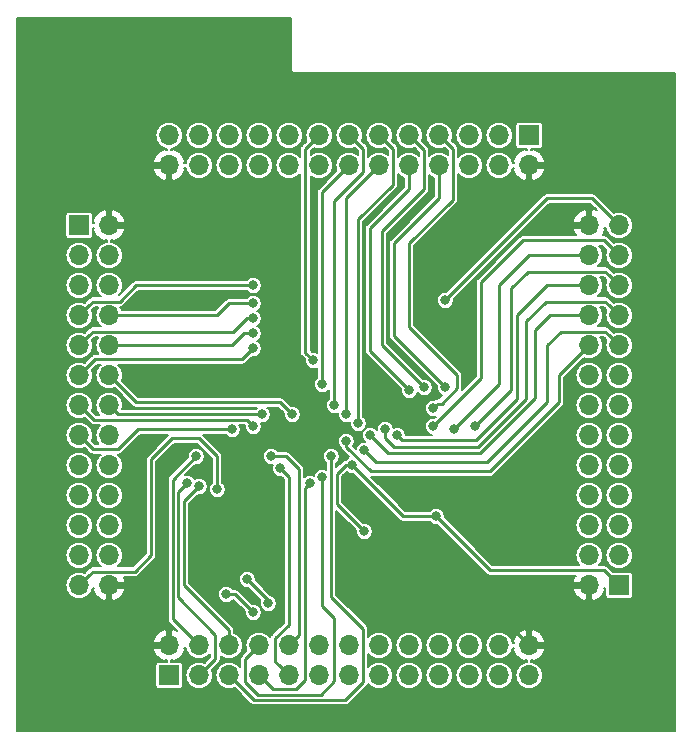
<source format=gbr>
G04 #@! TF.GenerationSoftware,KiCad,Pcbnew,(5.1.2)-2*
G04 #@! TF.CreationDate,2019-10-10T12:38:20+02:00*
G04 #@! TF.ProjectId,PIC18F87K22 MCU Card,50494331-3846-4383-974b-3232204d4355,rev?*
G04 #@! TF.SameCoordinates,Original*
G04 #@! TF.FileFunction,Copper,L2,Bot*
G04 #@! TF.FilePolarity,Positive*
%FSLAX46Y46*%
G04 Gerber Fmt 4.6, Leading zero omitted, Abs format (unit mm)*
G04 Created by KiCad (PCBNEW (5.1.2)-2) date 2019-10-10 12:38:20*
%MOMM*%
%LPD*%
G04 APERTURE LIST*
%ADD10O,1.700000X1.700000*%
%ADD11R,1.700000X1.700000*%
%ADD12C,0.800000*%
%ADD13C,0.254000*%
%ADD14C,0.127000*%
G04 APERTURE END LIST*
D10*
X183388000Y-81280000D03*
X185928000Y-83820000D03*
X185928000Y-58420000D03*
X183388000Y-68580000D03*
X185928000Y-81280000D03*
X183388000Y-66040000D03*
X185928000Y-78740000D03*
X185928000Y-86360000D03*
X185928000Y-63500000D03*
X183388000Y-71120000D03*
X183388000Y-78740000D03*
X183388000Y-83820000D03*
X185928000Y-68580000D03*
X183388000Y-60960000D03*
D11*
X183388000Y-58420000D03*
D10*
X185928000Y-73660000D03*
X185928000Y-88900000D03*
X183388000Y-86360000D03*
X185928000Y-60960000D03*
X183388000Y-88900000D03*
X183388000Y-76200000D03*
X183388000Y-73660000D03*
X185928000Y-66040000D03*
X183388000Y-63500000D03*
X185928000Y-76200000D03*
X185928000Y-71120000D03*
X203708000Y-93980000D03*
X208788000Y-93980000D03*
X196088000Y-96520000D03*
X198628000Y-93980000D03*
X206248000Y-96520000D03*
X208788000Y-96520000D03*
X221488000Y-96520000D03*
X193548000Y-93980000D03*
X218948000Y-96520000D03*
X221488000Y-93980000D03*
X206248000Y-93980000D03*
D11*
X191008000Y-96520000D03*
D10*
X193548000Y-96520000D03*
X201168000Y-93980000D03*
X216408000Y-96520000D03*
X211328000Y-96520000D03*
X203708000Y-96520000D03*
X196088000Y-93980000D03*
X218948000Y-93980000D03*
X211328000Y-93980000D03*
X198628000Y-96520000D03*
X213868000Y-93980000D03*
X201168000Y-96520000D03*
X191008000Y-93980000D03*
X216408000Y-93980000D03*
X213868000Y-96520000D03*
X229108000Y-66040000D03*
X226568000Y-63500000D03*
X226568000Y-88900000D03*
X229108000Y-78740000D03*
X226568000Y-66040000D03*
X229108000Y-81280000D03*
X226568000Y-68580000D03*
X226568000Y-60960000D03*
X226568000Y-83820000D03*
X229108000Y-76200000D03*
X229108000Y-68580000D03*
X229108000Y-63500000D03*
X226568000Y-78740000D03*
X229108000Y-86360000D03*
D11*
X229108000Y-88900000D03*
D10*
X226568000Y-73660000D03*
X226568000Y-58420000D03*
X229108000Y-60960000D03*
X226568000Y-86360000D03*
X229108000Y-58420000D03*
X229108000Y-71120000D03*
X229108000Y-73660000D03*
X226568000Y-81280000D03*
X229108000Y-83820000D03*
X226568000Y-71120000D03*
X226568000Y-76200000D03*
X208788000Y-53340000D03*
X203708000Y-53340000D03*
X216408000Y-50800000D03*
X213868000Y-53340000D03*
X206248000Y-50800000D03*
X203708000Y-50800000D03*
X191008000Y-50800000D03*
X218948000Y-53340000D03*
X193548000Y-50800000D03*
X191008000Y-53340000D03*
X206248000Y-53340000D03*
D11*
X221488000Y-50800000D03*
D10*
X218948000Y-50800000D03*
X211328000Y-53340000D03*
X196088000Y-50800000D03*
X201168000Y-50800000D03*
X208788000Y-50800000D03*
X216408000Y-53340000D03*
X193548000Y-53340000D03*
X201168000Y-53340000D03*
X213868000Y-50800000D03*
X198628000Y-53340000D03*
X211328000Y-50800000D03*
X221488000Y-53340000D03*
X196088000Y-53340000D03*
X198628000Y-50800000D03*
D12*
X207518000Y-77470000D03*
X205994000Y-76708000D03*
X208026000Y-76200000D03*
X209296000Y-75692000D03*
X210312000Y-76200000D03*
X216916000Y-75438000D03*
X215138000Y-75692000D03*
X213360000Y-75438000D03*
X213360000Y-73914000D03*
X214376000Y-72136000D03*
X212598000Y-72136000D03*
X211328000Y-72390000D03*
X214376000Y-64770000D03*
X207010000Y-75184000D03*
X205994000Y-74422000D03*
X204978000Y-73660000D03*
X203200000Y-69850000D03*
X203962000Y-71882000D03*
X195072000Y-80772000D03*
X198120000Y-63500000D03*
X198120000Y-65024000D03*
X198120000Y-66294000D03*
X198120000Y-67564000D03*
X198120000Y-68834000D03*
X201422000Y-74422000D03*
X198120000Y-75438000D03*
X198882000Y-74422000D03*
X196342000Y-75692000D03*
X198120000Y-91186000D03*
X199390000Y-90424000D03*
X197612000Y-88392000D03*
X195834000Y-89662000D03*
X193294000Y-77978000D03*
X192532000Y-80264000D03*
X193548000Y-80518000D03*
X207518000Y-84328000D03*
X204724000Y-77978000D03*
X202946000Y-80264000D03*
X199644000Y-77978000D03*
X200406000Y-78994000D03*
X193294000Y-83566000D03*
X195580000Y-82804000D03*
X200406000Y-80518000D03*
X213614000Y-83058000D03*
X206502000Y-78740000D03*
X209550000Y-84582000D03*
X205994000Y-80010000D03*
X203962000Y-79756000D03*
D13*
X205994000Y-80010000D02*
X205994000Y-81026000D01*
X205994000Y-81026000D02*
X209550000Y-84582000D01*
X212090000Y-84582000D02*
X221488000Y-93980000D01*
X209550000Y-84582000D02*
X212090000Y-84582000D01*
X198374000Y-80010000D02*
X195580000Y-82804000D01*
X200406000Y-80518000D02*
X199898000Y-80010000D01*
X199898000Y-80010000D02*
X198374000Y-80010000D01*
X194056000Y-82804000D02*
X193294000Y-83566000D01*
X195580000Y-82804000D02*
X194056000Y-82804000D01*
X206502000Y-78740000D02*
X210820000Y-83058000D01*
X210820000Y-83058000D02*
X213614000Y-83058000D01*
X218186000Y-87630000D02*
X213614000Y-83058000D01*
X229108000Y-88900000D02*
X227838000Y-87630000D01*
X227838000Y-87630000D02*
X218186000Y-87630000D01*
X205936315Y-78740000D02*
X205232000Y-79444315D01*
X206502000Y-78740000D02*
X205936315Y-78740000D01*
X205232000Y-79444315D02*
X205232000Y-82042000D01*
X205232000Y-82042000D02*
X207518000Y-84328000D01*
X184237999Y-88050001D02*
X183388000Y-88900000D01*
X184565001Y-87722999D02*
X184237999Y-88050001D01*
X195072000Y-80772000D02*
X195072000Y-77978000D01*
X195072000Y-77978000D02*
X193548000Y-76454000D01*
X193548000Y-76454000D02*
X191262000Y-76454000D01*
X188121001Y-87722999D02*
X184565001Y-87722999D01*
X191262000Y-76454000D02*
X189484000Y-78232000D01*
X189484000Y-78232000D02*
X189484000Y-86360000D01*
X189484000Y-86360000D02*
X188121001Y-87722999D01*
X214376000Y-64770000D02*
X223012000Y-56134000D01*
X226822000Y-56134000D02*
X229108000Y-58420000D01*
X223012000Y-56134000D02*
X226822000Y-56134000D01*
X186690000Y-74422000D02*
X185928000Y-73660000D01*
X198882000Y-74422000D02*
X186690000Y-74422000D01*
X201422000Y-74422000D02*
X200406000Y-73406000D01*
X188214000Y-73406000D02*
X185928000Y-71120000D01*
X200406000Y-73406000D02*
X188214000Y-73406000D01*
X184237999Y-74509999D02*
X183388000Y-73660000D01*
X184604010Y-74876010D02*
X184237999Y-74509999D01*
X197558010Y-74876010D02*
X184604010Y-74876010D01*
X198120000Y-75438000D02*
X197558010Y-74876010D01*
X184237999Y-70270001D02*
X183388000Y-71120000D01*
X184750999Y-69757001D02*
X184237999Y-70270001D01*
X197196999Y-69757001D02*
X184750999Y-69757001D01*
X198120000Y-68834000D02*
X197196999Y-69757001D01*
X184237999Y-77049999D02*
X183388000Y-76200000D01*
X184565001Y-77377001D02*
X184237999Y-77049999D01*
X186678959Y-77377001D02*
X184565001Y-77377001D01*
X196342000Y-75692000D02*
X188363960Y-75692000D01*
X188363960Y-75692000D02*
X186678959Y-77377001D01*
X224028000Y-71120000D02*
X226568000Y-68580000D01*
X224028000Y-73406000D02*
X224028000Y-71120000D01*
X218186000Y-79248000D02*
X224028000Y-73406000D01*
X208085962Y-79248000D02*
X218186000Y-79248000D01*
X205994000Y-76708000D02*
X205994000Y-77156038D01*
X205994000Y-77156038D02*
X208085962Y-79248000D01*
X202858001Y-51649999D02*
X203708000Y-50800000D01*
X202530999Y-51977001D02*
X202858001Y-51649999D01*
X202530999Y-69180999D02*
X202530999Y-51977001D01*
X203200000Y-69850000D02*
X202530999Y-69180999D01*
X221488000Y-60960000D02*
X226568000Y-60960000D01*
X218948000Y-63500000D02*
X221488000Y-60960000D01*
X215138000Y-75692000D02*
X218948000Y-71882000D01*
X218948000Y-71882000D02*
X218948000Y-63500000D01*
X205994000Y-56134000D02*
X208788000Y-53340000D01*
X205994000Y-74422000D02*
X205994000Y-56134000D01*
X207010000Y-75184000D02*
X207010000Y-57912000D01*
X209637999Y-51649999D02*
X208788000Y-50800000D01*
X209965001Y-51977001D02*
X209637999Y-51649999D01*
X209965001Y-54956999D02*
X209965001Y-51977001D01*
X207010000Y-57912000D02*
X209965001Y-54956999D01*
X194397999Y-95670001D02*
X193548000Y-96520000D01*
X194910999Y-95157001D02*
X194397999Y-95670001D01*
X194910999Y-93056999D02*
X194910999Y-95157001D01*
X191770000Y-89916000D02*
X194910999Y-93056999D01*
X191770000Y-81026000D02*
X191770000Y-89916000D01*
X192532000Y-80264000D02*
X191770000Y-81026000D01*
X209550000Y-77724000D02*
X208026000Y-76200000D01*
X217304066Y-77724000D02*
X209550000Y-77724000D01*
X221996000Y-73032066D02*
X217304066Y-77724000D01*
X221996000Y-67310000D02*
X221996000Y-73032066D01*
X226568000Y-66040000D02*
X223266000Y-66040000D01*
X223266000Y-66040000D02*
X221996000Y-67310000D01*
X203962000Y-90678000D02*
X203962000Y-79756000D01*
X204978000Y-91694000D02*
X203962000Y-90678000D01*
X197450999Y-95157001D02*
X197450999Y-97084961D01*
X198628000Y-93980000D02*
X197450999Y-95157001D01*
X197450999Y-97084961D02*
X198517049Y-98151011D01*
X198517049Y-98151011D02*
X203818951Y-98151011D01*
X203818951Y-98151011D02*
X204978000Y-96991962D01*
X204978000Y-96991962D02*
X204978000Y-91694000D01*
X208026000Y-69088000D02*
X211328000Y-72390000D01*
X208026000Y-58674000D02*
X208026000Y-69088000D01*
X211328000Y-53340000D02*
X211328000Y-55372000D01*
X211328000Y-55372000D02*
X208026000Y-58674000D01*
X214376000Y-72136000D02*
X210058000Y-67818000D01*
X210058000Y-67818000D02*
X210058000Y-59944000D01*
X213868000Y-56134000D02*
X213868000Y-53340000D01*
X210058000Y-59944000D02*
X213868000Y-56134000D01*
X228258001Y-62650001D02*
X229108000Y-63500000D01*
X227930999Y-62322999D02*
X228258001Y-62650001D01*
X221395001Y-62322999D02*
X227930999Y-62322999D01*
X219964000Y-63754000D02*
X221395001Y-62322999D01*
X216916000Y-75438000D02*
X219964000Y-72390000D01*
X219964000Y-72390000D02*
X219964000Y-63754000D01*
X199477999Y-97369999D02*
X198628000Y-96520000D01*
X199805001Y-97697001D02*
X199477999Y-97369999D01*
X201732961Y-97697001D02*
X199805001Y-97697001D01*
X202530999Y-96898963D02*
X201732961Y-97697001D01*
X202530999Y-80679001D02*
X202530999Y-96898963D01*
X202946000Y-80264000D02*
X202530999Y-80679001D01*
X192278000Y-81788000D02*
X193548000Y-80518000D01*
X192278000Y-88900000D02*
X192278000Y-81788000D01*
X196088000Y-93980000D02*
X196088000Y-92710000D01*
X196088000Y-92710000D02*
X192278000Y-88900000D01*
X197612000Y-88392000D02*
X199390000Y-90170000D01*
X199390000Y-90170000D02*
X199390000Y-90424000D01*
X214073961Y-73514001D02*
X213759999Y-73514001D01*
X215392000Y-72195962D02*
X214073961Y-73514001D01*
X213868000Y-50800000D02*
X215045001Y-51977001D01*
X215045001Y-51977001D02*
X215045001Y-56226999D01*
X213759999Y-73514001D02*
X213360000Y-73914000D01*
X215045001Y-56226999D02*
X211328000Y-59944000D01*
X211328000Y-59944000D02*
X211328000Y-67056000D01*
X211328000Y-67056000D02*
X215392000Y-71120000D01*
X215392000Y-71120000D02*
X215392000Y-72195962D01*
X217424000Y-63246000D02*
X220980000Y-59690000D01*
X227838000Y-59690000D02*
X229108000Y-60960000D01*
X220980000Y-59690000D02*
X227838000Y-59690000D01*
X213360000Y-75438000D02*
X217424000Y-71374000D01*
X217424000Y-71374000D02*
X217424000Y-63246000D01*
X200318001Y-95670001D02*
X201168000Y-96520000D01*
X199990999Y-95342999D02*
X200318001Y-95670001D01*
X199990999Y-93379001D02*
X199990999Y-95342999D01*
X201133001Y-92236999D02*
X199990999Y-93379001D01*
X201133001Y-79721001D02*
X201133001Y-92236999D01*
X200406000Y-78994000D02*
X201133001Y-79721001D01*
X209296000Y-75692000D02*
X209296000Y-76454000D01*
X209296000Y-76454000D02*
X210058000Y-77216000D01*
X210058000Y-77216000D02*
X217170000Y-77216000D01*
X217170000Y-77216000D02*
X221234000Y-73152000D01*
X221234000Y-73152000D02*
X221234000Y-66548000D01*
X228258001Y-65190001D02*
X229108000Y-66040000D01*
X227930999Y-64862999D02*
X228258001Y-65190001D01*
X222919001Y-64862999D02*
X227930999Y-64862999D01*
X221234000Y-66548000D02*
X222919001Y-64862999D01*
X202017999Y-93130001D02*
X201168000Y-93980000D01*
X202017999Y-79081999D02*
X202017999Y-93130001D01*
X200914000Y-77978000D02*
X202017999Y-79081999D01*
X200406000Y-77978000D02*
X200914000Y-77978000D01*
X200406000Y-77978000D02*
X199644000Y-77978000D01*
X208534000Y-78486000D02*
X217932000Y-78486000D01*
X207518000Y-77470000D02*
X208534000Y-78486000D01*
X217932000Y-78486000D02*
X223012000Y-73406000D01*
X223012000Y-73406000D02*
X223012000Y-68580000D01*
X228258001Y-67730001D02*
X229108000Y-68580000D01*
X227930999Y-67402999D02*
X228258001Y-67730001D01*
X224189001Y-67402999D02*
X227930999Y-67402999D01*
X223012000Y-68580000D02*
X224189001Y-67402999D01*
X212598000Y-52070000D02*
X211328000Y-50800000D01*
X212598000Y-55372000D02*
X212598000Y-52070000D01*
X209042000Y-58928000D02*
X212598000Y-55372000D01*
X212598000Y-72136000D02*
X209042000Y-68580000D01*
X209042000Y-68580000D02*
X209042000Y-58928000D01*
X195834000Y-89662000D02*
X196596000Y-89662000D01*
X196596000Y-89662000D02*
X198120000Y-91186000D01*
X204724000Y-89916000D02*
X204724000Y-77978000D01*
X207425001Y-92617001D02*
X204724000Y-89916000D01*
X207425001Y-97084961D02*
X207425001Y-92617001D01*
X205904941Y-98605021D02*
X207425001Y-97084961D01*
X196088000Y-96520000D02*
X198173021Y-98605021D01*
X198173021Y-98605021D02*
X205904941Y-98605021D01*
X191315991Y-91747991D02*
X193548000Y-93980000D01*
X193294000Y-77978000D02*
X191315991Y-79956009D01*
X191315991Y-79956009D02*
X191315991Y-91747991D01*
X203962000Y-55626000D02*
X206248000Y-53340000D01*
X203962000Y-71882000D02*
X203962000Y-55626000D01*
X198120000Y-67564000D02*
X197358000Y-67564000D01*
X196342000Y-68580000D02*
X185928000Y-68580000D01*
X197358000Y-67564000D02*
X196342000Y-68580000D01*
X184237999Y-67730001D02*
X183388000Y-68580000D01*
X184565001Y-67402999D02*
X184237999Y-67730001D01*
X196445316Y-67402999D02*
X184565001Y-67402999D01*
X197554315Y-66294000D02*
X196445316Y-67402999D01*
X198120000Y-66294000D02*
X197554315Y-66294000D01*
X210711999Y-76599999D02*
X217024001Y-76599999D01*
X210312000Y-76200000D02*
X210711999Y-76599999D01*
X217024001Y-76599999D02*
X220472000Y-73152000D01*
X220472000Y-73152000D02*
X220472000Y-66040000D01*
X223012000Y-63500000D02*
X226568000Y-63500000D01*
X220472000Y-66040000D02*
X223012000Y-63500000D01*
X198120000Y-65024000D02*
X196088000Y-65024000D01*
X195072000Y-66040000D02*
X185928000Y-66040000D01*
X196088000Y-65024000D02*
X195072000Y-66040000D01*
X184237999Y-65190001D02*
X183388000Y-66040000D01*
X184565001Y-64862999D02*
X184237999Y-65190001D01*
X186851001Y-64862999D02*
X184565001Y-64862999D01*
X188214000Y-63500000D02*
X186851001Y-64862999D01*
X198120000Y-63500000D02*
X188214000Y-63500000D01*
X207097999Y-51649999D02*
X206248000Y-50800000D01*
X207425001Y-51977001D02*
X207097999Y-51649999D01*
X207425001Y-53904961D02*
X207425001Y-51977001D01*
X204978000Y-56351962D02*
X207425001Y-53904961D01*
X204978000Y-73660000D02*
X204978000Y-56351962D01*
D14*
G36*
X201333501Y-45195166D02*
G01*
X201331843Y-45212000D01*
X201338456Y-45279142D01*
X201358040Y-45343703D01*
X201389844Y-45403203D01*
X201432644Y-45455356D01*
X201484797Y-45498156D01*
X201544297Y-45529960D01*
X201608858Y-45549544D01*
X201659176Y-45554500D01*
X201659177Y-45554500D01*
X201676000Y-45556157D01*
X201692824Y-45554500D01*
X233845501Y-45554500D01*
X233845500Y-101257500D01*
X178142500Y-101257500D01*
X178142500Y-94388522D01*
X189646459Y-94388522D01*
X189752319Y-94646296D01*
X189906434Y-94878465D01*
X190102882Y-95076106D01*
X190334113Y-95231624D01*
X190591241Y-95339043D01*
X190599480Y-95341533D01*
X190817498Y-95244355D01*
X190817498Y-95350964D01*
X190158000Y-95350964D01*
X190095759Y-95357094D01*
X190035910Y-95375249D01*
X189980753Y-95404731D01*
X189932407Y-95444407D01*
X189892731Y-95492753D01*
X189863249Y-95547910D01*
X189845094Y-95607759D01*
X189838964Y-95670000D01*
X189838964Y-97370000D01*
X189845094Y-97432241D01*
X189863249Y-97492090D01*
X189892731Y-97547247D01*
X189932407Y-97595593D01*
X189980753Y-97635269D01*
X190035910Y-97664751D01*
X190095759Y-97682906D01*
X190158000Y-97689036D01*
X191858000Y-97689036D01*
X191920241Y-97682906D01*
X191980090Y-97664751D01*
X192035247Y-97635269D01*
X192083593Y-97595593D01*
X192123269Y-97547247D01*
X192152751Y-97492090D01*
X192170906Y-97432241D01*
X192177036Y-97370000D01*
X192177036Y-95670000D01*
X192170906Y-95607759D01*
X192152751Y-95547910D01*
X192123269Y-95492753D01*
X192083593Y-95444407D01*
X192035247Y-95404731D01*
X191980090Y-95375249D01*
X191920241Y-95357094D01*
X191858000Y-95350964D01*
X191198502Y-95350964D01*
X191198502Y-95244355D01*
X191416520Y-95341533D01*
X191424759Y-95339043D01*
X191681887Y-95231624D01*
X191913118Y-95076106D01*
X192109566Y-94878465D01*
X192263681Y-94646296D01*
X192369541Y-94388522D01*
X192273811Y-94170502D01*
X192393614Y-94170502D01*
X192397393Y-94208870D01*
X192464152Y-94428945D01*
X192572562Y-94631767D01*
X192718458Y-94809542D01*
X192896233Y-94955438D01*
X193099055Y-95063848D01*
X193319130Y-95130607D01*
X193490645Y-95147500D01*
X193605355Y-95147500D01*
X193776870Y-95130607D01*
X193996945Y-95063848D01*
X194199767Y-94955438D01*
X194377542Y-94809542D01*
X194466500Y-94701147D01*
X194466500Y-94972882D01*
X194099131Y-95340252D01*
X194099126Y-95340256D01*
X194001041Y-95438341D01*
X193996945Y-95436152D01*
X193776870Y-95369393D01*
X193605355Y-95352500D01*
X193490645Y-95352500D01*
X193319130Y-95369393D01*
X193099055Y-95436152D01*
X192896233Y-95544562D01*
X192718458Y-95690458D01*
X192572562Y-95868233D01*
X192464152Y-96071055D01*
X192397393Y-96291130D01*
X192374851Y-96520000D01*
X192397393Y-96748870D01*
X192464152Y-96968945D01*
X192572562Y-97171767D01*
X192718458Y-97349542D01*
X192896233Y-97495438D01*
X193099055Y-97603848D01*
X193319130Y-97670607D01*
X193490645Y-97687500D01*
X193605355Y-97687500D01*
X193776870Y-97670607D01*
X193996945Y-97603848D01*
X194199767Y-97495438D01*
X194377542Y-97349542D01*
X194523438Y-97171767D01*
X194631848Y-96968945D01*
X194698607Y-96748870D01*
X194721149Y-96520000D01*
X194914851Y-96520000D01*
X194937393Y-96748870D01*
X195004152Y-96968945D01*
X195112562Y-97171767D01*
X195258458Y-97349542D01*
X195436233Y-97495438D01*
X195639055Y-97603848D01*
X195859130Y-97670607D01*
X196030645Y-97687500D01*
X196145355Y-97687500D01*
X196316870Y-97670607D01*
X196536945Y-97603848D01*
X196541041Y-97601659D01*
X197843279Y-98903897D01*
X197857192Y-98920850D01*
X197874145Y-98934763D01*
X197874148Y-98934766D01*
X197924875Y-98976397D01*
X198002095Y-99017672D01*
X198085884Y-99043089D01*
X198151191Y-99049521D01*
X198151201Y-99049521D01*
X198173021Y-99051670D01*
X198194841Y-99049521D01*
X205883121Y-99049521D01*
X205904941Y-99051670D01*
X205926761Y-99049521D01*
X205926771Y-99049521D01*
X205992078Y-99043089D01*
X206075867Y-99017672D01*
X206153086Y-98976397D01*
X206220770Y-98920850D01*
X206234688Y-98903891D01*
X207723878Y-97414702D01*
X207740830Y-97400790D01*
X207754745Y-97383835D01*
X207796376Y-97333108D01*
X207809908Y-97307791D01*
X207837652Y-97255887D01*
X207849512Y-97216790D01*
X207958458Y-97349542D01*
X208136233Y-97495438D01*
X208339055Y-97603848D01*
X208559130Y-97670607D01*
X208730645Y-97687500D01*
X208845355Y-97687500D01*
X209016870Y-97670607D01*
X209236945Y-97603848D01*
X209439767Y-97495438D01*
X209617542Y-97349542D01*
X209763438Y-97171767D01*
X209871848Y-96968945D01*
X209938607Y-96748870D01*
X209961149Y-96520000D01*
X210154851Y-96520000D01*
X210177393Y-96748870D01*
X210244152Y-96968945D01*
X210352562Y-97171767D01*
X210498458Y-97349542D01*
X210676233Y-97495438D01*
X210879055Y-97603848D01*
X211099130Y-97670607D01*
X211270645Y-97687500D01*
X211385355Y-97687500D01*
X211556870Y-97670607D01*
X211776945Y-97603848D01*
X211979767Y-97495438D01*
X212157542Y-97349542D01*
X212303438Y-97171767D01*
X212411848Y-96968945D01*
X212478607Y-96748870D01*
X212501149Y-96520000D01*
X212694851Y-96520000D01*
X212717393Y-96748870D01*
X212784152Y-96968945D01*
X212892562Y-97171767D01*
X213038458Y-97349542D01*
X213216233Y-97495438D01*
X213419055Y-97603848D01*
X213639130Y-97670607D01*
X213810645Y-97687500D01*
X213925355Y-97687500D01*
X214096870Y-97670607D01*
X214316945Y-97603848D01*
X214519767Y-97495438D01*
X214697542Y-97349542D01*
X214843438Y-97171767D01*
X214951848Y-96968945D01*
X215018607Y-96748870D01*
X215041149Y-96520000D01*
X215234851Y-96520000D01*
X215257393Y-96748870D01*
X215324152Y-96968945D01*
X215432562Y-97171767D01*
X215578458Y-97349542D01*
X215756233Y-97495438D01*
X215959055Y-97603848D01*
X216179130Y-97670607D01*
X216350645Y-97687500D01*
X216465355Y-97687500D01*
X216636870Y-97670607D01*
X216856945Y-97603848D01*
X217059767Y-97495438D01*
X217237542Y-97349542D01*
X217383438Y-97171767D01*
X217491848Y-96968945D01*
X217558607Y-96748870D01*
X217581149Y-96520000D01*
X217774851Y-96520000D01*
X217797393Y-96748870D01*
X217864152Y-96968945D01*
X217972562Y-97171767D01*
X218118458Y-97349542D01*
X218296233Y-97495438D01*
X218499055Y-97603848D01*
X218719130Y-97670607D01*
X218890645Y-97687500D01*
X219005355Y-97687500D01*
X219176870Y-97670607D01*
X219396945Y-97603848D01*
X219599767Y-97495438D01*
X219777542Y-97349542D01*
X219923438Y-97171767D01*
X220031848Y-96968945D01*
X220098607Y-96748870D01*
X220121149Y-96520000D01*
X220098607Y-96291130D01*
X220031848Y-96071055D01*
X219923438Y-95868233D01*
X219777542Y-95690458D01*
X219599767Y-95544562D01*
X219396945Y-95436152D01*
X219176870Y-95369393D01*
X219005355Y-95352500D01*
X218890645Y-95352500D01*
X218719130Y-95369393D01*
X218499055Y-95436152D01*
X218296233Y-95544562D01*
X218118458Y-95690458D01*
X217972562Y-95868233D01*
X217864152Y-96071055D01*
X217797393Y-96291130D01*
X217774851Y-96520000D01*
X217581149Y-96520000D01*
X217558607Y-96291130D01*
X217491848Y-96071055D01*
X217383438Y-95868233D01*
X217237542Y-95690458D01*
X217059767Y-95544562D01*
X216856945Y-95436152D01*
X216636870Y-95369393D01*
X216465355Y-95352500D01*
X216350645Y-95352500D01*
X216179130Y-95369393D01*
X215959055Y-95436152D01*
X215756233Y-95544562D01*
X215578458Y-95690458D01*
X215432562Y-95868233D01*
X215324152Y-96071055D01*
X215257393Y-96291130D01*
X215234851Y-96520000D01*
X215041149Y-96520000D01*
X215018607Y-96291130D01*
X214951848Y-96071055D01*
X214843438Y-95868233D01*
X214697542Y-95690458D01*
X214519767Y-95544562D01*
X214316945Y-95436152D01*
X214096870Y-95369393D01*
X213925355Y-95352500D01*
X213810645Y-95352500D01*
X213639130Y-95369393D01*
X213419055Y-95436152D01*
X213216233Y-95544562D01*
X213038458Y-95690458D01*
X212892562Y-95868233D01*
X212784152Y-96071055D01*
X212717393Y-96291130D01*
X212694851Y-96520000D01*
X212501149Y-96520000D01*
X212478607Y-96291130D01*
X212411848Y-96071055D01*
X212303438Y-95868233D01*
X212157542Y-95690458D01*
X211979767Y-95544562D01*
X211776945Y-95436152D01*
X211556870Y-95369393D01*
X211385355Y-95352500D01*
X211270645Y-95352500D01*
X211099130Y-95369393D01*
X210879055Y-95436152D01*
X210676233Y-95544562D01*
X210498458Y-95690458D01*
X210352562Y-95868233D01*
X210244152Y-96071055D01*
X210177393Y-96291130D01*
X210154851Y-96520000D01*
X209961149Y-96520000D01*
X209938607Y-96291130D01*
X209871848Y-96071055D01*
X209763438Y-95868233D01*
X209617542Y-95690458D01*
X209439767Y-95544562D01*
X209236945Y-95436152D01*
X209016870Y-95369393D01*
X208845355Y-95352500D01*
X208730645Y-95352500D01*
X208559130Y-95369393D01*
X208339055Y-95436152D01*
X208136233Y-95544562D01*
X207958458Y-95690458D01*
X207869501Y-95798853D01*
X207869501Y-94701147D01*
X207958458Y-94809542D01*
X208136233Y-94955438D01*
X208339055Y-95063848D01*
X208559130Y-95130607D01*
X208730645Y-95147500D01*
X208845355Y-95147500D01*
X209016870Y-95130607D01*
X209236945Y-95063848D01*
X209439767Y-94955438D01*
X209617542Y-94809542D01*
X209763438Y-94631767D01*
X209871848Y-94428945D01*
X209938607Y-94208870D01*
X209961149Y-93980000D01*
X210154851Y-93980000D01*
X210177393Y-94208870D01*
X210244152Y-94428945D01*
X210352562Y-94631767D01*
X210498458Y-94809542D01*
X210676233Y-94955438D01*
X210879055Y-95063848D01*
X211099130Y-95130607D01*
X211270645Y-95147500D01*
X211385355Y-95147500D01*
X211556870Y-95130607D01*
X211776945Y-95063848D01*
X211979767Y-94955438D01*
X212157542Y-94809542D01*
X212303438Y-94631767D01*
X212411848Y-94428945D01*
X212478607Y-94208870D01*
X212501149Y-93980000D01*
X212694851Y-93980000D01*
X212717393Y-94208870D01*
X212784152Y-94428945D01*
X212892562Y-94631767D01*
X213038458Y-94809542D01*
X213216233Y-94955438D01*
X213419055Y-95063848D01*
X213639130Y-95130607D01*
X213810645Y-95147500D01*
X213925355Y-95147500D01*
X214096870Y-95130607D01*
X214316945Y-95063848D01*
X214519767Y-94955438D01*
X214697542Y-94809542D01*
X214843438Y-94631767D01*
X214951848Y-94428945D01*
X215018607Y-94208870D01*
X215041149Y-93980000D01*
X215234851Y-93980000D01*
X215257393Y-94208870D01*
X215324152Y-94428945D01*
X215432562Y-94631767D01*
X215578458Y-94809542D01*
X215756233Y-94955438D01*
X215959055Y-95063848D01*
X216179130Y-95130607D01*
X216350645Y-95147500D01*
X216465355Y-95147500D01*
X216636870Y-95130607D01*
X216856945Y-95063848D01*
X217059767Y-94955438D01*
X217237542Y-94809542D01*
X217383438Y-94631767D01*
X217491848Y-94428945D01*
X217558607Y-94208870D01*
X217581149Y-93980000D01*
X217774851Y-93980000D01*
X217797393Y-94208870D01*
X217864152Y-94428945D01*
X217972562Y-94631767D01*
X218118458Y-94809542D01*
X218296233Y-94955438D01*
X218499055Y-95063848D01*
X218719130Y-95130607D01*
X218890645Y-95147500D01*
X219005355Y-95147500D01*
X219176870Y-95130607D01*
X219396945Y-95063848D01*
X219599767Y-94955438D01*
X219777542Y-94809542D01*
X219923438Y-94631767D01*
X220031848Y-94428945D01*
X220098607Y-94208870D01*
X220102386Y-94170502D01*
X220222189Y-94170502D01*
X220126459Y-94388522D01*
X220232319Y-94646296D01*
X220386434Y-94878465D01*
X220582882Y-95076106D01*
X220814113Y-95231624D01*
X221071241Y-95339043D01*
X221079480Y-95341533D01*
X221297498Y-95244355D01*
X221297498Y-95365614D01*
X221259130Y-95369393D01*
X221039055Y-95436152D01*
X220836233Y-95544562D01*
X220658458Y-95690458D01*
X220512562Y-95868233D01*
X220404152Y-96071055D01*
X220337393Y-96291130D01*
X220314851Y-96520000D01*
X220337393Y-96748870D01*
X220404152Y-96968945D01*
X220512562Y-97171767D01*
X220658458Y-97349542D01*
X220836233Y-97495438D01*
X221039055Y-97603848D01*
X221259130Y-97670607D01*
X221430645Y-97687500D01*
X221545355Y-97687500D01*
X221716870Y-97670607D01*
X221936945Y-97603848D01*
X222139767Y-97495438D01*
X222317542Y-97349542D01*
X222463438Y-97171767D01*
X222571848Y-96968945D01*
X222638607Y-96748870D01*
X222661149Y-96520000D01*
X222638607Y-96291130D01*
X222571848Y-96071055D01*
X222463438Y-95868233D01*
X222317542Y-95690458D01*
X222139767Y-95544562D01*
X221936945Y-95436152D01*
X221716870Y-95369393D01*
X221678502Y-95365614D01*
X221678502Y-95244355D01*
X221896520Y-95341533D01*
X221904759Y-95339043D01*
X222161887Y-95231624D01*
X222393118Y-95076106D01*
X222589566Y-94878465D01*
X222743681Y-94646296D01*
X222849541Y-94388522D01*
X222753810Y-94170500D01*
X221678500Y-94170500D01*
X221678500Y-94190500D01*
X221297500Y-94190500D01*
X221297500Y-94170500D01*
X221277500Y-94170500D01*
X221277500Y-93789500D01*
X221297500Y-93789500D01*
X221297500Y-92715646D01*
X221678500Y-92715646D01*
X221678500Y-93789500D01*
X222753810Y-93789500D01*
X222849541Y-93571478D01*
X222743681Y-93313704D01*
X222589566Y-93081535D01*
X222393118Y-92883894D01*
X222161887Y-92728376D01*
X221904759Y-92620957D01*
X221896520Y-92618467D01*
X221678500Y-92715646D01*
X221297500Y-92715646D01*
X221079480Y-92618467D01*
X221071241Y-92620957D01*
X220814113Y-92728376D01*
X220582882Y-92883894D01*
X220386434Y-93081535D01*
X220232319Y-93313704D01*
X220126459Y-93571478D01*
X220222189Y-93789498D01*
X220102386Y-93789498D01*
X220098607Y-93751130D01*
X220031848Y-93531055D01*
X219923438Y-93328233D01*
X219777542Y-93150458D01*
X219599767Y-93004562D01*
X219396945Y-92896152D01*
X219176870Y-92829393D01*
X219005355Y-92812500D01*
X218890645Y-92812500D01*
X218719130Y-92829393D01*
X218499055Y-92896152D01*
X218296233Y-93004562D01*
X218118458Y-93150458D01*
X217972562Y-93328233D01*
X217864152Y-93531055D01*
X217797393Y-93751130D01*
X217774851Y-93980000D01*
X217581149Y-93980000D01*
X217558607Y-93751130D01*
X217491848Y-93531055D01*
X217383438Y-93328233D01*
X217237542Y-93150458D01*
X217059767Y-93004562D01*
X216856945Y-92896152D01*
X216636870Y-92829393D01*
X216465355Y-92812500D01*
X216350645Y-92812500D01*
X216179130Y-92829393D01*
X215959055Y-92896152D01*
X215756233Y-93004562D01*
X215578458Y-93150458D01*
X215432562Y-93328233D01*
X215324152Y-93531055D01*
X215257393Y-93751130D01*
X215234851Y-93980000D01*
X215041149Y-93980000D01*
X215018607Y-93751130D01*
X214951848Y-93531055D01*
X214843438Y-93328233D01*
X214697542Y-93150458D01*
X214519767Y-93004562D01*
X214316945Y-92896152D01*
X214096870Y-92829393D01*
X213925355Y-92812500D01*
X213810645Y-92812500D01*
X213639130Y-92829393D01*
X213419055Y-92896152D01*
X213216233Y-93004562D01*
X213038458Y-93150458D01*
X212892562Y-93328233D01*
X212784152Y-93531055D01*
X212717393Y-93751130D01*
X212694851Y-93980000D01*
X212501149Y-93980000D01*
X212478607Y-93751130D01*
X212411848Y-93531055D01*
X212303438Y-93328233D01*
X212157542Y-93150458D01*
X211979767Y-93004562D01*
X211776945Y-92896152D01*
X211556870Y-92829393D01*
X211385355Y-92812500D01*
X211270645Y-92812500D01*
X211099130Y-92829393D01*
X210879055Y-92896152D01*
X210676233Y-93004562D01*
X210498458Y-93150458D01*
X210352562Y-93328233D01*
X210244152Y-93531055D01*
X210177393Y-93751130D01*
X210154851Y-93980000D01*
X209961149Y-93980000D01*
X209938607Y-93751130D01*
X209871848Y-93531055D01*
X209763438Y-93328233D01*
X209617542Y-93150458D01*
X209439767Y-93004562D01*
X209236945Y-92896152D01*
X209016870Y-92829393D01*
X208845355Y-92812500D01*
X208730645Y-92812500D01*
X208559130Y-92829393D01*
X208339055Y-92896152D01*
X208136233Y-93004562D01*
X207958458Y-93150458D01*
X207869501Y-93258853D01*
X207869501Y-92638820D01*
X207871650Y-92617000D01*
X207869501Y-92595180D01*
X207869501Y-92595171D01*
X207863069Y-92529864D01*
X207837652Y-92446075D01*
X207796377Y-92368856D01*
X207740830Y-92301172D01*
X207723871Y-92287254D01*
X205168500Y-89731883D01*
X205168500Y-89308520D01*
X225206467Y-89308520D01*
X225208957Y-89316759D01*
X225316376Y-89573887D01*
X225471894Y-89805118D01*
X225669535Y-90001566D01*
X225901704Y-90155681D01*
X226159478Y-90261541D01*
X226377500Y-90165810D01*
X226377500Y-89090500D01*
X225303646Y-89090500D01*
X225206467Y-89308520D01*
X205168500Y-89308520D01*
X205168500Y-82607117D01*
X206803522Y-84242139D01*
X206800500Y-84257332D01*
X206800500Y-84398668D01*
X206828073Y-84537287D01*
X206882159Y-84667864D01*
X206960681Y-84785380D01*
X207060620Y-84885319D01*
X207178136Y-84963841D01*
X207308713Y-85017927D01*
X207447332Y-85045500D01*
X207588668Y-85045500D01*
X207727287Y-85017927D01*
X207857864Y-84963841D01*
X207975380Y-84885319D01*
X208075319Y-84785380D01*
X208153841Y-84667864D01*
X208207927Y-84537287D01*
X208235500Y-84398668D01*
X208235500Y-84257332D01*
X208207927Y-84118713D01*
X208153841Y-83988136D01*
X208075319Y-83870620D01*
X207975380Y-83770681D01*
X207857864Y-83692159D01*
X207727287Y-83638073D01*
X207588668Y-83610500D01*
X207447332Y-83610500D01*
X207432139Y-83613522D01*
X205676500Y-81857883D01*
X205676500Y-79628432D01*
X206026117Y-79278816D01*
X206044620Y-79297319D01*
X206162136Y-79375841D01*
X206292713Y-79429927D01*
X206431332Y-79457500D01*
X206572668Y-79457500D01*
X206587861Y-79454478D01*
X210490253Y-83356870D01*
X210504171Y-83373829D01*
X210571855Y-83429376D01*
X210649074Y-83470651D01*
X210732863Y-83496068D01*
X210798170Y-83502500D01*
X210798179Y-83502500D01*
X210819999Y-83504649D01*
X210841819Y-83502500D01*
X213048075Y-83502500D01*
X213056681Y-83515380D01*
X213156620Y-83615319D01*
X213274136Y-83693841D01*
X213404713Y-83747927D01*
X213543332Y-83775500D01*
X213684668Y-83775500D01*
X213699861Y-83772478D01*
X217856258Y-87928876D01*
X217870171Y-87945829D01*
X217887124Y-87959742D01*
X217887126Y-87959744D01*
X217911015Y-87979349D01*
X217937855Y-88001376D01*
X218015074Y-88042651D01*
X218098863Y-88068068D01*
X218164170Y-88074500D01*
X218164179Y-88074500D01*
X218185999Y-88076649D01*
X218207819Y-88074500D01*
X225418346Y-88074500D01*
X225316376Y-88226113D01*
X225208957Y-88483241D01*
X225206467Y-88491480D01*
X225303646Y-88709500D01*
X226377500Y-88709500D01*
X226377500Y-88689500D01*
X226758500Y-88689500D01*
X226758500Y-88709500D01*
X226778500Y-88709500D01*
X226778500Y-89090500D01*
X226758500Y-89090500D01*
X226758500Y-90165810D01*
X226976522Y-90261541D01*
X227234296Y-90155681D01*
X227466465Y-90001566D01*
X227664106Y-89805118D01*
X227819624Y-89573887D01*
X227927043Y-89316759D01*
X227929533Y-89308520D01*
X227832355Y-89090502D01*
X227938964Y-89090502D01*
X227938964Y-89750000D01*
X227945094Y-89812241D01*
X227963249Y-89872090D01*
X227992731Y-89927247D01*
X228032407Y-89975593D01*
X228080753Y-90015269D01*
X228135910Y-90044751D01*
X228195759Y-90062906D01*
X228258000Y-90069036D01*
X229958000Y-90069036D01*
X230020241Y-90062906D01*
X230080090Y-90044751D01*
X230135247Y-90015269D01*
X230183593Y-89975593D01*
X230223269Y-89927247D01*
X230252751Y-89872090D01*
X230270906Y-89812241D01*
X230277036Y-89750000D01*
X230277036Y-88050000D01*
X230270906Y-87987759D01*
X230252751Y-87927910D01*
X230223269Y-87872753D01*
X230183593Y-87824407D01*
X230135247Y-87784731D01*
X230080090Y-87755249D01*
X230020241Y-87737094D01*
X229958000Y-87730964D01*
X228567581Y-87730964D01*
X228167747Y-87331130D01*
X228153829Y-87314171D01*
X228086145Y-87258624D01*
X228008926Y-87217349D01*
X227925137Y-87191932D01*
X227859830Y-87185500D01*
X227859820Y-87185500D01*
X227838000Y-87183351D01*
X227816180Y-87185500D01*
X227400859Y-87185500D01*
X227543438Y-87011767D01*
X227651848Y-86808945D01*
X227718607Y-86588870D01*
X227741149Y-86360000D01*
X227934851Y-86360000D01*
X227957393Y-86588870D01*
X228024152Y-86808945D01*
X228132562Y-87011767D01*
X228278458Y-87189542D01*
X228456233Y-87335438D01*
X228659055Y-87443848D01*
X228879130Y-87510607D01*
X229050645Y-87527500D01*
X229165355Y-87527500D01*
X229336870Y-87510607D01*
X229556945Y-87443848D01*
X229759767Y-87335438D01*
X229937542Y-87189542D01*
X230083438Y-87011767D01*
X230191848Y-86808945D01*
X230258607Y-86588870D01*
X230281149Y-86360000D01*
X230258607Y-86131130D01*
X230191848Y-85911055D01*
X230083438Y-85708233D01*
X229937542Y-85530458D01*
X229759767Y-85384562D01*
X229556945Y-85276152D01*
X229336870Y-85209393D01*
X229165355Y-85192500D01*
X229050645Y-85192500D01*
X228879130Y-85209393D01*
X228659055Y-85276152D01*
X228456233Y-85384562D01*
X228278458Y-85530458D01*
X228132562Y-85708233D01*
X228024152Y-85911055D01*
X227957393Y-86131130D01*
X227934851Y-86360000D01*
X227741149Y-86360000D01*
X227718607Y-86131130D01*
X227651848Y-85911055D01*
X227543438Y-85708233D01*
X227397542Y-85530458D01*
X227219767Y-85384562D01*
X227016945Y-85276152D01*
X226796870Y-85209393D01*
X226625355Y-85192500D01*
X226510645Y-85192500D01*
X226339130Y-85209393D01*
X226119055Y-85276152D01*
X225916233Y-85384562D01*
X225738458Y-85530458D01*
X225592562Y-85708233D01*
X225484152Y-85911055D01*
X225417393Y-86131130D01*
X225394851Y-86360000D01*
X225417393Y-86588870D01*
X225484152Y-86808945D01*
X225592562Y-87011767D01*
X225735141Y-87185500D01*
X218370118Y-87185500D01*
X215004618Y-83820000D01*
X225394851Y-83820000D01*
X225417393Y-84048870D01*
X225484152Y-84268945D01*
X225592562Y-84471767D01*
X225738458Y-84649542D01*
X225916233Y-84795438D01*
X226119055Y-84903848D01*
X226339130Y-84970607D01*
X226510645Y-84987500D01*
X226625355Y-84987500D01*
X226796870Y-84970607D01*
X227016945Y-84903848D01*
X227219767Y-84795438D01*
X227397542Y-84649542D01*
X227543438Y-84471767D01*
X227651848Y-84268945D01*
X227718607Y-84048870D01*
X227741149Y-83820000D01*
X227934851Y-83820000D01*
X227957393Y-84048870D01*
X228024152Y-84268945D01*
X228132562Y-84471767D01*
X228278458Y-84649542D01*
X228456233Y-84795438D01*
X228659055Y-84903848D01*
X228879130Y-84970607D01*
X229050645Y-84987500D01*
X229165355Y-84987500D01*
X229336870Y-84970607D01*
X229556945Y-84903848D01*
X229759767Y-84795438D01*
X229937542Y-84649542D01*
X230083438Y-84471767D01*
X230191848Y-84268945D01*
X230258607Y-84048870D01*
X230281149Y-83820000D01*
X230258607Y-83591130D01*
X230191848Y-83371055D01*
X230083438Y-83168233D01*
X229937542Y-82990458D01*
X229759767Y-82844562D01*
X229556945Y-82736152D01*
X229336870Y-82669393D01*
X229165355Y-82652500D01*
X229050645Y-82652500D01*
X228879130Y-82669393D01*
X228659055Y-82736152D01*
X228456233Y-82844562D01*
X228278458Y-82990458D01*
X228132562Y-83168233D01*
X228024152Y-83371055D01*
X227957393Y-83591130D01*
X227934851Y-83820000D01*
X227741149Y-83820000D01*
X227718607Y-83591130D01*
X227651848Y-83371055D01*
X227543438Y-83168233D01*
X227397542Y-82990458D01*
X227219767Y-82844562D01*
X227016945Y-82736152D01*
X226796870Y-82669393D01*
X226625355Y-82652500D01*
X226510645Y-82652500D01*
X226339130Y-82669393D01*
X226119055Y-82736152D01*
X225916233Y-82844562D01*
X225738458Y-82990458D01*
X225592562Y-83168233D01*
X225484152Y-83371055D01*
X225417393Y-83591130D01*
X225394851Y-83820000D01*
X215004618Y-83820000D01*
X214328478Y-83143861D01*
X214331500Y-83128668D01*
X214331500Y-82987332D01*
X214303927Y-82848713D01*
X214249841Y-82718136D01*
X214171319Y-82600620D01*
X214071380Y-82500681D01*
X213953864Y-82422159D01*
X213823287Y-82368073D01*
X213684668Y-82340500D01*
X213543332Y-82340500D01*
X213404713Y-82368073D01*
X213274136Y-82422159D01*
X213156620Y-82500681D01*
X213056681Y-82600620D01*
X213048075Y-82613500D01*
X211004117Y-82613500D01*
X209670617Y-81280000D01*
X225394851Y-81280000D01*
X225417393Y-81508870D01*
X225484152Y-81728945D01*
X225592562Y-81931767D01*
X225738458Y-82109542D01*
X225916233Y-82255438D01*
X226119055Y-82363848D01*
X226339130Y-82430607D01*
X226510645Y-82447500D01*
X226625355Y-82447500D01*
X226796870Y-82430607D01*
X227016945Y-82363848D01*
X227219767Y-82255438D01*
X227397542Y-82109542D01*
X227543438Y-81931767D01*
X227651848Y-81728945D01*
X227718607Y-81508870D01*
X227741149Y-81280000D01*
X227934851Y-81280000D01*
X227957393Y-81508870D01*
X228024152Y-81728945D01*
X228132562Y-81931767D01*
X228278458Y-82109542D01*
X228456233Y-82255438D01*
X228659055Y-82363848D01*
X228879130Y-82430607D01*
X229050645Y-82447500D01*
X229165355Y-82447500D01*
X229336870Y-82430607D01*
X229556945Y-82363848D01*
X229759767Y-82255438D01*
X229937542Y-82109542D01*
X230083438Y-81931767D01*
X230191848Y-81728945D01*
X230258607Y-81508870D01*
X230281149Y-81280000D01*
X230258607Y-81051130D01*
X230191848Y-80831055D01*
X230083438Y-80628233D01*
X229937542Y-80450458D01*
X229759767Y-80304562D01*
X229556945Y-80196152D01*
X229336870Y-80129393D01*
X229165355Y-80112500D01*
X229050645Y-80112500D01*
X228879130Y-80129393D01*
X228659055Y-80196152D01*
X228456233Y-80304562D01*
X228278458Y-80450458D01*
X228132562Y-80628233D01*
X228024152Y-80831055D01*
X227957393Y-81051130D01*
X227934851Y-81280000D01*
X227741149Y-81280000D01*
X227718607Y-81051130D01*
X227651848Y-80831055D01*
X227543438Y-80628233D01*
X227397542Y-80450458D01*
X227219767Y-80304562D01*
X227016945Y-80196152D01*
X226796870Y-80129393D01*
X226625355Y-80112500D01*
X226510645Y-80112500D01*
X226339130Y-80129393D01*
X226119055Y-80196152D01*
X225916233Y-80304562D01*
X225738458Y-80450458D01*
X225592562Y-80628233D01*
X225484152Y-80831055D01*
X225417393Y-81051130D01*
X225394851Y-81280000D01*
X209670617Y-81280000D01*
X208085190Y-79694573D01*
X208085961Y-79694649D01*
X208107781Y-79692500D01*
X218164180Y-79692500D01*
X218186000Y-79694649D01*
X218207820Y-79692500D01*
X218207830Y-79692500D01*
X218273137Y-79686068D01*
X218356926Y-79660651D01*
X218434145Y-79619376D01*
X218501829Y-79563829D01*
X218515747Y-79546870D01*
X219322617Y-78740000D01*
X225394851Y-78740000D01*
X225417393Y-78968870D01*
X225484152Y-79188945D01*
X225592562Y-79391767D01*
X225738458Y-79569542D01*
X225916233Y-79715438D01*
X226119055Y-79823848D01*
X226339130Y-79890607D01*
X226510645Y-79907500D01*
X226625355Y-79907500D01*
X226796870Y-79890607D01*
X227016945Y-79823848D01*
X227219767Y-79715438D01*
X227397542Y-79569542D01*
X227543438Y-79391767D01*
X227651848Y-79188945D01*
X227718607Y-78968870D01*
X227741149Y-78740000D01*
X227934851Y-78740000D01*
X227957393Y-78968870D01*
X228024152Y-79188945D01*
X228132562Y-79391767D01*
X228278458Y-79569542D01*
X228456233Y-79715438D01*
X228659055Y-79823848D01*
X228879130Y-79890607D01*
X229050645Y-79907500D01*
X229165355Y-79907500D01*
X229336870Y-79890607D01*
X229556945Y-79823848D01*
X229759767Y-79715438D01*
X229937542Y-79569542D01*
X230083438Y-79391767D01*
X230191848Y-79188945D01*
X230258607Y-78968870D01*
X230281149Y-78740000D01*
X230258607Y-78511130D01*
X230191848Y-78291055D01*
X230083438Y-78088233D01*
X229937542Y-77910458D01*
X229759767Y-77764562D01*
X229556945Y-77656152D01*
X229336870Y-77589393D01*
X229165355Y-77572500D01*
X229050645Y-77572500D01*
X228879130Y-77589393D01*
X228659055Y-77656152D01*
X228456233Y-77764562D01*
X228278458Y-77910458D01*
X228132562Y-78088233D01*
X228024152Y-78291055D01*
X227957393Y-78511130D01*
X227934851Y-78740000D01*
X227741149Y-78740000D01*
X227718607Y-78511130D01*
X227651848Y-78291055D01*
X227543438Y-78088233D01*
X227397542Y-77910458D01*
X227219767Y-77764562D01*
X227016945Y-77656152D01*
X226796870Y-77589393D01*
X226625355Y-77572500D01*
X226510645Y-77572500D01*
X226339130Y-77589393D01*
X226119055Y-77656152D01*
X225916233Y-77764562D01*
X225738458Y-77910458D01*
X225592562Y-78088233D01*
X225484152Y-78291055D01*
X225417393Y-78511130D01*
X225394851Y-78740000D01*
X219322617Y-78740000D01*
X221862617Y-76200000D01*
X225394851Y-76200000D01*
X225417393Y-76428870D01*
X225484152Y-76648945D01*
X225592562Y-76851767D01*
X225738458Y-77029542D01*
X225916233Y-77175438D01*
X226119055Y-77283848D01*
X226339130Y-77350607D01*
X226510645Y-77367500D01*
X226625355Y-77367500D01*
X226796870Y-77350607D01*
X227016945Y-77283848D01*
X227219767Y-77175438D01*
X227397542Y-77029542D01*
X227543438Y-76851767D01*
X227651848Y-76648945D01*
X227718607Y-76428870D01*
X227741149Y-76200000D01*
X227934851Y-76200000D01*
X227957393Y-76428870D01*
X228024152Y-76648945D01*
X228132562Y-76851767D01*
X228278458Y-77029542D01*
X228456233Y-77175438D01*
X228659055Y-77283848D01*
X228879130Y-77350607D01*
X229050645Y-77367500D01*
X229165355Y-77367500D01*
X229336870Y-77350607D01*
X229556945Y-77283848D01*
X229759767Y-77175438D01*
X229937542Y-77029542D01*
X230083438Y-76851767D01*
X230191848Y-76648945D01*
X230258607Y-76428870D01*
X230281149Y-76200000D01*
X230258607Y-75971130D01*
X230191848Y-75751055D01*
X230083438Y-75548233D01*
X229937542Y-75370458D01*
X229759767Y-75224562D01*
X229556945Y-75116152D01*
X229336870Y-75049393D01*
X229165355Y-75032500D01*
X229050645Y-75032500D01*
X228879130Y-75049393D01*
X228659055Y-75116152D01*
X228456233Y-75224562D01*
X228278458Y-75370458D01*
X228132562Y-75548233D01*
X228024152Y-75751055D01*
X227957393Y-75971130D01*
X227934851Y-76200000D01*
X227741149Y-76200000D01*
X227718607Y-75971130D01*
X227651848Y-75751055D01*
X227543438Y-75548233D01*
X227397542Y-75370458D01*
X227219767Y-75224562D01*
X227016945Y-75116152D01*
X226796870Y-75049393D01*
X226625355Y-75032500D01*
X226510645Y-75032500D01*
X226339130Y-75049393D01*
X226119055Y-75116152D01*
X225916233Y-75224562D01*
X225738458Y-75370458D01*
X225592562Y-75548233D01*
X225484152Y-75751055D01*
X225417393Y-75971130D01*
X225394851Y-76200000D01*
X221862617Y-76200000D01*
X224326877Y-73735741D01*
X224343829Y-73721829D01*
X224357742Y-73704876D01*
X224357745Y-73704873D01*
X224394571Y-73660000D01*
X225394851Y-73660000D01*
X225417393Y-73888870D01*
X225484152Y-74108945D01*
X225592562Y-74311767D01*
X225738458Y-74489542D01*
X225916233Y-74635438D01*
X226119055Y-74743848D01*
X226339130Y-74810607D01*
X226510645Y-74827500D01*
X226625355Y-74827500D01*
X226796870Y-74810607D01*
X227016945Y-74743848D01*
X227219767Y-74635438D01*
X227397542Y-74489542D01*
X227543438Y-74311767D01*
X227651848Y-74108945D01*
X227718607Y-73888870D01*
X227741149Y-73660000D01*
X227934851Y-73660000D01*
X227957393Y-73888870D01*
X228024152Y-74108945D01*
X228132562Y-74311767D01*
X228278458Y-74489542D01*
X228456233Y-74635438D01*
X228659055Y-74743848D01*
X228879130Y-74810607D01*
X229050645Y-74827500D01*
X229165355Y-74827500D01*
X229336870Y-74810607D01*
X229556945Y-74743848D01*
X229759767Y-74635438D01*
X229937542Y-74489542D01*
X230083438Y-74311767D01*
X230191848Y-74108945D01*
X230258607Y-73888870D01*
X230281149Y-73660000D01*
X230258607Y-73431130D01*
X230191848Y-73211055D01*
X230083438Y-73008233D01*
X229937542Y-72830458D01*
X229759767Y-72684562D01*
X229556945Y-72576152D01*
X229336870Y-72509393D01*
X229165355Y-72492500D01*
X229050645Y-72492500D01*
X228879130Y-72509393D01*
X228659055Y-72576152D01*
X228456233Y-72684562D01*
X228278458Y-72830458D01*
X228132562Y-73008233D01*
X228024152Y-73211055D01*
X227957393Y-73431130D01*
X227934851Y-73660000D01*
X227741149Y-73660000D01*
X227718607Y-73431130D01*
X227651848Y-73211055D01*
X227543438Y-73008233D01*
X227397542Y-72830458D01*
X227219767Y-72684562D01*
X227016945Y-72576152D01*
X226796870Y-72509393D01*
X226625355Y-72492500D01*
X226510645Y-72492500D01*
X226339130Y-72509393D01*
X226119055Y-72576152D01*
X225916233Y-72684562D01*
X225738458Y-72830458D01*
X225592562Y-73008233D01*
X225484152Y-73211055D01*
X225417393Y-73431130D01*
X225394851Y-73660000D01*
X224394571Y-73660000D01*
X224399376Y-73654146D01*
X224440651Y-73576926D01*
X224441883Y-73572863D01*
X224466068Y-73493137D01*
X224472500Y-73427830D01*
X224472500Y-73427820D01*
X224474649Y-73406000D01*
X224472500Y-73384180D01*
X224472500Y-71304117D01*
X224656617Y-71120000D01*
X225394851Y-71120000D01*
X225417393Y-71348870D01*
X225484152Y-71568945D01*
X225592562Y-71771767D01*
X225738458Y-71949542D01*
X225916233Y-72095438D01*
X226119055Y-72203848D01*
X226339130Y-72270607D01*
X226510645Y-72287500D01*
X226625355Y-72287500D01*
X226796870Y-72270607D01*
X227016945Y-72203848D01*
X227219767Y-72095438D01*
X227397542Y-71949542D01*
X227543438Y-71771767D01*
X227651848Y-71568945D01*
X227718607Y-71348870D01*
X227741149Y-71120000D01*
X227934851Y-71120000D01*
X227957393Y-71348870D01*
X228024152Y-71568945D01*
X228132562Y-71771767D01*
X228278458Y-71949542D01*
X228456233Y-72095438D01*
X228659055Y-72203848D01*
X228879130Y-72270607D01*
X229050645Y-72287500D01*
X229165355Y-72287500D01*
X229336870Y-72270607D01*
X229556945Y-72203848D01*
X229759767Y-72095438D01*
X229937542Y-71949542D01*
X230083438Y-71771767D01*
X230191848Y-71568945D01*
X230258607Y-71348870D01*
X230281149Y-71120000D01*
X230258607Y-70891130D01*
X230191848Y-70671055D01*
X230083438Y-70468233D01*
X229937542Y-70290458D01*
X229759767Y-70144562D01*
X229556945Y-70036152D01*
X229336870Y-69969393D01*
X229165355Y-69952500D01*
X229050645Y-69952500D01*
X228879130Y-69969393D01*
X228659055Y-70036152D01*
X228456233Y-70144562D01*
X228278458Y-70290458D01*
X228132562Y-70468233D01*
X228024152Y-70671055D01*
X227957393Y-70891130D01*
X227934851Y-71120000D01*
X227741149Y-71120000D01*
X227718607Y-70891130D01*
X227651848Y-70671055D01*
X227543438Y-70468233D01*
X227397542Y-70290458D01*
X227219767Y-70144562D01*
X227016945Y-70036152D01*
X226796870Y-69969393D01*
X226625355Y-69952500D01*
X226510645Y-69952500D01*
X226339130Y-69969393D01*
X226119055Y-70036152D01*
X225916233Y-70144562D01*
X225738458Y-70290458D01*
X225592562Y-70468233D01*
X225484152Y-70671055D01*
X225417393Y-70891130D01*
X225394851Y-71120000D01*
X224656617Y-71120000D01*
X226114959Y-69661659D01*
X226119055Y-69663848D01*
X226339130Y-69730607D01*
X226510645Y-69747500D01*
X226625355Y-69747500D01*
X226796870Y-69730607D01*
X227016945Y-69663848D01*
X227219767Y-69555438D01*
X227397542Y-69409542D01*
X227543438Y-69231767D01*
X227651848Y-69028945D01*
X227718607Y-68808870D01*
X227741149Y-68580000D01*
X227718607Y-68351130D01*
X227651848Y-68131055D01*
X227543438Y-67928233D01*
X227477181Y-67847499D01*
X227746882Y-67847499D01*
X227959128Y-68059746D01*
X227959133Y-68059750D01*
X228026342Y-68126959D01*
X228024152Y-68131055D01*
X227957393Y-68351130D01*
X227934851Y-68580000D01*
X227957393Y-68808870D01*
X228024152Y-69028945D01*
X228132562Y-69231767D01*
X228278458Y-69409542D01*
X228456233Y-69555438D01*
X228659055Y-69663848D01*
X228879130Y-69730607D01*
X229050645Y-69747500D01*
X229165355Y-69747500D01*
X229336870Y-69730607D01*
X229556945Y-69663848D01*
X229759767Y-69555438D01*
X229937542Y-69409542D01*
X230083438Y-69231767D01*
X230191848Y-69028945D01*
X230258607Y-68808870D01*
X230281149Y-68580000D01*
X230258607Y-68351130D01*
X230191848Y-68131055D01*
X230083438Y-67928233D01*
X229937542Y-67750458D01*
X229759767Y-67604562D01*
X229556945Y-67496152D01*
X229336870Y-67429393D01*
X229165355Y-67412500D01*
X229050645Y-67412500D01*
X228879130Y-67429393D01*
X228659055Y-67496152D01*
X228654959Y-67498342D01*
X228587750Y-67431133D01*
X228587746Y-67431128D01*
X228260744Y-67104127D01*
X228246828Y-67087170D01*
X228179144Y-67031623D01*
X228101925Y-66990348D01*
X228018136Y-66964931D01*
X227952829Y-66958499D01*
X227952819Y-66958499D01*
X227930999Y-66956350D01*
X227909179Y-66958499D01*
X227289147Y-66958499D01*
X227397542Y-66869542D01*
X227543438Y-66691767D01*
X227651848Y-66488945D01*
X227718607Y-66268870D01*
X227741149Y-66040000D01*
X227718607Y-65811130D01*
X227651848Y-65591055D01*
X227543438Y-65388233D01*
X227477181Y-65307499D01*
X227746882Y-65307499D01*
X227959128Y-65519746D01*
X227959133Y-65519750D01*
X228026342Y-65586959D01*
X228024152Y-65591055D01*
X227957393Y-65811130D01*
X227934851Y-66040000D01*
X227957393Y-66268870D01*
X228024152Y-66488945D01*
X228132562Y-66691767D01*
X228278458Y-66869542D01*
X228456233Y-67015438D01*
X228659055Y-67123848D01*
X228879130Y-67190607D01*
X229050645Y-67207500D01*
X229165355Y-67207500D01*
X229336870Y-67190607D01*
X229556945Y-67123848D01*
X229759767Y-67015438D01*
X229937542Y-66869542D01*
X230083438Y-66691767D01*
X230191848Y-66488945D01*
X230258607Y-66268870D01*
X230281149Y-66040000D01*
X230258607Y-65811130D01*
X230191848Y-65591055D01*
X230083438Y-65388233D01*
X229937542Y-65210458D01*
X229759767Y-65064562D01*
X229556945Y-64956152D01*
X229336870Y-64889393D01*
X229165355Y-64872500D01*
X229050645Y-64872500D01*
X228879130Y-64889393D01*
X228659055Y-64956152D01*
X228654959Y-64958342D01*
X228587750Y-64891133D01*
X228587746Y-64891128D01*
X228260744Y-64564127D01*
X228246828Y-64547170D01*
X228179144Y-64491623D01*
X228101925Y-64450348D01*
X228018136Y-64424931D01*
X227952829Y-64418499D01*
X227952819Y-64418499D01*
X227930999Y-64416350D01*
X227909179Y-64418499D01*
X227289147Y-64418499D01*
X227397542Y-64329542D01*
X227543438Y-64151767D01*
X227651848Y-63948945D01*
X227718607Y-63728870D01*
X227741149Y-63500000D01*
X227718607Y-63271130D01*
X227651848Y-63051055D01*
X227543438Y-62848233D01*
X227477181Y-62767499D01*
X227746882Y-62767499D01*
X227959128Y-62979746D01*
X227959133Y-62979750D01*
X228026342Y-63046959D01*
X228024152Y-63051055D01*
X227957393Y-63271130D01*
X227934851Y-63500000D01*
X227957393Y-63728870D01*
X228024152Y-63948945D01*
X228132562Y-64151767D01*
X228278458Y-64329542D01*
X228456233Y-64475438D01*
X228659055Y-64583848D01*
X228879130Y-64650607D01*
X229050645Y-64667500D01*
X229165355Y-64667500D01*
X229336870Y-64650607D01*
X229556945Y-64583848D01*
X229759767Y-64475438D01*
X229937542Y-64329542D01*
X230083438Y-64151767D01*
X230191848Y-63948945D01*
X230258607Y-63728870D01*
X230281149Y-63500000D01*
X230258607Y-63271130D01*
X230191848Y-63051055D01*
X230083438Y-62848233D01*
X229937542Y-62670458D01*
X229759767Y-62524562D01*
X229556945Y-62416152D01*
X229336870Y-62349393D01*
X229165355Y-62332500D01*
X229050645Y-62332500D01*
X228879130Y-62349393D01*
X228659055Y-62416152D01*
X228654959Y-62418342D01*
X228587750Y-62351133D01*
X228587746Y-62351128D01*
X228260745Y-62024128D01*
X228246828Y-62007170D01*
X228179144Y-61951623D01*
X228101925Y-61910348D01*
X228018136Y-61884931D01*
X227952829Y-61878499D01*
X227952819Y-61878499D01*
X227930999Y-61876350D01*
X227909179Y-61878499D01*
X227289147Y-61878499D01*
X227397542Y-61789542D01*
X227543438Y-61611767D01*
X227651848Y-61408945D01*
X227718607Y-61188870D01*
X227741149Y-60960000D01*
X227718607Y-60731130D01*
X227651848Y-60511055D01*
X227543438Y-60308233D01*
X227400859Y-60134500D01*
X227653883Y-60134500D01*
X228026342Y-60506959D01*
X228024152Y-60511055D01*
X227957393Y-60731130D01*
X227934851Y-60960000D01*
X227957393Y-61188870D01*
X228024152Y-61408945D01*
X228132562Y-61611767D01*
X228278458Y-61789542D01*
X228456233Y-61935438D01*
X228659055Y-62043848D01*
X228879130Y-62110607D01*
X229050645Y-62127500D01*
X229165355Y-62127500D01*
X229336870Y-62110607D01*
X229556945Y-62043848D01*
X229759767Y-61935438D01*
X229937542Y-61789542D01*
X230083438Y-61611767D01*
X230191848Y-61408945D01*
X230258607Y-61188870D01*
X230281149Y-60960000D01*
X230258607Y-60731130D01*
X230191848Y-60511055D01*
X230083438Y-60308233D01*
X229937542Y-60130458D01*
X229759767Y-59984562D01*
X229556945Y-59876152D01*
X229336870Y-59809393D01*
X229165355Y-59792500D01*
X229050645Y-59792500D01*
X228879130Y-59809393D01*
X228659055Y-59876152D01*
X228654959Y-59878342D01*
X228167747Y-59391130D01*
X228153829Y-59374171D01*
X228086145Y-59318624D01*
X228008926Y-59277349D01*
X227925137Y-59251932D01*
X227859830Y-59245500D01*
X227859820Y-59245500D01*
X227838000Y-59243351D01*
X227816180Y-59245500D01*
X227717654Y-59245500D01*
X227819624Y-59093887D01*
X227927043Y-58836759D01*
X227929533Y-58828520D01*
X227832355Y-58610502D01*
X227953614Y-58610502D01*
X227957393Y-58648870D01*
X228024152Y-58868945D01*
X228132562Y-59071767D01*
X228278458Y-59249542D01*
X228456233Y-59395438D01*
X228659055Y-59503848D01*
X228879130Y-59570607D01*
X229050645Y-59587500D01*
X229165355Y-59587500D01*
X229336870Y-59570607D01*
X229556945Y-59503848D01*
X229759767Y-59395438D01*
X229937542Y-59249542D01*
X230083438Y-59071767D01*
X230191848Y-58868945D01*
X230258607Y-58648870D01*
X230281149Y-58420000D01*
X230258607Y-58191130D01*
X230191848Y-57971055D01*
X230083438Y-57768233D01*
X229937542Y-57590458D01*
X229759767Y-57444562D01*
X229556945Y-57336152D01*
X229336870Y-57269393D01*
X229165355Y-57252500D01*
X229050645Y-57252500D01*
X228879130Y-57269393D01*
X228659055Y-57336152D01*
X228654959Y-57338342D01*
X227151745Y-55835128D01*
X227137829Y-55818171D01*
X227070145Y-55762624D01*
X226992926Y-55721349D01*
X226909137Y-55695932D01*
X226843830Y-55689500D01*
X226843820Y-55689500D01*
X226822000Y-55687351D01*
X226800180Y-55689500D01*
X223033819Y-55689500D01*
X223011999Y-55687351D01*
X222990179Y-55689500D01*
X222990170Y-55689500D01*
X222924863Y-55695932D01*
X222841074Y-55721349D01*
X222763855Y-55762624D01*
X222763853Y-55762625D01*
X222763854Y-55762625D01*
X222713128Y-55804255D01*
X222696171Y-55818171D01*
X222682258Y-55835124D01*
X214461861Y-64055522D01*
X214446668Y-64052500D01*
X214305332Y-64052500D01*
X214166713Y-64080073D01*
X214036136Y-64134159D01*
X213918620Y-64212681D01*
X213818681Y-64312620D01*
X213740159Y-64430136D01*
X213686073Y-64560713D01*
X213658500Y-64699332D01*
X213658500Y-64840668D01*
X213686073Y-64979287D01*
X213740159Y-65109864D01*
X213818681Y-65227380D01*
X213918620Y-65327319D01*
X214036136Y-65405841D01*
X214166713Y-65459927D01*
X214305332Y-65487500D01*
X214446668Y-65487500D01*
X214585287Y-65459927D01*
X214715864Y-65405841D01*
X214833380Y-65327319D01*
X214933319Y-65227380D01*
X215011841Y-65109864D01*
X215065927Y-64979287D01*
X215093500Y-64840668D01*
X215093500Y-64699332D01*
X215090478Y-64684139D01*
X221763137Y-58011480D01*
X225206467Y-58011480D01*
X225303646Y-58229500D01*
X226377500Y-58229500D01*
X226377500Y-57154190D01*
X226159478Y-57058459D01*
X225901704Y-57164319D01*
X225669535Y-57318434D01*
X225471894Y-57514882D01*
X225316376Y-57746113D01*
X225208957Y-58003241D01*
X225206467Y-58011480D01*
X221763137Y-58011480D01*
X223196118Y-56578500D01*
X226637883Y-56578500D01*
X227216320Y-57156937D01*
X226976522Y-57058459D01*
X226758500Y-57154190D01*
X226758500Y-58229500D01*
X226778500Y-58229500D01*
X226778500Y-58610500D01*
X226758500Y-58610500D01*
X226758500Y-58630500D01*
X226377500Y-58630500D01*
X226377500Y-58610500D01*
X225303646Y-58610500D01*
X225206467Y-58828520D01*
X225208957Y-58836759D01*
X225316376Y-59093887D01*
X225418346Y-59245500D01*
X221001819Y-59245500D01*
X220979999Y-59243351D01*
X220958179Y-59245500D01*
X220958170Y-59245500D01*
X220892863Y-59251932D01*
X220809074Y-59277349D01*
X220731855Y-59318624D01*
X220731853Y-59318625D01*
X220731854Y-59318625D01*
X220681128Y-59360255D01*
X220664171Y-59374171D01*
X220650258Y-59391124D01*
X217125125Y-62916258D01*
X217108172Y-62930171D01*
X217094259Y-62947124D01*
X217094255Y-62947128D01*
X217052624Y-62997855D01*
X217011349Y-63075075D01*
X216985933Y-63158863D01*
X216977351Y-63246000D01*
X216979501Y-63267830D01*
X216979500Y-71189882D01*
X215805590Y-72363792D01*
X215830068Y-72283099D01*
X215836500Y-72217792D01*
X215836500Y-72217782D01*
X215838649Y-72195962D01*
X215836500Y-72174142D01*
X215836500Y-71141820D01*
X215838649Y-71120000D01*
X215836500Y-71098180D01*
X215836500Y-71098170D01*
X215830068Y-71032863D01*
X215804651Y-70949074D01*
X215763377Y-70871856D01*
X215763376Y-70871854D01*
X215721745Y-70821127D01*
X215721742Y-70821124D01*
X215707829Y-70804171D01*
X215690877Y-70790259D01*
X211772500Y-66871883D01*
X211772500Y-60128117D01*
X215343871Y-56556746D01*
X215360830Y-56542828D01*
X215416377Y-56475144D01*
X215457652Y-56397925D01*
X215483069Y-56314136D01*
X215489501Y-56248829D01*
X215489501Y-56248820D01*
X215491650Y-56227000D01*
X215489501Y-56205180D01*
X215489501Y-54061147D01*
X215578458Y-54169542D01*
X215756233Y-54315438D01*
X215959055Y-54423848D01*
X216179130Y-54490607D01*
X216350645Y-54507500D01*
X216465355Y-54507500D01*
X216636870Y-54490607D01*
X216856945Y-54423848D01*
X217059767Y-54315438D01*
X217237542Y-54169542D01*
X217383438Y-53991767D01*
X217491848Y-53788945D01*
X217558607Y-53568870D01*
X217581149Y-53340000D01*
X217774851Y-53340000D01*
X217797393Y-53568870D01*
X217864152Y-53788945D01*
X217972562Y-53991767D01*
X218118458Y-54169542D01*
X218296233Y-54315438D01*
X218499055Y-54423848D01*
X218719130Y-54490607D01*
X218890645Y-54507500D01*
X219005355Y-54507500D01*
X219176870Y-54490607D01*
X219396945Y-54423848D01*
X219599767Y-54315438D01*
X219777542Y-54169542D01*
X219923438Y-53991767D01*
X220031848Y-53788945D01*
X220098607Y-53568870D01*
X220102386Y-53530502D01*
X220222189Y-53530502D01*
X220126459Y-53748522D01*
X220232319Y-54006296D01*
X220386434Y-54238465D01*
X220582882Y-54436106D01*
X220814113Y-54591624D01*
X221071241Y-54699043D01*
X221079480Y-54701533D01*
X221297500Y-54604354D01*
X221297500Y-53530500D01*
X221678500Y-53530500D01*
X221678500Y-54604354D01*
X221896520Y-54701533D01*
X221904759Y-54699043D01*
X222161887Y-54591624D01*
X222393118Y-54436106D01*
X222589566Y-54238465D01*
X222743681Y-54006296D01*
X222849541Y-53748522D01*
X222753810Y-53530500D01*
X221678500Y-53530500D01*
X221297500Y-53530500D01*
X221277500Y-53530500D01*
X221277500Y-53149500D01*
X221297500Y-53149500D01*
X221297500Y-53129500D01*
X221678500Y-53129500D01*
X221678500Y-53149500D01*
X222753810Y-53149500D01*
X222849541Y-52931478D01*
X222743681Y-52673704D01*
X222589566Y-52441535D01*
X222393118Y-52243894D01*
X222161887Y-52088376D01*
X221904759Y-51980957D01*
X221896520Y-51978467D01*
X221678502Y-52075645D01*
X221678502Y-51969036D01*
X222338000Y-51969036D01*
X222400241Y-51962906D01*
X222460090Y-51944751D01*
X222515247Y-51915269D01*
X222563593Y-51875593D01*
X222603269Y-51827247D01*
X222632751Y-51772090D01*
X222650906Y-51712241D01*
X222657036Y-51650000D01*
X222657036Y-49950000D01*
X222650906Y-49887759D01*
X222632751Y-49827910D01*
X222603269Y-49772753D01*
X222563593Y-49724407D01*
X222515247Y-49684731D01*
X222460090Y-49655249D01*
X222400241Y-49637094D01*
X222338000Y-49630964D01*
X220638000Y-49630964D01*
X220575759Y-49637094D01*
X220515910Y-49655249D01*
X220460753Y-49684731D01*
X220412407Y-49724407D01*
X220372731Y-49772753D01*
X220343249Y-49827910D01*
X220325094Y-49887759D01*
X220318964Y-49950000D01*
X220318964Y-51650000D01*
X220325094Y-51712241D01*
X220343249Y-51772090D01*
X220372731Y-51827247D01*
X220412407Y-51875593D01*
X220460753Y-51915269D01*
X220515910Y-51944751D01*
X220575759Y-51962906D01*
X220638000Y-51969036D01*
X221297498Y-51969036D01*
X221297498Y-52075645D01*
X221079480Y-51978467D01*
X221071241Y-51980957D01*
X220814113Y-52088376D01*
X220582882Y-52243894D01*
X220386434Y-52441535D01*
X220232319Y-52673704D01*
X220126459Y-52931478D01*
X220222189Y-53149498D01*
X220102386Y-53149498D01*
X220098607Y-53111130D01*
X220031848Y-52891055D01*
X219923438Y-52688233D01*
X219777542Y-52510458D01*
X219599767Y-52364562D01*
X219396945Y-52256152D01*
X219176870Y-52189393D01*
X219005355Y-52172500D01*
X218890645Y-52172500D01*
X218719130Y-52189393D01*
X218499055Y-52256152D01*
X218296233Y-52364562D01*
X218118458Y-52510458D01*
X217972562Y-52688233D01*
X217864152Y-52891055D01*
X217797393Y-53111130D01*
X217774851Y-53340000D01*
X217581149Y-53340000D01*
X217558607Y-53111130D01*
X217491848Y-52891055D01*
X217383438Y-52688233D01*
X217237542Y-52510458D01*
X217059767Y-52364562D01*
X216856945Y-52256152D01*
X216636870Y-52189393D01*
X216465355Y-52172500D01*
X216350645Y-52172500D01*
X216179130Y-52189393D01*
X215959055Y-52256152D01*
X215756233Y-52364562D01*
X215578458Y-52510458D01*
X215489501Y-52618853D01*
X215489501Y-51998821D01*
X215491650Y-51977001D01*
X215489501Y-51955181D01*
X215489501Y-51955171D01*
X215483069Y-51889864D01*
X215457652Y-51806075D01*
X215441276Y-51775438D01*
X215416377Y-51728855D01*
X215374746Y-51678128D01*
X215374743Y-51678125D01*
X215360830Y-51661172D01*
X215343878Y-51647260D01*
X214949659Y-51253041D01*
X214951848Y-51248945D01*
X215018607Y-51028870D01*
X215041149Y-50800000D01*
X215234851Y-50800000D01*
X215257393Y-51028870D01*
X215324152Y-51248945D01*
X215432562Y-51451767D01*
X215578458Y-51629542D01*
X215756233Y-51775438D01*
X215959055Y-51883848D01*
X216179130Y-51950607D01*
X216350645Y-51967500D01*
X216465355Y-51967500D01*
X216636870Y-51950607D01*
X216856945Y-51883848D01*
X217059767Y-51775438D01*
X217237542Y-51629542D01*
X217383438Y-51451767D01*
X217491848Y-51248945D01*
X217558607Y-51028870D01*
X217581149Y-50800000D01*
X217774851Y-50800000D01*
X217797393Y-51028870D01*
X217864152Y-51248945D01*
X217972562Y-51451767D01*
X218118458Y-51629542D01*
X218296233Y-51775438D01*
X218499055Y-51883848D01*
X218719130Y-51950607D01*
X218890645Y-51967500D01*
X219005355Y-51967500D01*
X219176870Y-51950607D01*
X219396945Y-51883848D01*
X219599767Y-51775438D01*
X219777542Y-51629542D01*
X219923438Y-51451767D01*
X220031848Y-51248945D01*
X220098607Y-51028870D01*
X220121149Y-50800000D01*
X220098607Y-50571130D01*
X220031848Y-50351055D01*
X219923438Y-50148233D01*
X219777542Y-49970458D01*
X219599767Y-49824562D01*
X219396945Y-49716152D01*
X219176870Y-49649393D01*
X219005355Y-49632500D01*
X218890645Y-49632500D01*
X218719130Y-49649393D01*
X218499055Y-49716152D01*
X218296233Y-49824562D01*
X218118458Y-49970458D01*
X217972562Y-50148233D01*
X217864152Y-50351055D01*
X217797393Y-50571130D01*
X217774851Y-50800000D01*
X217581149Y-50800000D01*
X217558607Y-50571130D01*
X217491848Y-50351055D01*
X217383438Y-50148233D01*
X217237542Y-49970458D01*
X217059767Y-49824562D01*
X216856945Y-49716152D01*
X216636870Y-49649393D01*
X216465355Y-49632500D01*
X216350645Y-49632500D01*
X216179130Y-49649393D01*
X215959055Y-49716152D01*
X215756233Y-49824562D01*
X215578458Y-49970458D01*
X215432562Y-50148233D01*
X215324152Y-50351055D01*
X215257393Y-50571130D01*
X215234851Y-50800000D01*
X215041149Y-50800000D01*
X215018607Y-50571130D01*
X214951848Y-50351055D01*
X214843438Y-50148233D01*
X214697542Y-49970458D01*
X214519767Y-49824562D01*
X214316945Y-49716152D01*
X214096870Y-49649393D01*
X213925355Y-49632500D01*
X213810645Y-49632500D01*
X213639130Y-49649393D01*
X213419055Y-49716152D01*
X213216233Y-49824562D01*
X213038458Y-49970458D01*
X212892562Y-50148233D01*
X212784152Y-50351055D01*
X212717393Y-50571130D01*
X212694851Y-50800000D01*
X212717393Y-51028870D01*
X212784152Y-51248945D01*
X212892562Y-51451767D01*
X213038458Y-51629542D01*
X213216233Y-51775438D01*
X213419055Y-51883848D01*
X213639130Y-51950607D01*
X213810645Y-51967500D01*
X213925355Y-51967500D01*
X214096870Y-51950607D01*
X214316945Y-51883848D01*
X214321041Y-51881659D01*
X214600501Y-52161119D01*
X214600501Y-52430819D01*
X214519767Y-52364562D01*
X214316945Y-52256152D01*
X214096870Y-52189393D01*
X213925355Y-52172500D01*
X213810645Y-52172500D01*
X213639130Y-52189393D01*
X213419055Y-52256152D01*
X213216233Y-52364562D01*
X213042500Y-52507141D01*
X213042500Y-52091819D01*
X213044649Y-52069999D01*
X213042500Y-52048179D01*
X213042500Y-52048170D01*
X213036068Y-51982863D01*
X213010651Y-51899074D01*
X212969376Y-51821855D01*
X212913829Y-51754171D01*
X212896870Y-51740253D01*
X212409658Y-51253041D01*
X212411848Y-51248945D01*
X212478607Y-51028870D01*
X212501149Y-50800000D01*
X212478607Y-50571130D01*
X212411848Y-50351055D01*
X212303438Y-50148233D01*
X212157542Y-49970458D01*
X211979767Y-49824562D01*
X211776945Y-49716152D01*
X211556870Y-49649393D01*
X211385355Y-49632500D01*
X211270645Y-49632500D01*
X211099130Y-49649393D01*
X210879055Y-49716152D01*
X210676233Y-49824562D01*
X210498458Y-49970458D01*
X210352562Y-50148233D01*
X210244152Y-50351055D01*
X210177393Y-50571130D01*
X210154851Y-50800000D01*
X210177393Y-51028870D01*
X210244152Y-51248945D01*
X210352562Y-51451767D01*
X210498458Y-51629542D01*
X210676233Y-51775438D01*
X210879055Y-51883848D01*
X211099130Y-51950607D01*
X211270645Y-51967500D01*
X211385355Y-51967500D01*
X211556870Y-51950607D01*
X211776945Y-51883848D01*
X211781041Y-51881658D01*
X212153501Y-52254118D01*
X212153501Y-52507142D01*
X211979767Y-52364562D01*
X211776945Y-52256152D01*
X211556870Y-52189393D01*
X211385355Y-52172500D01*
X211270645Y-52172500D01*
X211099130Y-52189393D01*
X210879055Y-52256152D01*
X210676233Y-52364562D01*
X210498458Y-52510458D01*
X210409501Y-52618853D01*
X210409501Y-51998821D01*
X210411650Y-51977001D01*
X210409501Y-51955181D01*
X210409501Y-51955171D01*
X210403069Y-51889864D01*
X210377652Y-51806075D01*
X210361276Y-51775438D01*
X210336377Y-51728855D01*
X210294746Y-51678128D01*
X210294743Y-51678125D01*
X210280830Y-51661172D01*
X210263876Y-51647259D01*
X209967748Y-51351131D01*
X209967744Y-51351126D01*
X209869659Y-51253041D01*
X209871848Y-51248945D01*
X209938607Y-51028870D01*
X209961149Y-50800000D01*
X209938607Y-50571130D01*
X209871848Y-50351055D01*
X209763438Y-50148233D01*
X209617542Y-49970458D01*
X209439767Y-49824562D01*
X209236945Y-49716152D01*
X209016870Y-49649393D01*
X208845355Y-49632500D01*
X208730645Y-49632500D01*
X208559130Y-49649393D01*
X208339055Y-49716152D01*
X208136233Y-49824562D01*
X207958458Y-49970458D01*
X207812562Y-50148233D01*
X207704152Y-50351055D01*
X207637393Y-50571130D01*
X207614851Y-50800000D01*
X207637393Y-51028870D01*
X207704152Y-51248945D01*
X207812562Y-51451767D01*
X207958458Y-51629542D01*
X208136233Y-51775438D01*
X208339055Y-51883848D01*
X208559130Y-51950607D01*
X208730645Y-51967500D01*
X208845355Y-51967500D01*
X209016870Y-51950607D01*
X209236945Y-51883848D01*
X209241041Y-51881659D01*
X209339126Y-51979744D01*
X209339131Y-51979748D01*
X209520502Y-52161120D01*
X209520502Y-52430819D01*
X209439767Y-52364562D01*
X209236945Y-52256152D01*
X209016870Y-52189393D01*
X208845355Y-52172500D01*
X208730645Y-52172500D01*
X208559130Y-52189393D01*
X208339055Y-52256152D01*
X208136233Y-52364562D01*
X207958458Y-52510458D01*
X207869501Y-52618853D01*
X207869501Y-51998821D01*
X207871650Y-51977001D01*
X207869501Y-51955181D01*
X207869501Y-51955171D01*
X207863069Y-51889864D01*
X207837652Y-51806075D01*
X207821276Y-51775438D01*
X207796377Y-51728855D01*
X207754746Y-51678128D01*
X207754743Y-51678125D01*
X207740830Y-51661172D01*
X207723876Y-51647259D01*
X207427748Y-51351131D01*
X207427744Y-51351126D01*
X207329659Y-51253041D01*
X207331848Y-51248945D01*
X207398607Y-51028870D01*
X207421149Y-50800000D01*
X207398607Y-50571130D01*
X207331848Y-50351055D01*
X207223438Y-50148233D01*
X207077542Y-49970458D01*
X206899767Y-49824562D01*
X206696945Y-49716152D01*
X206476870Y-49649393D01*
X206305355Y-49632500D01*
X206190645Y-49632500D01*
X206019130Y-49649393D01*
X205799055Y-49716152D01*
X205596233Y-49824562D01*
X205418458Y-49970458D01*
X205272562Y-50148233D01*
X205164152Y-50351055D01*
X205097393Y-50571130D01*
X205074851Y-50800000D01*
X205097393Y-51028870D01*
X205164152Y-51248945D01*
X205272562Y-51451767D01*
X205418458Y-51629542D01*
X205596233Y-51775438D01*
X205799055Y-51883848D01*
X206019130Y-51950607D01*
X206190645Y-51967500D01*
X206305355Y-51967500D01*
X206476870Y-51950607D01*
X206696945Y-51883848D01*
X206701041Y-51881659D01*
X206799126Y-51979744D01*
X206799131Y-51979748D01*
X206980502Y-52161119D01*
X206980502Y-52430819D01*
X206899767Y-52364562D01*
X206696945Y-52256152D01*
X206476870Y-52189393D01*
X206305355Y-52172500D01*
X206190645Y-52172500D01*
X206019130Y-52189393D01*
X205799055Y-52256152D01*
X205596233Y-52364562D01*
X205418458Y-52510458D01*
X205272562Y-52688233D01*
X205164152Y-52891055D01*
X205097393Y-53111130D01*
X205074851Y-53340000D01*
X205097393Y-53568870D01*
X205164152Y-53788945D01*
X205166342Y-53793041D01*
X203663125Y-55296258D01*
X203646172Y-55310171D01*
X203632259Y-55327124D01*
X203632255Y-55327128D01*
X203590624Y-55377855D01*
X203549349Y-55455075D01*
X203523933Y-55538863D01*
X203515351Y-55626000D01*
X203517501Y-55647830D01*
X203517500Y-69204896D01*
X203409287Y-69160073D01*
X203270668Y-69132500D01*
X203129332Y-69132500D01*
X203114139Y-69135522D01*
X202975499Y-68996882D01*
X202975499Y-54249181D01*
X203056233Y-54315438D01*
X203259055Y-54423848D01*
X203479130Y-54490607D01*
X203650645Y-54507500D01*
X203765355Y-54507500D01*
X203936870Y-54490607D01*
X204156945Y-54423848D01*
X204359767Y-54315438D01*
X204537542Y-54169542D01*
X204683438Y-53991767D01*
X204791848Y-53788945D01*
X204858607Y-53568870D01*
X204881149Y-53340000D01*
X204858607Y-53111130D01*
X204791848Y-52891055D01*
X204683438Y-52688233D01*
X204537542Y-52510458D01*
X204359767Y-52364562D01*
X204156945Y-52256152D01*
X203936870Y-52189393D01*
X203765355Y-52172500D01*
X203650645Y-52172500D01*
X203479130Y-52189393D01*
X203259055Y-52256152D01*
X203056233Y-52364562D01*
X202975499Y-52430819D01*
X202975499Y-52161118D01*
X203187746Y-51948872D01*
X203187750Y-51948867D01*
X203254959Y-51881658D01*
X203259055Y-51883848D01*
X203479130Y-51950607D01*
X203650645Y-51967500D01*
X203765355Y-51967500D01*
X203936870Y-51950607D01*
X204156945Y-51883848D01*
X204359767Y-51775438D01*
X204537542Y-51629542D01*
X204683438Y-51451767D01*
X204791848Y-51248945D01*
X204858607Y-51028870D01*
X204881149Y-50800000D01*
X204858607Y-50571130D01*
X204791848Y-50351055D01*
X204683438Y-50148233D01*
X204537542Y-49970458D01*
X204359767Y-49824562D01*
X204156945Y-49716152D01*
X203936870Y-49649393D01*
X203765355Y-49632500D01*
X203650645Y-49632500D01*
X203479130Y-49649393D01*
X203259055Y-49716152D01*
X203056233Y-49824562D01*
X202878458Y-49970458D01*
X202732562Y-50148233D01*
X202624152Y-50351055D01*
X202557393Y-50571130D01*
X202534851Y-50800000D01*
X202557393Y-51028870D01*
X202624152Y-51248945D01*
X202626342Y-51253041D01*
X202559133Y-51320250D01*
X202559128Y-51320254D01*
X202232124Y-51647259D01*
X202215171Y-51661172D01*
X202201258Y-51678125D01*
X202201254Y-51678129D01*
X202159623Y-51728856D01*
X202118348Y-51806076D01*
X202092932Y-51889864D01*
X202084350Y-51977001D01*
X202086500Y-51998831D01*
X202086500Y-52618854D01*
X201997542Y-52510458D01*
X201819767Y-52364562D01*
X201616945Y-52256152D01*
X201396870Y-52189393D01*
X201225355Y-52172500D01*
X201110645Y-52172500D01*
X200939130Y-52189393D01*
X200719055Y-52256152D01*
X200516233Y-52364562D01*
X200338458Y-52510458D01*
X200192562Y-52688233D01*
X200084152Y-52891055D01*
X200017393Y-53111130D01*
X199994851Y-53340000D01*
X200017393Y-53568870D01*
X200084152Y-53788945D01*
X200192562Y-53991767D01*
X200338458Y-54169542D01*
X200516233Y-54315438D01*
X200719055Y-54423848D01*
X200939130Y-54490607D01*
X201110645Y-54507500D01*
X201225355Y-54507500D01*
X201396870Y-54490607D01*
X201616945Y-54423848D01*
X201819767Y-54315438D01*
X201997542Y-54169542D01*
X202086500Y-54061146D01*
X202086499Y-69159179D01*
X202084350Y-69180999D01*
X202086499Y-69202819D01*
X202086499Y-69202828D01*
X202092931Y-69268135D01*
X202118348Y-69351924D01*
X202159623Y-69429144D01*
X202183411Y-69458129D01*
X202215170Y-69496828D01*
X202232128Y-69510745D01*
X202485522Y-69764139D01*
X202482500Y-69779332D01*
X202482500Y-69920668D01*
X202510073Y-70059287D01*
X202564159Y-70189864D01*
X202642681Y-70307380D01*
X202742620Y-70407319D01*
X202860136Y-70485841D01*
X202990713Y-70539927D01*
X203129332Y-70567500D01*
X203270668Y-70567500D01*
X203409287Y-70539927D01*
X203517500Y-70495104D01*
X203517500Y-71316075D01*
X203504620Y-71324681D01*
X203404681Y-71424620D01*
X203326159Y-71542136D01*
X203272073Y-71672713D01*
X203244500Y-71811332D01*
X203244500Y-71952668D01*
X203272073Y-72091287D01*
X203326159Y-72221864D01*
X203404681Y-72339380D01*
X203504620Y-72439319D01*
X203622136Y-72517841D01*
X203752713Y-72571927D01*
X203891332Y-72599500D01*
X204032668Y-72599500D01*
X204171287Y-72571927D01*
X204301864Y-72517841D01*
X204419380Y-72439319D01*
X204519319Y-72339380D01*
X204533500Y-72318157D01*
X204533500Y-73094075D01*
X204520620Y-73102681D01*
X204420681Y-73202620D01*
X204342159Y-73320136D01*
X204288073Y-73450713D01*
X204260500Y-73589332D01*
X204260500Y-73730668D01*
X204288073Y-73869287D01*
X204342159Y-73999864D01*
X204420681Y-74117380D01*
X204520620Y-74217319D01*
X204638136Y-74295841D01*
X204768713Y-74349927D01*
X204907332Y-74377500D01*
X205048668Y-74377500D01*
X205187287Y-74349927D01*
X205284815Y-74309530D01*
X205276500Y-74351332D01*
X205276500Y-74492668D01*
X205304073Y-74631287D01*
X205358159Y-74761864D01*
X205436681Y-74879380D01*
X205536620Y-74979319D01*
X205654136Y-75057841D01*
X205784713Y-75111927D01*
X205923332Y-75139500D01*
X206064668Y-75139500D01*
X206203287Y-75111927D01*
X206300815Y-75071530D01*
X206292500Y-75113332D01*
X206292500Y-75254668D01*
X206320073Y-75393287D01*
X206374159Y-75523864D01*
X206452681Y-75641380D01*
X206552620Y-75741319D01*
X206670136Y-75819841D01*
X206800713Y-75873927D01*
X206939332Y-75901500D01*
X207080668Y-75901500D01*
X207219287Y-75873927D01*
X207349864Y-75819841D01*
X207467380Y-75741319D01*
X207567319Y-75641380D01*
X207645841Y-75523864D01*
X207699927Y-75393287D01*
X207727500Y-75254668D01*
X207727500Y-75113332D01*
X207699927Y-74974713D01*
X207645841Y-74844136D01*
X207567319Y-74726620D01*
X207467380Y-74626681D01*
X207454500Y-74618075D01*
X207454500Y-58096117D01*
X210263878Y-55286740D01*
X210280830Y-55272828D01*
X210295770Y-55254624D01*
X210336376Y-55205146D01*
X210350164Y-55179350D01*
X210377652Y-55127925D01*
X210403069Y-55044136D01*
X210409501Y-54978829D01*
X210409501Y-54978820D01*
X210411650Y-54957000D01*
X210409501Y-54935180D01*
X210409501Y-54061147D01*
X210498458Y-54169542D01*
X210676233Y-54315438D01*
X210879055Y-54423848D01*
X210883501Y-54425197D01*
X210883501Y-55187882D01*
X207727130Y-58344253D01*
X207710171Y-58358171D01*
X207696255Y-58375128D01*
X207654624Y-58425855D01*
X207624961Y-58481350D01*
X207613349Y-58503075D01*
X207587932Y-58586864D01*
X207581500Y-58652171D01*
X207581500Y-58652180D01*
X207579351Y-58674000D01*
X207581500Y-58695820D01*
X207581501Y-69066170D01*
X207579351Y-69088000D01*
X207587933Y-69175137D01*
X207613349Y-69258925D01*
X207654624Y-69336145D01*
X207696255Y-69386872D01*
X207696259Y-69386876D01*
X207710172Y-69403829D01*
X207727125Y-69417742D01*
X210613522Y-72304139D01*
X210610500Y-72319332D01*
X210610500Y-72460668D01*
X210638073Y-72599287D01*
X210692159Y-72729864D01*
X210770681Y-72847380D01*
X210870620Y-72947319D01*
X210988136Y-73025841D01*
X211118713Y-73079927D01*
X211257332Y-73107500D01*
X211398668Y-73107500D01*
X211537287Y-73079927D01*
X211667864Y-73025841D01*
X211785380Y-72947319D01*
X211885319Y-72847380D01*
X211963841Y-72729864D01*
X212017927Y-72599287D01*
X212024052Y-72568493D01*
X212040681Y-72593380D01*
X212140620Y-72693319D01*
X212258136Y-72771841D01*
X212388713Y-72825927D01*
X212527332Y-72853500D01*
X212668668Y-72853500D01*
X212807287Y-72825927D01*
X212937864Y-72771841D01*
X213055380Y-72693319D01*
X213155319Y-72593380D01*
X213233841Y-72475864D01*
X213287927Y-72345287D01*
X213315500Y-72206668D01*
X213315500Y-72065332D01*
X213287927Y-71926713D01*
X213233841Y-71796136D01*
X213155319Y-71678620D01*
X213055380Y-71578681D01*
X212937864Y-71500159D01*
X212807287Y-71446073D01*
X212668668Y-71418500D01*
X212527332Y-71418500D01*
X212512140Y-71421522D01*
X209486500Y-68395883D01*
X209486500Y-59112117D01*
X212896877Y-55701741D01*
X212913829Y-55687829D01*
X212927745Y-55670873D01*
X212969375Y-55620146D01*
X212969376Y-55620145D01*
X213010651Y-55542926D01*
X213036068Y-55459137D01*
X213042500Y-55393830D01*
X213042500Y-55393821D01*
X213044649Y-55372001D01*
X213042500Y-55350181D01*
X213042500Y-54172859D01*
X213216233Y-54315438D01*
X213419055Y-54423848D01*
X213423501Y-54425197D01*
X213423500Y-55949882D01*
X209759125Y-59614258D01*
X209742172Y-59628171D01*
X209728259Y-59645124D01*
X209728255Y-59645128D01*
X209686624Y-59695855D01*
X209645349Y-59773075D01*
X209619933Y-59856863D01*
X209611351Y-59944000D01*
X209613501Y-59965830D01*
X209613500Y-67796180D01*
X209611351Y-67818000D01*
X209613500Y-67839820D01*
X209613500Y-67839829D01*
X209619932Y-67905136D01*
X209641626Y-67976651D01*
X209645349Y-67988925D01*
X209686624Y-68066145D01*
X209724185Y-68111913D01*
X209742171Y-68133829D01*
X209759130Y-68147747D01*
X213661522Y-72050139D01*
X213658500Y-72065332D01*
X213658500Y-72206668D01*
X213686073Y-72345287D01*
X213740159Y-72475864D01*
X213818681Y-72593380D01*
X213918620Y-72693319D01*
X214036136Y-72771841D01*
X214143170Y-72816175D01*
X213889844Y-73069501D01*
X213781818Y-73069501D01*
X213759998Y-73067352D01*
X213738178Y-73069501D01*
X213738169Y-73069501D01*
X213672862Y-73075933D01*
X213589073Y-73101350D01*
X213511853Y-73142625D01*
X213461126Y-73184256D01*
X213461123Y-73184259D01*
X213444170Y-73198172D01*
X213443455Y-73199043D01*
X213430668Y-73196500D01*
X213289332Y-73196500D01*
X213150713Y-73224073D01*
X213020136Y-73278159D01*
X212902620Y-73356681D01*
X212802681Y-73456620D01*
X212724159Y-73574136D01*
X212670073Y-73704713D01*
X212642500Y-73843332D01*
X212642500Y-73984668D01*
X212670073Y-74123287D01*
X212724159Y-74253864D01*
X212802681Y-74371380D01*
X212902620Y-74471319D01*
X213020136Y-74549841D01*
X213150713Y-74603927D01*
X213289332Y-74631500D01*
X213430668Y-74631500D01*
X213564505Y-74604878D01*
X213445861Y-74723522D01*
X213430668Y-74720500D01*
X213289332Y-74720500D01*
X213150713Y-74748073D01*
X213020136Y-74802159D01*
X212902620Y-74880681D01*
X212802681Y-74980620D01*
X212724159Y-75098136D01*
X212670073Y-75228713D01*
X212642500Y-75367332D01*
X212642500Y-75508668D01*
X212670073Y-75647287D01*
X212724159Y-75777864D01*
X212802681Y-75895380D01*
X212902620Y-75995319D01*
X213020136Y-76073841D01*
X213150713Y-76127927D01*
X213289327Y-76155499D01*
X211029500Y-76155499D01*
X211029500Y-76129332D01*
X211001927Y-75990713D01*
X210947841Y-75860136D01*
X210869319Y-75742620D01*
X210769380Y-75642681D01*
X210651864Y-75564159D01*
X210521287Y-75510073D01*
X210382668Y-75482500D01*
X210241332Y-75482500D01*
X210102713Y-75510073D01*
X209999845Y-75552682D01*
X209985927Y-75482713D01*
X209931841Y-75352136D01*
X209853319Y-75234620D01*
X209753380Y-75134681D01*
X209635864Y-75056159D01*
X209505287Y-75002073D01*
X209366668Y-74974500D01*
X209225332Y-74974500D01*
X209086713Y-75002073D01*
X208956136Y-75056159D01*
X208838620Y-75134681D01*
X208738681Y-75234620D01*
X208660159Y-75352136D01*
X208606073Y-75482713D01*
X208578500Y-75621332D01*
X208578500Y-75737801D01*
X208483380Y-75642681D01*
X208365864Y-75564159D01*
X208235287Y-75510073D01*
X208096668Y-75482500D01*
X207955332Y-75482500D01*
X207816713Y-75510073D01*
X207686136Y-75564159D01*
X207568620Y-75642681D01*
X207468681Y-75742620D01*
X207390159Y-75860136D01*
X207336073Y-75990713D01*
X207308500Y-76129332D01*
X207308500Y-76270668D01*
X207336073Y-76409287D01*
X207390159Y-76539864D01*
X207468681Y-76657380D01*
X207563801Y-76752500D01*
X207447332Y-76752500D01*
X207308713Y-76780073D01*
X207178136Y-76834159D01*
X207060620Y-76912681D01*
X206960681Y-77012620D01*
X206882159Y-77130136D01*
X206828073Y-77260713D01*
X206811352Y-77344773D01*
X206583619Y-77117040D01*
X206629841Y-77047864D01*
X206683927Y-76917287D01*
X206711500Y-76778668D01*
X206711500Y-76637332D01*
X206683927Y-76498713D01*
X206629841Y-76368136D01*
X206551319Y-76250620D01*
X206451380Y-76150681D01*
X206333864Y-76072159D01*
X206203287Y-76018073D01*
X206064668Y-75990500D01*
X205923332Y-75990500D01*
X205784713Y-76018073D01*
X205654136Y-76072159D01*
X205536620Y-76150681D01*
X205436681Y-76250620D01*
X205358159Y-76368136D01*
X205304073Y-76498713D01*
X205276500Y-76637332D01*
X205276500Y-76778668D01*
X205304073Y-76917287D01*
X205358159Y-77047864D01*
X205436681Y-77165380D01*
X205536620Y-77265319D01*
X205569267Y-77287133D01*
X205581349Y-77326963D01*
X205622624Y-77404183D01*
X205664255Y-77454910D01*
X205664259Y-77454914D01*
X205678172Y-77471867D01*
X205695125Y-77485780D01*
X206269170Y-78059825D01*
X206162136Y-78104159D01*
X206044620Y-78182681D01*
X205944681Y-78282620D01*
X205937437Y-78293461D01*
X205936315Y-78293351D01*
X205914495Y-78295500D01*
X205914485Y-78295500D01*
X205849178Y-78301932D01*
X205765389Y-78327349D01*
X205688169Y-78368624D01*
X205637442Y-78410255D01*
X205637439Y-78410258D01*
X205620486Y-78424171D01*
X205606573Y-78441124D01*
X205168500Y-78879198D01*
X205168500Y-78543925D01*
X205181380Y-78535319D01*
X205281319Y-78435380D01*
X205359841Y-78317864D01*
X205413927Y-78187287D01*
X205441500Y-78048668D01*
X205441500Y-77907332D01*
X205413927Y-77768713D01*
X205359841Y-77638136D01*
X205281319Y-77520620D01*
X205181380Y-77420681D01*
X205063864Y-77342159D01*
X204933287Y-77288073D01*
X204794668Y-77260500D01*
X204653332Y-77260500D01*
X204514713Y-77288073D01*
X204384136Y-77342159D01*
X204266620Y-77420681D01*
X204166681Y-77520620D01*
X204088159Y-77638136D01*
X204034073Y-77768713D01*
X204006500Y-77907332D01*
X204006500Y-78048668D01*
X204034073Y-78187287D01*
X204088159Y-78317864D01*
X204166681Y-78435380D01*
X204266620Y-78535319D01*
X204279501Y-78543926D01*
X204279501Y-79110896D01*
X204171287Y-79066073D01*
X204032668Y-79038500D01*
X203891332Y-79038500D01*
X203752713Y-79066073D01*
X203622136Y-79120159D01*
X203504620Y-79198681D01*
X203404681Y-79298620D01*
X203326159Y-79416136D01*
X203272073Y-79546713D01*
X203258155Y-79616682D01*
X203155287Y-79574073D01*
X203016668Y-79546500D01*
X202875332Y-79546500D01*
X202736713Y-79574073D01*
X202606136Y-79628159D01*
X202488620Y-79706681D01*
X202462499Y-79732802D01*
X202462499Y-79103818D01*
X202464648Y-79081998D01*
X202462499Y-79060178D01*
X202462499Y-79060169D01*
X202456067Y-78994862D01*
X202430650Y-78911073D01*
X202389375Y-78833854D01*
X202333828Y-78766170D01*
X202316876Y-78752258D01*
X201243747Y-77679129D01*
X201229829Y-77662171D01*
X201162145Y-77606624D01*
X201084926Y-77565349D01*
X201001137Y-77539932D01*
X200935830Y-77533500D01*
X200935820Y-77533500D01*
X200914000Y-77531351D01*
X200892180Y-77533500D01*
X200209925Y-77533500D01*
X200201319Y-77520620D01*
X200101380Y-77420681D01*
X199983864Y-77342159D01*
X199853287Y-77288073D01*
X199714668Y-77260500D01*
X199573332Y-77260500D01*
X199434713Y-77288073D01*
X199304136Y-77342159D01*
X199186620Y-77420681D01*
X199086681Y-77520620D01*
X199008159Y-77638136D01*
X198954073Y-77768713D01*
X198926500Y-77907332D01*
X198926500Y-78048668D01*
X198954073Y-78187287D01*
X199008159Y-78317864D01*
X199086681Y-78435380D01*
X199186620Y-78535319D01*
X199304136Y-78613841D01*
X199434713Y-78667927D01*
X199573332Y-78695500D01*
X199714668Y-78695500D01*
X199756470Y-78687185D01*
X199716073Y-78784713D01*
X199688500Y-78923332D01*
X199688500Y-79064668D01*
X199716073Y-79203287D01*
X199770159Y-79333864D01*
X199848681Y-79451380D01*
X199948620Y-79551319D01*
X200066136Y-79629841D01*
X200196713Y-79683927D01*
X200335332Y-79711500D01*
X200476668Y-79711500D01*
X200491860Y-79708478D01*
X200688501Y-79905119D01*
X200688502Y-92052880D01*
X199692128Y-93049254D01*
X199675170Y-93063172D01*
X199661254Y-93080129D01*
X199619623Y-93130856D01*
X199578349Y-93208075D01*
X199578348Y-93208076D01*
X199558507Y-93273484D01*
X199457542Y-93150458D01*
X199279767Y-93004562D01*
X199076945Y-92896152D01*
X198856870Y-92829393D01*
X198685355Y-92812500D01*
X198570645Y-92812500D01*
X198399130Y-92829393D01*
X198179055Y-92896152D01*
X197976233Y-93004562D01*
X197798458Y-93150458D01*
X197652562Y-93328233D01*
X197544152Y-93531055D01*
X197477393Y-93751130D01*
X197454851Y-93980000D01*
X197477393Y-94208870D01*
X197544152Y-94428945D01*
X197546341Y-94433041D01*
X197152128Y-94827254D01*
X197135170Y-94841172D01*
X197121254Y-94858129D01*
X197079623Y-94908856D01*
X197046073Y-94971623D01*
X197038348Y-94986076D01*
X197012931Y-95069865D01*
X197006499Y-95135172D01*
X197006499Y-95135181D01*
X197004350Y-95157001D01*
X197006499Y-95178821D01*
X197006499Y-95798853D01*
X196917542Y-95690458D01*
X196739767Y-95544562D01*
X196536945Y-95436152D01*
X196316870Y-95369393D01*
X196145355Y-95352500D01*
X196030645Y-95352500D01*
X195859130Y-95369393D01*
X195639055Y-95436152D01*
X195436233Y-95544562D01*
X195258458Y-95690458D01*
X195112562Y-95868233D01*
X195004152Y-96071055D01*
X194937393Y-96291130D01*
X194914851Y-96520000D01*
X194721149Y-96520000D01*
X194698607Y-96291130D01*
X194631848Y-96071055D01*
X194629659Y-96066959D01*
X194727744Y-95968874D01*
X194727748Y-95968869D01*
X195209875Y-95486743D01*
X195226828Y-95472830D01*
X195240741Y-95455877D01*
X195240744Y-95455874D01*
X195282375Y-95405147D01*
X195323650Y-95327927D01*
X195332538Y-95298626D01*
X195349067Y-95244138D01*
X195355499Y-95178831D01*
X195355499Y-95178821D01*
X195357648Y-95157001D01*
X195355499Y-95135181D01*
X195355499Y-94889181D01*
X195436233Y-94955438D01*
X195639055Y-95063848D01*
X195859130Y-95130607D01*
X196030645Y-95147500D01*
X196145355Y-95147500D01*
X196316870Y-95130607D01*
X196536945Y-95063848D01*
X196739767Y-94955438D01*
X196917542Y-94809542D01*
X197063438Y-94631767D01*
X197171848Y-94428945D01*
X197238607Y-94208870D01*
X197261149Y-93980000D01*
X197238607Y-93751130D01*
X197171848Y-93531055D01*
X197063438Y-93328233D01*
X196917542Y-93150458D01*
X196739767Y-93004562D01*
X196536945Y-92896152D01*
X196532500Y-92894804D01*
X196532500Y-92731820D01*
X196534649Y-92710000D01*
X196532500Y-92688180D01*
X196532500Y-92688170D01*
X196526068Y-92622863D01*
X196500651Y-92539074D01*
X196471825Y-92485145D01*
X196459376Y-92461854D01*
X196417745Y-92411127D01*
X196417742Y-92411124D01*
X196403829Y-92394171D01*
X196386876Y-92380258D01*
X193597950Y-89591332D01*
X195116500Y-89591332D01*
X195116500Y-89732668D01*
X195144073Y-89871287D01*
X195198159Y-90001864D01*
X195276681Y-90119380D01*
X195376620Y-90219319D01*
X195494136Y-90297841D01*
X195624713Y-90351927D01*
X195763332Y-90379500D01*
X195904668Y-90379500D01*
X196043287Y-90351927D01*
X196173864Y-90297841D01*
X196291380Y-90219319D01*
X196391319Y-90119380D01*
X196399925Y-90106500D01*
X196411883Y-90106500D01*
X197405522Y-91100140D01*
X197402500Y-91115332D01*
X197402500Y-91256668D01*
X197430073Y-91395287D01*
X197484159Y-91525864D01*
X197562681Y-91643380D01*
X197662620Y-91743319D01*
X197780136Y-91821841D01*
X197910713Y-91875927D01*
X198049332Y-91903500D01*
X198190668Y-91903500D01*
X198329287Y-91875927D01*
X198459864Y-91821841D01*
X198577380Y-91743319D01*
X198677319Y-91643380D01*
X198755841Y-91525864D01*
X198809927Y-91395287D01*
X198837500Y-91256668D01*
X198837500Y-91115332D01*
X198809927Y-90976713D01*
X198755841Y-90846136D01*
X198677319Y-90728620D01*
X198577380Y-90628681D01*
X198459864Y-90550159D01*
X198329287Y-90496073D01*
X198190668Y-90468500D01*
X198049332Y-90468500D01*
X198034140Y-90471522D01*
X196925747Y-89363130D01*
X196911829Y-89346171D01*
X196844145Y-89290624D01*
X196766926Y-89249349D01*
X196683137Y-89223932D01*
X196617830Y-89217500D01*
X196617820Y-89217500D01*
X196596000Y-89215351D01*
X196574180Y-89217500D01*
X196399925Y-89217500D01*
X196391319Y-89204620D01*
X196291380Y-89104681D01*
X196173864Y-89026159D01*
X196043287Y-88972073D01*
X195904668Y-88944500D01*
X195763332Y-88944500D01*
X195624713Y-88972073D01*
X195494136Y-89026159D01*
X195376620Y-89104681D01*
X195276681Y-89204620D01*
X195198159Y-89322136D01*
X195144073Y-89452713D01*
X195116500Y-89591332D01*
X193597950Y-89591332D01*
X192722500Y-88715883D01*
X192722500Y-88321332D01*
X196894500Y-88321332D01*
X196894500Y-88462668D01*
X196922073Y-88601287D01*
X196976159Y-88731864D01*
X197054681Y-88849380D01*
X197154620Y-88949319D01*
X197272136Y-89027841D01*
X197402713Y-89081927D01*
X197541332Y-89109500D01*
X197682668Y-89109500D01*
X197697861Y-89106478D01*
X198731126Y-90139744D01*
X198700073Y-90214713D01*
X198672500Y-90353332D01*
X198672500Y-90494668D01*
X198700073Y-90633287D01*
X198754159Y-90763864D01*
X198832681Y-90881380D01*
X198932620Y-90981319D01*
X199050136Y-91059841D01*
X199180713Y-91113927D01*
X199319332Y-91141500D01*
X199460668Y-91141500D01*
X199599287Y-91113927D01*
X199729864Y-91059841D01*
X199847380Y-90981319D01*
X199947319Y-90881380D01*
X200025841Y-90763864D01*
X200079927Y-90633287D01*
X200107500Y-90494668D01*
X200107500Y-90353332D01*
X200079927Y-90214713D01*
X200025841Y-90084136D01*
X199947319Y-89966620D01*
X199847380Y-89866681D01*
X199729864Y-89788159D01*
X199599287Y-89734073D01*
X199578570Y-89729952D01*
X198326478Y-88477861D01*
X198329500Y-88462668D01*
X198329500Y-88321332D01*
X198301927Y-88182713D01*
X198247841Y-88052136D01*
X198169319Y-87934620D01*
X198069380Y-87834681D01*
X197951864Y-87756159D01*
X197821287Y-87702073D01*
X197682668Y-87674500D01*
X197541332Y-87674500D01*
X197402713Y-87702073D01*
X197272136Y-87756159D01*
X197154620Y-87834681D01*
X197054681Y-87934620D01*
X196976159Y-88052136D01*
X196922073Y-88182713D01*
X196894500Y-88321332D01*
X192722500Y-88321332D01*
X192722500Y-81972117D01*
X193462139Y-81232478D01*
X193477332Y-81235500D01*
X193618668Y-81235500D01*
X193757287Y-81207927D01*
X193887864Y-81153841D01*
X194005380Y-81075319D01*
X194105319Y-80975380D01*
X194183841Y-80857864D01*
X194237927Y-80727287D01*
X194265500Y-80588668D01*
X194265500Y-80447332D01*
X194237927Y-80308713D01*
X194183841Y-80178136D01*
X194105319Y-80060620D01*
X194005380Y-79960681D01*
X193887864Y-79882159D01*
X193757287Y-79828073D01*
X193618668Y-79800500D01*
X193477332Y-79800500D01*
X193338713Y-79828073D01*
X193208136Y-79882159D01*
X193160888Y-79913730D01*
X193089319Y-79806620D01*
X192989380Y-79706681D01*
X192871864Y-79628159D01*
X192741287Y-79574073D01*
X192602668Y-79546500D01*
X192461332Y-79546500D01*
X192327495Y-79573122D01*
X193208139Y-78692478D01*
X193223332Y-78695500D01*
X193364668Y-78695500D01*
X193503287Y-78667927D01*
X193633864Y-78613841D01*
X193751380Y-78535319D01*
X193851319Y-78435380D01*
X193929841Y-78317864D01*
X193983927Y-78187287D01*
X194011500Y-78048668D01*
X194011500Y-77907332D01*
X193983927Y-77768713D01*
X193929841Y-77638136D01*
X193851319Y-77520620D01*
X193751380Y-77420681D01*
X193633864Y-77342159D01*
X193503287Y-77288073D01*
X193364668Y-77260500D01*
X193223332Y-77260500D01*
X193084713Y-77288073D01*
X192954136Y-77342159D01*
X192836620Y-77420681D01*
X192736681Y-77520620D01*
X192658159Y-77638136D01*
X192604073Y-77768713D01*
X192576500Y-77907332D01*
X192576500Y-78048668D01*
X192579522Y-78063861D01*
X191017121Y-79626262D01*
X191000162Y-79640180D01*
X190986246Y-79657137D01*
X190944615Y-79707864D01*
X190903341Y-79785083D01*
X190903340Y-79785084D01*
X190877923Y-79868873D01*
X190871491Y-79934180D01*
X190871491Y-79934189D01*
X190869342Y-79956009D01*
X190871491Y-79977829D01*
X190871492Y-91726161D01*
X190869342Y-91747991D01*
X190871492Y-91769821D01*
X190873514Y-91790350D01*
X190877924Y-91835128D01*
X190903340Y-91918916D01*
X190944615Y-91996136D01*
X190986246Y-92046863D01*
X190986250Y-92046867D01*
X191000163Y-92063820D01*
X191017116Y-92077733D01*
X191657621Y-92718239D01*
X191424759Y-92620957D01*
X191416520Y-92618467D01*
X191198500Y-92715646D01*
X191198500Y-93789500D01*
X191218500Y-93789500D01*
X191218500Y-94170500D01*
X191198500Y-94170500D01*
X191198500Y-94190500D01*
X190817500Y-94190500D01*
X190817500Y-94170500D01*
X189742190Y-94170500D01*
X189646459Y-94388522D01*
X178142500Y-94388522D01*
X178142500Y-93571478D01*
X189646459Y-93571478D01*
X189742190Y-93789500D01*
X190817500Y-93789500D01*
X190817500Y-92715646D01*
X190599480Y-92618467D01*
X190591241Y-92620957D01*
X190334113Y-92728376D01*
X190102882Y-92883894D01*
X189906434Y-93081535D01*
X189752319Y-93313704D01*
X189646459Y-93571478D01*
X178142500Y-93571478D01*
X178142500Y-86360000D01*
X182214851Y-86360000D01*
X182237393Y-86588870D01*
X182304152Y-86808945D01*
X182412562Y-87011767D01*
X182558458Y-87189542D01*
X182736233Y-87335438D01*
X182939055Y-87443848D01*
X183159130Y-87510607D01*
X183330645Y-87527500D01*
X183445355Y-87527500D01*
X183616870Y-87510607D01*
X183836945Y-87443848D01*
X184039767Y-87335438D01*
X184217542Y-87189542D01*
X184363438Y-87011767D01*
X184471848Y-86808945D01*
X184538607Y-86588870D01*
X184561149Y-86360000D01*
X184538607Y-86131130D01*
X184471848Y-85911055D01*
X184363438Y-85708233D01*
X184217542Y-85530458D01*
X184039767Y-85384562D01*
X183836945Y-85276152D01*
X183616870Y-85209393D01*
X183445355Y-85192500D01*
X183330645Y-85192500D01*
X183159130Y-85209393D01*
X182939055Y-85276152D01*
X182736233Y-85384562D01*
X182558458Y-85530458D01*
X182412562Y-85708233D01*
X182304152Y-85911055D01*
X182237393Y-86131130D01*
X182214851Y-86360000D01*
X178142500Y-86360000D01*
X178142500Y-83820000D01*
X182214851Y-83820000D01*
X182237393Y-84048870D01*
X182304152Y-84268945D01*
X182412562Y-84471767D01*
X182558458Y-84649542D01*
X182736233Y-84795438D01*
X182939055Y-84903848D01*
X183159130Y-84970607D01*
X183330645Y-84987500D01*
X183445355Y-84987500D01*
X183616870Y-84970607D01*
X183836945Y-84903848D01*
X184039767Y-84795438D01*
X184217542Y-84649542D01*
X184363438Y-84471767D01*
X184471848Y-84268945D01*
X184538607Y-84048870D01*
X184561149Y-83820000D01*
X184754851Y-83820000D01*
X184777393Y-84048870D01*
X184844152Y-84268945D01*
X184952562Y-84471767D01*
X185098458Y-84649542D01*
X185276233Y-84795438D01*
X185479055Y-84903848D01*
X185699130Y-84970607D01*
X185870645Y-84987500D01*
X185985355Y-84987500D01*
X186156870Y-84970607D01*
X186376945Y-84903848D01*
X186579767Y-84795438D01*
X186757542Y-84649542D01*
X186903438Y-84471767D01*
X187011848Y-84268945D01*
X187078607Y-84048870D01*
X187101149Y-83820000D01*
X187078607Y-83591130D01*
X187011848Y-83371055D01*
X186903438Y-83168233D01*
X186757542Y-82990458D01*
X186579767Y-82844562D01*
X186376945Y-82736152D01*
X186156870Y-82669393D01*
X185985355Y-82652500D01*
X185870645Y-82652500D01*
X185699130Y-82669393D01*
X185479055Y-82736152D01*
X185276233Y-82844562D01*
X185098458Y-82990458D01*
X184952562Y-83168233D01*
X184844152Y-83371055D01*
X184777393Y-83591130D01*
X184754851Y-83820000D01*
X184561149Y-83820000D01*
X184538607Y-83591130D01*
X184471848Y-83371055D01*
X184363438Y-83168233D01*
X184217542Y-82990458D01*
X184039767Y-82844562D01*
X183836945Y-82736152D01*
X183616870Y-82669393D01*
X183445355Y-82652500D01*
X183330645Y-82652500D01*
X183159130Y-82669393D01*
X182939055Y-82736152D01*
X182736233Y-82844562D01*
X182558458Y-82990458D01*
X182412562Y-83168233D01*
X182304152Y-83371055D01*
X182237393Y-83591130D01*
X182214851Y-83820000D01*
X178142500Y-83820000D01*
X178142500Y-81280000D01*
X182214851Y-81280000D01*
X182237393Y-81508870D01*
X182304152Y-81728945D01*
X182412562Y-81931767D01*
X182558458Y-82109542D01*
X182736233Y-82255438D01*
X182939055Y-82363848D01*
X183159130Y-82430607D01*
X183330645Y-82447500D01*
X183445355Y-82447500D01*
X183616870Y-82430607D01*
X183836945Y-82363848D01*
X184039767Y-82255438D01*
X184217542Y-82109542D01*
X184363438Y-81931767D01*
X184471848Y-81728945D01*
X184538607Y-81508870D01*
X184561149Y-81280000D01*
X184754851Y-81280000D01*
X184777393Y-81508870D01*
X184844152Y-81728945D01*
X184952562Y-81931767D01*
X185098458Y-82109542D01*
X185276233Y-82255438D01*
X185479055Y-82363848D01*
X185699130Y-82430607D01*
X185870645Y-82447500D01*
X185985355Y-82447500D01*
X186156870Y-82430607D01*
X186376945Y-82363848D01*
X186579767Y-82255438D01*
X186757542Y-82109542D01*
X186903438Y-81931767D01*
X187011848Y-81728945D01*
X187078607Y-81508870D01*
X187101149Y-81280000D01*
X187078607Y-81051130D01*
X187011848Y-80831055D01*
X186903438Y-80628233D01*
X186757542Y-80450458D01*
X186579767Y-80304562D01*
X186376945Y-80196152D01*
X186156870Y-80129393D01*
X185985355Y-80112500D01*
X185870645Y-80112500D01*
X185699130Y-80129393D01*
X185479055Y-80196152D01*
X185276233Y-80304562D01*
X185098458Y-80450458D01*
X184952562Y-80628233D01*
X184844152Y-80831055D01*
X184777393Y-81051130D01*
X184754851Y-81280000D01*
X184561149Y-81280000D01*
X184538607Y-81051130D01*
X184471848Y-80831055D01*
X184363438Y-80628233D01*
X184217542Y-80450458D01*
X184039767Y-80304562D01*
X183836945Y-80196152D01*
X183616870Y-80129393D01*
X183445355Y-80112500D01*
X183330645Y-80112500D01*
X183159130Y-80129393D01*
X182939055Y-80196152D01*
X182736233Y-80304562D01*
X182558458Y-80450458D01*
X182412562Y-80628233D01*
X182304152Y-80831055D01*
X182237393Y-81051130D01*
X182214851Y-81280000D01*
X178142500Y-81280000D01*
X178142500Y-78740000D01*
X182214851Y-78740000D01*
X182237393Y-78968870D01*
X182304152Y-79188945D01*
X182412562Y-79391767D01*
X182558458Y-79569542D01*
X182736233Y-79715438D01*
X182939055Y-79823848D01*
X183159130Y-79890607D01*
X183330645Y-79907500D01*
X183445355Y-79907500D01*
X183616870Y-79890607D01*
X183836945Y-79823848D01*
X184039767Y-79715438D01*
X184217542Y-79569542D01*
X184363438Y-79391767D01*
X184471848Y-79188945D01*
X184538607Y-78968870D01*
X184561149Y-78740000D01*
X184538607Y-78511130D01*
X184471848Y-78291055D01*
X184363438Y-78088233D01*
X184217542Y-77910458D01*
X184039767Y-77764562D01*
X183836945Y-77656152D01*
X183616870Y-77589393D01*
X183445355Y-77572500D01*
X183330645Y-77572500D01*
X183159130Y-77589393D01*
X182939055Y-77656152D01*
X182736233Y-77764562D01*
X182558458Y-77910458D01*
X182412562Y-78088233D01*
X182304152Y-78291055D01*
X182237393Y-78511130D01*
X182214851Y-78740000D01*
X178142500Y-78740000D01*
X178142500Y-66040000D01*
X182214851Y-66040000D01*
X182237393Y-66268870D01*
X182304152Y-66488945D01*
X182412562Y-66691767D01*
X182558458Y-66869542D01*
X182736233Y-67015438D01*
X182939055Y-67123848D01*
X183159130Y-67190607D01*
X183330645Y-67207500D01*
X183445355Y-67207500D01*
X183616870Y-67190607D01*
X183836945Y-67123848D01*
X184039767Y-67015438D01*
X184217542Y-66869542D01*
X184363438Y-66691767D01*
X184471848Y-66488945D01*
X184538607Y-66268870D01*
X184561149Y-66040000D01*
X184538607Y-65811130D01*
X184471848Y-65591055D01*
X184469659Y-65586959D01*
X184567744Y-65488874D01*
X184567748Y-65488869D01*
X184749119Y-65307499D01*
X185018819Y-65307499D01*
X184952562Y-65388233D01*
X184844152Y-65591055D01*
X184777393Y-65811130D01*
X184754851Y-66040000D01*
X184777393Y-66268870D01*
X184844152Y-66488945D01*
X184952562Y-66691767D01*
X185098458Y-66869542D01*
X185206853Y-66958499D01*
X184586821Y-66958499D01*
X184565001Y-66956350D01*
X184543181Y-66958499D01*
X184543171Y-66958499D01*
X184477864Y-66964931D01*
X184408188Y-66986067D01*
X184394075Y-66990348D01*
X184316855Y-67031623D01*
X184266128Y-67073254D01*
X184266125Y-67073257D01*
X184249172Y-67087170D01*
X184235259Y-67104124D01*
X183939131Y-67400252D01*
X183939126Y-67400256D01*
X183841041Y-67498341D01*
X183836945Y-67496152D01*
X183616870Y-67429393D01*
X183445355Y-67412500D01*
X183330645Y-67412500D01*
X183159130Y-67429393D01*
X182939055Y-67496152D01*
X182736233Y-67604562D01*
X182558458Y-67750458D01*
X182412562Y-67928233D01*
X182304152Y-68131055D01*
X182237393Y-68351130D01*
X182214851Y-68580000D01*
X182237393Y-68808870D01*
X182304152Y-69028945D01*
X182412562Y-69231767D01*
X182558458Y-69409542D01*
X182736233Y-69555438D01*
X182939055Y-69663848D01*
X183159130Y-69730607D01*
X183330645Y-69747500D01*
X183445355Y-69747500D01*
X183616870Y-69730607D01*
X183836945Y-69663848D01*
X184039767Y-69555438D01*
X184217542Y-69409542D01*
X184363438Y-69231767D01*
X184471848Y-69028945D01*
X184538607Y-68808870D01*
X184561149Y-68580000D01*
X184538607Y-68351130D01*
X184471848Y-68131055D01*
X184469659Y-68126959D01*
X184567744Y-68028874D01*
X184567748Y-68028869D01*
X184749119Y-67847499D01*
X185018819Y-67847499D01*
X184952562Y-67928233D01*
X184844152Y-68131055D01*
X184777393Y-68351130D01*
X184754851Y-68580000D01*
X184777393Y-68808870D01*
X184844152Y-69028945D01*
X184952562Y-69231767D01*
X185018819Y-69312501D01*
X184772819Y-69312501D01*
X184750999Y-69310352D01*
X184729179Y-69312501D01*
X184729169Y-69312501D01*
X184663862Y-69318933D01*
X184580073Y-69344350D01*
X184502853Y-69385625D01*
X184452126Y-69427256D01*
X184452123Y-69427259D01*
X184435170Y-69441172D01*
X184421257Y-69458125D01*
X183939131Y-69940252D01*
X183939126Y-69940256D01*
X183841041Y-70038341D01*
X183836945Y-70036152D01*
X183616870Y-69969393D01*
X183445355Y-69952500D01*
X183330645Y-69952500D01*
X183159130Y-69969393D01*
X182939055Y-70036152D01*
X182736233Y-70144562D01*
X182558458Y-70290458D01*
X182412562Y-70468233D01*
X182304152Y-70671055D01*
X182237393Y-70891130D01*
X182214851Y-71120000D01*
X182237393Y-71348870D01*
X182304152Y-71568945D01*
X182412562Y-71771767D01*
X182558458Y-71949542D01*
X182736233Y-72095438D01*
X182939055Y-72203848D01*
X183159130Y-72270607D01*
X183330645Y-72287500D01*
X183445355Y-72287500D01*
X183616870Y-72270607D01*
X183836945Y-72203848D01*
X184039767Y-72095438D01*
X184217542Y-71949542D01*
X184363438Y-71771767D01*
X184471848Y-71568945D01*
X184538607Y-71348870D01*
X184561149Y-71120000D01*
X184538607Y-70891130D01*
X184471848Y-70671055D01*
X184469659Y-70666959D01*
X184567744Y-70568874D01*
X184567748Y-70568869D01*
X184935117Y-70201501D01*
X185206853Y-70201501D01*
X185098458Y-70290458D01*
X184952562Y-70468233D01*
X184844152Y-70671055D01*
X184777393Y-70891130D01*
X184754851Y-71120000D01*
X184777393Y-71348870D01*
X184844152Y-71568945D01*
X184952562Y-71771767D01*
X185098458Y-71949542D01*
X185276233Y-72095438D01*
X185479055Y-72203848D01*
X185699130Y-72270607D01*
X185870645Y-72287500D01*
X185985355Y-72287500D01*
X186156870Y-72270607D01*
X186376945Y-72203848D01*
X186381041Y-72201658D01*
X187884253Y-73704870D01*
X187898171Y-73721829D01*
X187965855Y-73777376D01*
X188043074Y-73818651D01*
X188126863Y-73844068D01*
X188192170Y-73850500D01*
X188192179Y-73850500D01*
X188213999Y-73852649D01*
X188235819Y-73850500D01*
X198445843Y-73850500D01*
X198424620Y-73864681D01*
X198324681Y-73964620D01*
X198316075Y-73977500D01*
X187051721Y-73977500D01*
X187078607Y-73888870D01*
X187101149Y-73660000D01*
X187078607Y-73431130D01*
X187011848Y-73211055D01*
X186903438Y-73008233D01*
X186757542Y-72830458D01*
X186579767Y-72684562D01*
X186376945Y-72576152D01*
X186156870Y-72509393D01*
X185985355Y-72492500D01*
X185870645Y-72492500D01*
X185699130Y-72509393D01*
X185479055Y-72576152D01*
X185276233Y-72684562D01*
X185098458Y-72830458D01*
X184952562Y-73008233D01*
X184844152Y-73211055D01*
X184777393Y-73431130D01*
X184754851Y-73660000D01*
X184777393Y-73888870D01*
X184844152Y-74108945D01*
X184952562Y-74311767D01*
X185050832Y-74431510D01*
X184788128Y-74431510D01*
X184567748Y-74211131D01*
X184567744Y-74211126D01*
X184469659Y-74113041D01*
X184471848Y-74108945D01*
X184538607Y-73888870D01*
X184561149Y-73660000D01*
X184538607Y-73431130D01*
X184471848Y-73211055D01*
X184363438Y-73008233D01*
X184217542Y-72830458D01*
X184039767Y-72684562D01*
X183836945Y-72576152D01*
X183616870Y-72509393D01*
X183445355Y-72492500D01*
X183330645Y-72492500D01*
X183159130Y-72509393D01*
X182939055Y-72576152D01*
X182736233Y-72684562D01*
X182558458Y-72830458D01*
X182412562Y-73008233D01*
X182304152Y-73211055D01*
X182237393Y-73431130D01*
X182214851Y-73660000D01*
X182237393Y-73888870D01*
X182304152Y-74108945D01*
X182412562Y-74311767D01*
X182558458Y-74489542D01*
X182736233Y-74635438D01*
X182939055Y-74743848D01*
X183159130Y-74810607D01*
X183330645Y-74827500D01*
X183445355Y-74827500D01*
X183616870Y-74810607D01*
X183836945Y-74743848D01*
X183841041Y-74741659D01*
X183939126Y-74839744D01*
X183939131Y-74839748D01*
X184274268Y-75174886D01*
X184288181Y-75191839D01*
X184305134Y-75205752D01*
X184305137Y-75205755D01*
X184355864Y-75247386D01*
X184433084Y-75288661D01*
X184516873Y-75314078D01*
X184582180Y-75320510D01*
X184582190Y-75320510D01*
X184604010Y-75322659D01*
X184625830Y-75320510D01*
X185159320Y-75320510D01*
X185098458Y-75370458D01*
X184952562Y-75548233D01*
X184844152Y-75751055D01*
X184777393Y-75971130D01*
X184754851Y-76200000D01*
X184777393Y-76428870D01*
X184844152Y-76648945D01*
X184952562Y-76851767D01*
X185018819Y-76932501D01*
X184749119Y-76932501D01*
X184567748Y-76751131D01*
X184567744Y-76751126D01*
X184469659Y-76653041D01*
X184471848Y-76648945D01*
X184538607Y-76428870D01*
X184561149Y-76200000D01*
X184538607Y-75971130D01*
X184471848Y-75751055D01*
X184363438Y-75548233D01*
X184217542Y-75370458D01*
X184039767Y-75224562D01*
X183836945Y-75116152D01*
X183616870Y-75049393D01*
X183445355Y-75032500D01*
X183330645Y-75032500D01*
X183159130Y-75049393D01*
X182939055Y-75116152D01*
X182736233Y-75224562D01*
X182558458Y-75370458D01*
X182412562Y-75548233D01*
X182304152Y-75751055D01*
X182237393Y-75971130D01*
X182214851Y-76200000D01*
X182237393Y-76428870D01*
X182304152Y-76648945D01*
X182412562Y-76851767D01*
X182558458Y-77029542D01*
X182736233Y-77175438D01*
X182939055Y-77283848D01*
X183159130Y-77350607D01*
X183330645Y-77367500D01*
X183445355Y-77367500D01*
X183616870Y-77350607D01*
X183836945Y-77283848D01*
X183841041Y-77281659D01*
X183939126Y-77379744D01*
X183939131Y-77379748D01*
X184235259Y-77675876D01*
X184249172Y-77692830D01*
X184266125Y-77706743D01*
X184266128Y-77706746D01*
X184316855Y-77748377D01*
X184386027Y-77785350D01*
X184394075Y-77789652D01*
X184477864Y-77815069D01*
X184543171Y-77821501D01*
X184543181Y-77821501D01*
X184565001Y-77823650D01*
X184586821Y-77821501D01*
X185206853Y-77821501D01*
X185098458Y-77910458D01*
X184952562Y-78088233D01*
X184844152Y-78291055D01*
X184777393Y-78511130D01*
X184754851Y-78740000D01*
X184777393Y-78968870D01*
X184844152Y-79188945D01*
X184952562Y-79391767D01*
X185098458Y-79569542D01*
X185276233Y-79715438D01*
X185479055Y-79823848D01*
X185699130Y-79890607D01*
X185870645Y-79907500D01*
X185985355Y-79907500D01*
X186156870Y-79890607D01*
X186376945Y-79823848D01*
X186579767Y-79715438D01*
X186757542Y-79569542D01*
X186903438Y-79391767D01*
X187011848Y-79188945D01*
X187078607Y-78968870D01*
X187101149Y-78740000D01*
X187078607Y-78511130D01*
X187011848Y-78291055D01*
X186903438Y-78088233D01*
X186757542Y-77910458D01*
X186649147Y-77821501D01*
X186657139Y-77821501D01*
X186678959Y-77823650D01*
X186700779Y-77821501D01*
X186700789Y-77821501D01*
X186766096Y-77815069D01*
X186849885Y-77789652D01*
X186927104Y-77748377D01*
X186994788Y-77692830D01*
X187008706Y-77675871D01*
X188548078Y-76136500D01*
X190948207Y-76136500D01*
X190946171Y-76138171D01*
X190932258Y-76155124D01*
X189185130Y-77902253D01*
X189168171Y-77916171D01*
X189154255Y-77933128D01*
X189112624Y-77983855D01*
X189091968Y-78022500D01*
X189071349Y-78061075D01*
X189045932Y-78144864D01*
X189039500Y-78210171D01*
X189039500Y-78210180D01*
X189037351Y-78232000D01*
X189039500Y-78253820D01*
X189039501Y-86175881D01*
X187936884Y-87278499D01*
X186649147Y-87278499D01*
X186757542Y-87189542D01*
X186903438Y-87011767D01*
X187011848Y-86808945D01*
X187078607Y-86588870D01*
X187101149Y-86360000D01*
X187078607Y-86131130D01*
X187011848Y-85911055D01*
X186903438Y-85708233D01*
X186757542Y-85530458D01*
X186579767Y-85384562D01*
X186376945Y-85276152D01*
X186156870Y-85209393D01*
X185985355Y-85192500D01*
X185870645Y-85192500D01*
X185699130Y-85209393D01*
X185479055Y-85276152D01*
X185276233Y-85384562D01*
X185098458Y-85530458D01*
X184952562Y-85708233D01*
X184844152Y-85911055D01*
X184777393Y-86131130D01*
X184754851Y-86360000D01*
X184777393Y-86588870D01*
X184844152Y-86808945D01*
X184952562Y-87011767D01*
X185098458Y-87189542D01*
X185206853Y-87278499D01*
X184586821Y-87278499D01*
X184565001Y-87276350D01*
X184543181Y-87278499D01*
X184543171Y-87278499D01*
X184477864Y-87284931D01*
X184394075Y-87310348D01*
X184316855Y-87351623D01*
X184266128Y-87393254D01*
X184266125Y-87393257D01*
X184249172Y-87407170D01*
X184235259Y-87424124D01*
X183939131Y-87720252D01*
X183939126Y-87720256D01*
X183841041Y-87818341D01*
X183836945Y-87816152D01*
X183616870Y-87749393D01*
X183445355Y-87732500D01*
X183330645Y-87732500D01*
X183159130Y-87749393D01*
X182939055Y-87816152D01*
X182736233Y-87924562D01*
X182558458Y-88070458D01*
X182412562Y-88248233D01*
X182304152Y-88451055D01*
X182237393Y-88671130D01*
X182214851Y-88900000D01*
X182237393Y-89128870D01*
X182304152Y-89348945D01*
X182412562Y-89551767D01*
X182558458Y-89729542D01*
X182736233Y-89875438D01*
X182939055Y-89983848D01*
X183159130Y-90050607D01*
X183330645Y-90067500D01*
X183445355Y-90067500D01*
X183616870Y-90050607D01*
X183836945Y-89983848D01*
X184039767Y-89875438D01*
X184217542Y-89729542D01*
X184363438Y-89551767D01*
X184471848Y-89348945D01*
X184538607Y-89128870D01*
X184542386Y-89090502D01*
X184663645Y-89090502D01*
X184566467Y-89308520D01*
X184568957Y-89316759D01*
X184676376Y-89573887D01*
X184831894Y-89805118D01*
X185029535Y-90001566D01*
X185261704Y-90155681D01*
X185519478Y-90261541D01*
X185737500Y-90165810D01*
X185737500Y-89090500D01*
X186118500Y-89090500D01*
X186118500Y-90165810D01*
X186336522Y-90261541D01*
X186594296Y-90155681D01*
X186826465Y-90001566D01*
X187024106Y-89805118D01*
X187179624Y-89573887D01*
X187287043Y-89316759D01*
X187289533Y-89308520D01*
X187192354Y-89090500D01*
X186118500Y-89090500D01*
X185737500Y-89090500D01*
X185717500Y-89090500D01*
X185717500Y-88709500D01*
X185737500Y-88709500D01*
X185737500Y-88689500D01*
X186118500Y-88689500D01*
X186118500Y-88709500D01*
X187192354Y-88709500D01*
X187289533Y-88491480D01*
X187287043Y-88483241D01*
X187179624Y-88226113D01*
X187140202Y-88167499D01*
X188099181Y-88167499D01*
X188121001Y-88169648D01*
X188142821Y-88167499D01*
X188142831Y-88167499D01*
X188208138Y-88161067D01*
X188291927Y-88135650D01*
X188369146Y-88094375D01*
X188436830Y-88038828D01*
X188450748Y-88021869D01*
X189782876Y-86689742D01*
X189799829Y-86675829D01*
X189813742Y-86658876D01*
X189813745Y-86658873D01*
X189855376Y-86608146D01*
X189896651Y-86530926D01*
X189922068Y-86447137D01*
X189928500Y-86381830D01*
X189928500Y-86381820D01*
X189930649Y-86360000D01*
X189928500Y-86338180D01*
X189928500Y-78416117D01*
X191446118Y-76898500D01*
X193363883Y-76898500D01*
X194627501Y-78162119D01*
X194627500Y-80206075D01*
X194614620Y-80214681D01*
X194514681Y-80314620D01*
X194436159Y-80432136D01*
X194382073Y-80562713D01*
X194354500Y-80701332D01*
X194354500Y-80842668D01*
X194382073Y-80981287D01*
X194436159Y-81111864D01*
X194514681Y-81229380D01*
X194614620Y-81329319D01*
X194732136Y-81407841D01*
X194862713Y-81461927D01*
X195001332Y-81489500D01*
X195142668Y-81489500D01*
X195281287Y-81461927D01*
X195411864Y-81407841D01*
X195529380Y-81329319D01*
X195629319Y-81229380D01*
X195707841Y-81111864D01*
X195761927Y-80981287D01*
X195789500Y-80842668D01*
X195789500Y-80701332D01*
X195761927Y-80562713D01*
X195707841Y-80432136D01*
X195629319Y-80314620D01*
X195529380Y-80214681D01*
X195516500Y-80206075D01*
X195516500Y-77999819D01*
X195518649Y-77977999D01*
X195516500Y-77956179D01*
X195516500Y-77956170D01*
X195510068Y-77890863D01*
X195484651Y-77807074D01*
X195443376Y-77729855D01*
X195443375Y-77729853D01*
X195401744Y-77679126D01*
X195401742Y-77679124D01*
X195387829Y-77662171D01*
X195370874Y-77648256D01*
X193877747Y-76155130D01*
X193863829Y-76138171D01*
X193861793Y-76136500D01*
X195776075Y-76136500D01*
X195784681Y-76149380D01*
X195884620Y-76249319D01*
X196002136Y-76327841D01*
X196132713Y-76381927D01*
X196271332Y-76409500D01*
X196412668Y-76409500D01*
X196551287Y-76381927D01*
X196681864Y-76327841D01*
X196799380Y-76249319D01*
X196899319Y-76149380D01*
X196977841Y-76031864D01*
X197031927Y-75901287D01*
X197059500Y-75762668D01*
X197059500Y-75621332D01*
X197031927Y-75482713D01*
X196977841Y-75352136D01*
X196956709Y-75320510D01*
X197373893Y-75320510D01*
X197405522Y-75352139D01*
X197402500Y-75367332D01*
X197402500Y-75508668D01*
X197430073Y-75647287D01*
X197484159Y-75777864D01*
X197562681Y-75895380D01*
X197662620Y-75995319D01*
X197780136Y-76073841D01*
X197910713Y-76127927D01*
X198049332Y-76155500D01*
X198190668Y-76155500D01*
X198329287Y-76127927D01*
X198459864Y-76073841D01*
X198577380Y-75995319D01*
X198677319Y-75895380D01*
X198755841Y-75777864D01*
X198809927Y-75647287D01*
X198837500Y-75508668D01*
X198837500Y-75367332D01*
X198809927Y-75228713D01*
X198769530Y-75131185D01*
X198811332Y-75139500D01*
X198952668Y-75139500D01*
X199091287Y-75111927D01*
X199221864Y-75057841D01*
X199339380Y-74979319D01*
X199439319Y-74879380D01*
X199517841Y-74761864D01*
X199571927Y-74631287D01*
X199599500Y-74492668D01*
X199599500Y-74351332D01*
X199571927Y-74212713D01*
X199517841Y-74082136D01*
X199439319Y-73964620D01*
X199339380Y-73864681D01*
X199318157Y-73850500D01*
X200221883Y-73850500D01*
X200707522Y-74336140D01*
X200704500Y-74351332D01*
X200704500Y-74492668D01*
X200732073Y-74631287D01*
X200786159Y-74761864D01*
X200864681Y-74879380D01*
X200964620Y-74979319D01*
X201082136Y-75057841D01*
X201212713Y-75111927D01*
X201351332Y-75139500D01*
X201492668Y-75139500D01*
X201631287Y-75111927D01*
X201761864Y-75057841D01*
X201879380Y-74979319D01*
X201979319Y-74879380D01*
X202057841Y-74761864D01*
X202111927Y-74631287D01*
X202139500Y-74492668D01*
X202139500Y-74351332D01*
X202111927Y-74212713D01*
X202057841Y-74082136D01*
X201979319Y-73964620D01*
X201879380Y-73864681D01*
X201761864Y-73786159D01*
X201631287Y-73732073D01*
X201492668Y-73704500D01*
X201351332Y-73704500D01*
X201336140Y-73707522D01*
X200735744Y-73107127D01*
X200721829Y-73090171D01*
X200654145Y-73034624D01*
X200576926Y-72993349D01*
X200493137Y-72967932D01*
X200427830Y-72961500D01*
X200427820Y-72961500D01*
X200406000Y-72959351D01*
X200384180Y-72961500D01*
X188398117Y-72961500D01*
X187009658Y-71573041D01*
X187011848Y-71568945D01*
X187078607Y-71348870D01*
X187101149Y-71120000D01*
X187078607Y-70891130D01*
X187011848Y-70671055D01*
X186903438Y-70468233D01*
X186757542Y-70290458D01*
X186649147Y-70201501D01*
X197175179Y-70201501D01*
X197196999Y-70203650D01*
X197218819Y-70201501D01*
X197218829Y-70201501D01*
X197284136Y-70195069D01*
X197367925Y-70169652D01*
X197445144Y-70128377D01*
X197512828Y-70072830D01*
X197526745Y-70055872D01*
X198034140Y-69548478D01*
X198049332Y-69551500D01*
X198190668Y-69551500D01*
X198329287Y-69523927D01*
X198459864Y-69469841D01*
X198577380Y-69391319D01*
X198677319Y-69291380D01*
X198755841Y-69173864D01*
X198809927Y-69043287D01*
X198837500Y-68904668D01*
X198837500Y-68763332D01*
X198809927Y-68624713D01*
X198755841Y-68494136D01*
X198677319Y-68376620D01*
X198577380Y-68276681D01*
X198461123Y-68199000D01*
X198577380Y-68121319D01*
X198677319Y-68021380D01*
X198755841Y-67903864D01*
X198809927Y-67773287D01*
X198837500Y-67634668D01*
X198837500Y-67493332D01*
X198809927Y-67354713D01*
X198755841Y-67224136D01*
X198677319Y-67106620D01*
X198577380Y-67006681D01*
X198461123Y-66929000D01*
X198577380Y-66851319D01*
X198677319Y-66751380D01*
X198755841Y-66633864D01*
X198809927Y-66503287D01*
X198837500Y-66364668D01*
X198837500Y-66223332D01*
X198809927Y-66084713D01*
X198755841Y-65954136D01*
X198677319Y-65836620D01*
X198577380Y-65736681D01*
X198461123Y-65659000D01*
X198577380Y-65581319D01*
X198677319Y-65481380D01*
X198755841Y-65363864D01*
X198809927Y-65233287D01*
X198837500Y-65094668D01*
X198837500Y-64953332D01*
X198809927Y-64814713D01*
X198755841Y-64684136D01*
X198677319Y-64566620D01*
X198577380Y-64466681D01*
X198459864Y-64388159D01*
X198329287Y-64334073D01*
X198190668Y-64306500D01*
X198049332Y-64306500D01*
X197910713Y-64334073D01*
X197780136Y-64388159D01*
X197662620Y-64466681D01*
X197562681Y-64566620D01*
X197554075Y-64579500D01*
X196109820Y-64579500D01*
X196088000Y-64577351D01*
X196066180Y-64579500D01*
X196066170Y-64579500D01*
X196000863Y-64585932D01*
X195917074Y-64611349D01*
X195839854Y-64652624D01*
X195789127Y-64694255D01*
X195789124Y-64694258D01*
X195772171Y-64708171D01*
X195758258Y-64725124D01*
X194887883Y-65595500D01*
X187013196Y-65595500D01*
X187011848Y-65591055D01*
X186903438Y-65388233D01*
X186837885Y-65308356D01*
X186851001Y-65309648D01*
X186872821Y-65307499D01*
X186872831Y-65307499D01*
X186938138Y-65301067D01*
X187021927Y-65275650D01*
X187099146Y-65234375D01*
X187166830Y-65178828D01*
X187180748Y-65161869D01*
X188398118Y-63944500D01*
X197554075Y-63944500D01*
X197562681Y-63957380D01*
X197662620Y-64057319D01*
X197780136Y-64135841D01*
X197910713Y-64189927D01*
X198049332Y-64217500D01*
X198190668Y-64217500D01*
X198329287Y-64189927D01*
X198459864Y-64135841D01*
X198577380Y-64057319D01*
X198677319Y-63957380D01*
X198755841Y-63839864D01*
X198809927Y-63709287D01*
X198837500Y-63570668D01*
X198837500Y-63429332D01*
X198809927Y-63290713D01*
X198755841Y-63160136D01*
X198677319Y-63042620D01*
X198577380Y-62942681D01*
X198459864Y-62864159D01*
X198329287Y-62810073D01*
X198190668Y-62782500D01*
X198049332Y-62782500D01*
X197910713Y-62810073D01*
X197780136Y-62864159D01*
X197662620Y-62942681D01*
X197562681Y-63042620D01*
X197554075Y-63055500D01*
X188235820Y-63055500D01*
X188214000Y-63053351D01*
X188192180Y-63055500D01*
X188192170Y-63055500D01*
X188126863Y-63061932D01*
X188043074Y-63087349D01*
X187965854Y-63128624D01*
X187915127Y-63170255D01*
X187915126Y-63170256D01*
X187898171Y-63184171D01*
X187884258Y-63201124D01*
X186765328Y-64320055D01*
X186903438Y-64151767D01*
X187011848Y-63948945D01*
X187078607Y-63728870D01*
X187101149Y-63500000D01*
X187078607Y-63271130D01*
X187011848Y-63051055D01*
X186903438Y-62848233D01*
X186757542Y-62670458D01*
X186579767Y-62524562D01*
X186376945Y-62416152D01*
X186156870Y-62349393D01*
X185985355Y-62332500D01*
X185870645Y-62332500D01*
X185699130Y-62349393D01*
X185479055Y-62416152D01*
X185276233Y-62524562D01*
X185098458Y-62670458D01*
X184952562Y-62848233D01*
X184844152Y-63051055D01*
X184777393Y-63271130D01*
X184754851Y-63500000D01*
X184777393Y-63728870D01*
X184844152Y-63948945D01*
X184952562Y-64151767D01*
X185098458Y-64329542D01*
X185206853Y-64418499D01*
X184586821Y-64418499D01*
X184565001Y-64416350D01*
X184543181Y-64418499D01*
X184543171Y-64418499D01*
X184477864Y-64424931D01*
X184394075Y-64450348D01*
X184316855Y-64491623D01*
X184266128Y-64533254D01*
X184266127Y-64533255D01*
X184249172Y-64547170D01*
X184235259Y-64564124D01*
X183939131Y-64860252D01*
X183939126Y-64860256D01*
X183841041Y-64958341D01*
X183836945Y-64956152D01*
X183616870Y-64889393D01*
X183445355Y-64872500D01*
X183330645Y-64872500D01*
X183159130Y-64889393D01*
X182939055Y-64956152D01*
X182736233Y-65064562D01*
X182558458Y-65210458D01*
X182412562Y-65388233D01*
X182304152Y-65591055D01*
X182237393Y-65811130D01*
X182214851Y-66040000D01*
X178142500Y-66040000D01*
X178142500Y-63500000D01*
X182214851Y-63500000D01*
X182237393Y-63728870D01*
X182304152Y-63948945D01*
X182412562Y-64151767D01*
X182558458Y-64329542D01*
X182736233Y-64475438D01*
X182939055Y-64583848D01*
X183159130Y-64650607D01*
X183330645Y-64667500D01*
X183445355Y-64667500D01*
X183616870Y-64650607D01*
X183836945Y-64583848D01*
X184039767Y-64475438D01*
X184217542Y-64329542D01*
X184363438Y-64151767D01*
X184471848Y-63948945D01*
X184538607Y-63728870D01*
X184561149Y-63500000D01*
X184538607Y-63271130D01*
X184471848Y-63051055D01*
X184363438Y-62848233D01*
X184217542Y-62670458D01*
X184039767Y-62524562D01*
X183836945Y-62416152D01*
X183616870Y-62349393D01*
X183445355Y-62332500D01*
X183330645Y-62332500D01*
X183159130Y-62349393D01*
X182939055Y-62416152D01*
X182736233Y-62524562D01*
X182558458Y-62670458D01*
X182412562Y-62848233D01*
X182304152Y-63051055D01*
X182237393Y-63271130D01*
X182214851Y-63500000D01*
X178142500Y-63500000D01*
X178142500Y-60960000D01*
X182214851Y-60960000D01*
X182237393Y-61188870D01*
X182304152Y-61408945D01*
X182412562Y-61611767D01*
X182558458Y-61789542D01*
X182736233Y-61935438D01*
X182939055Y-62043848D01*
X183159130Y-62110607D01*
X183330645Y-62127500D01*
X183445355Y-62127500D01*
X183616870Y-62110607D01*
X183836945Y-62043848D01*
X184039767Y-61935438D01*
X184217542Y-61789542D01*
X184363438Y-61611767D01*
X184471848Y-61408945D01*
X184538607Y-61188870D01*
X184561149Y-60960000D01*
X184538607Y-60731130D01*
X184471848Y-60511055D01*
X184363438Y-60308233D01*
X184217542Y-60130458D01*
X184039767Y-59984562D01*
X183836945Y-59876152D01*
X183616870Y-59809393D01*
X183445355Y-59792500D01*
X183330645Y-59792500D01*
X183159130Y-59809393D01*
X182939055Y-59876152D01*
X182736233Y-59984562D01*
X182558458Y-60130458D01*
X182412562Y-60308233D01*
X182304152Y-60511055D01*
X182237393Y-60731130D01*
X182214851Y-60960000D01*
X178142500Y-60960000D01*
X178142500Y-57570000D01*
X182218964Y-57570000D01*
X182218964Y-59270000D01*
X182225094Y-59332241D01*
X182243249Y-59392090D01*
X182272731Y-59447247D01*
X182312407Y-59495593D01*
X182360753Y-59535269D01*
X182415910Y-59564751D01*
X182475759Y-59582906D01*
X182538000Y-59589036D01*
X184238000Y-59589036D01*
X184300241Y-59582906D01*
X184360090Y-59564751D01*
X184415247Y-59535269D01*
X184463593Y-59495593D01*
X184503269Y-59447247D01*
X184532751Y-59392090D01*
X184550906Y-59332241D01*
X184557036Y-59270000D01*
X184557036Y-58610502D01*
X184663645Y-58610502D01*
X184566467Y-58828520D01*
X184568957Y-58836759D01*
X184676376Y-59093887D01*
X184831894Y-59325118D01*
X185029535Y-59521566D01*
X185261704Y-59675681D01*
X185519478Y-59781541D01*
X185737498Y-59685811D01*
X185737498Y-59805614D01*
X185699130Y-59809393D01*
X185479055Y-59876152D01*
X185276233Y-59984562D01*
X185098458Y-60130458D01*
X184952562Y-60308233D01*
X184844152Y-60511055D01*
X184777393Y-60731130D01*
X184754851Y-60960000D01*
X184777393Y-61188870D01*
X184844152Y-61408945D01*
X184952562Y-61611767D01*
X185098458Y-61789542D01*
X185276233Y-61935438D01*
X185479055Y-62043848D01*
X185699130Y-62110607D01*
X185870645Y-62127500D01*
X185985355Y-62127500D01*
X186156870Y-62110607D01*
X186376945Y-62043848D01*
X186579767Y-61935438D01*
X186757542Y-61789542D01*
X186903438Y-61611767D01*
X187011848Y-61408945D01*
X187078607Y-61188870D01*
X187101149Y-60960000D01*
X187078607Y-60731130D01*
X187011848Y-60511055D01*
X186903438Y-60308233D01*
X186757542Y-60130458D01*
X186579767Y-59984562D01*
X186376945Y-59876152D01*
X186156870Y-59809393D01*
X186118502Y-59805614D01*
X186118502Y-59685811D01*
X186336522Y-59781541D01*
X186594296Y-59675681D01*
X186826465Y-59521566D01*
X187024106Y-59325118D01*
X187179624Y-59093887D01*
X187287043Y-58836759D01*
X187289533Y-58828520D01*
X187192354Y-58610500D01*
X186118500Y-58610500D01*
X186118500Y-58630500D01*
X185737500Y-58630500D01*
X185737500Y-58610500D01*
X185717500Y-58610500D01*
X185717500Y-58229500D01*
X185737500Y-58229500D01*
X185737500Y-57154190D01*
X186118500Y-57154190D01*
X186118500Y-58229500D01*
X187192354Y-58229500D01*
X187289533Y-58011480D01*
X187287043Y-58003241D01*
X187179624Y-57746113D01*
X187024106Y-57514882D01*
X186826465Y-57318434D01*
X186594296Y-57164319D01*
X186336522Y-57058459D01*
X186118500Y-57154190D01*
X185737500Y-57154190D01*
X185519478Y-57058459D01*
X185261704Y-57164319D01*
X185029535Y-57318434D01*
X184831894Y-57514882D01*
X184676376Y-57746113D01*
X184568957Y-58003241D01*
X184566467Y-58011480D01*
X184663645Y-58229498D01*
X184557036Y-58229498D01*
X184557036Y-57570000D01*
X184550906Y-57507759D01*
X184532751Y-57447910D01*
X184503269Y-57392753D01*
X184463593Y-57344407D01*
X184415247Y-57304731D01*
X184360090Y-57275249D01*
X184300241Y-57257094D01*
X184238000Y-57250964D01*
X182538000Y-57250964D01*
X182475759Y-57257094D01*
X182415910Y-57275249D01*
X182360753Y-57304731D01*
X182312407Y-57344407D01*
X182272731Y-57392753D01*
X182243249Y-57447910D01*
X182225094Y-57507759D01*
X182218964Y-57570000D01*
X178142500Y-57570000D01*
X178142500Y-53748522D01*
X189646459Y-53748522D01*
X189752319Y-54006296D01*
X189906434Y-54238465D01*
X190102882Y-54436106D01*
X190334113Y-54591624D01*
X190591241Y-54699043D01*
X190599480Y-54701533D01*
X190817500Y-54604354D01*
X190817500Y-53530500D01*
X189742190Y-53530500D01*
X189646459Y-53748522D01*
X178142500Y-53748522D01*
X178142500Y-52931478D01*
X189646459Y-52931478D01*
X189742190Y-53149500D01*
X190817500Y-53149500D01*
X190817500Y-53129500D01*
X191198500Y-53129500D01*
X191198500Y-53149500D01*
X191218500Y-53149500D01*
X191218500Y-53530500D01*
X191198500Y-53530500D01*
X191198500Y-54604354D01*
X191416520Y-54701533D01*
X191424759Y-54699043D01*
X191681887Y-54591624D01*
X191913118Y-54436106D01*
X192109566Y-54238465D01*
X192263681Y-54006296D01*
X192369541Y-53748522D01*
X192273811Y-53530502D01*
X192393614Y-53530502D01*
X192397393Y-53568870D01*
X192464152Y-53788945D01*
X192572562Y-53991767D01*
X192718458Y-54169542D01*
X192896233Y-54315438D01*
X193099055Y-54423848D01*
X193319130Y-54490607D01*
X193490645Y-54507500D01*
X193605355Y-54507500D01*
X193776870Y-54490607D01*
X193996945Y-54423848D01*
X194199767Y-54315438D01*
X194377542Y-54169542D01*
X194523438Y-53991767D01*
X194631848Y-53788945D01*
X194698607Y-53568870D01*
X194721149Y-53340000D01*
X194914851Y-53340000D01*
X194937393Y-53568870D01*
X195004152Y-53788945D01*
X195112562Y-53991767D01*
X195258458Y-54169542D01*
X195436233Y-54315438D01*
X195639055Y-54423848D01*
X195859130Y-54490607D01*
X196030645Y-54507500D01*
X196145355Y-54507500D01*
X196316870Y-54490607D01*
X196536945Y-54423848D01*
X196739767Y-54315438D01*
X196917542Y-54169542D01*
X197063438Y-53991767D01*
X197171848Y-53788945D01*
X197238607Y-53568870D01*
X197261149Y-53340000D01*
X197454851Y-53340000D01*
X197477393Y-53568870D01*
X197544152Y-53788945D01*
X197652562Y-53991767D01*
X197798458Y-54169542D01*
X197976233Y-54315438D01*
X198179055Y-54423848D01*
X198399130Y-54490607D01*
X198570645Y-54507500D01*
X198685355Y-54507500D01*
X198856870Y-54490607D01*
X199076945Y-54423848D01*
X199279767Y-54315438D01*
X199457542Y-54169542D01*
X199603438Y-53991767D01*
X199711848Y-53788945D01*
X199778607Y-53568870D01*
X199801149Y-53340000D01*
X199778607Y-53111130D01*
X199711848Y-52891055D01*
X199603438Y-52688233D01*
X199457542Y-52510458D01*
X199279767Y-52364562D01*
X199076945Y-52256152D01*
X198856870Y-52189393D01*
X198685355Y-52172500D01*
X198570645Y-52172500D01*
X198399130Y-52189393D01*
X198179055Y-52256152D01*
X197976233Y-52364562D01*
X197798458Y-52510458D01*
X197652562Y-52688233D01*
X197544152Y-52891055D01*
X197477393Y-53111130D01*
X197454851Y-53340000D01*
X197261149Y-53340000D01*
X197238607Y-53111130D01*
X197171848Y-52891055D01*
X197063438Y-52688233D01*
X196917542Y-52510458D01*
X196739767Y-52364562D01*
X196536945Y-52256152D01*
X196316870Y-52189393D01*
X196145355Y-52172500D01*
X196030645Y-52172500D01*
X195859130Y-52189393D01*
X195639055Y-52256152D01*
X195436233Y-52364562D01*
X195258458Y-52510458D01*
X195112562Y-52688233D01*
X195004152Y-52891055D01*
X194937393Y-53111130D01*
X194914851Y-53340000D01*
X194721149Y-53340000D01*
X194698607Y-53111130D01*
X194631848Y-52891055D01*
X194523438Y-52688233D01*
X194377542Y-52510458D01*
X194199767Y-52364562D01*
X193996945Y-52256152D01*
X193776870Y-52189393D01*
X193605355Y-52172500D01*
X193490645Y-52172500D01*
X193319130Y-52189393D01*
X193099055Y-52256152D01*
X192896233Y-52364562D01*
X192718458Y-52510458D01*
X192572562Y-52688233D01*
X192464152Y-52891055D01*
X192397393Y-53111130D01*
X192393614Y-53149498D01*
X192273811Y-53149498D01*
X192369541Y-52931478D01*
X192263681Y-52673704D01*
X192109566Y-52441535D01*
X191913118Y-52243894D01*
X191681887Y-52088376D01*
X191424759Y-51980957D01*
X191416520Y-51978467D01*
X191198502Y-52075645D01*
X191198502Y-51954386D01*
X191236870Y-51950607D01*
X191456945Y-51883848D01*
X191659767Y-51775438D01*
X191837542Y-51629542D01*
X191983438Y-51451767D01*
X192091848Y-51248945D01*
X192158607Y-51028870D01*
X192181149Y-50800000D01*
X192374851Y-50800000D01*
X192397393Y-51028870D01*
X192464152Y-51248945D01*
X192572562Y-51451767D01*
X192718458Y-51629542D01*
X192896233Y-51775438D01*
X193099055Y-51883848D01*
X193319130Y-51950607D01*
X193490645Y-51967500D01*
X193605355Y-51967500D01*
X193776870Y-51950607D01*
X193996945Y-51883848D01*
X194199767Y-51775438D01*
X194377542Y-51629542D01*
X194523438Y-51451767D01*
X194631848Y-51248945D01*
X194698607Y-51028870D01*
X194721149Y-50800000D01*
X194914851Y-50800000D01*
X194937393Y-51028870D01*
X195004152Y-51248945D01*
X195112562Y-51451767D01*
X195258458Y-51629542D01*
X195436233Y-51775438D01*
X195639055Y-51883848D01*
X195859130Y-51950607D01*
X196030645Y-51967500D01*
X196145355Y-51967500D01*
X196316870Y-51950607D01*
X196536945Y-51883848D01*
X196739767Y-51775438D01*
X196917542Y-51629542D01*
X197063438Y-51451767D01*
X197171848Y-51248945D01*
X197238607Y-51028870D01*
X197261149Y-50800000D01*
X197454851Y-50800000D01*
X197477393Y-51028870D01*
X197544152Y-51248945D01*
X197652562Y-51451767D01*
X197798458Y-51629542D01*
X197976233Y-51775438D01*
X198179055Y-51883848D01*
X198399130Y-51950607D01*
X198570645Y-51967500D01*
X198685355Y-51967500D01*
X198856870Y-51950607D01*
X199076945Y-51883848D01*
X199279767Y-51775438D01*
X199457542Y-51629542D01*
X199603438Y-51451767D01*
X199711848Y-51248945D01*
X199778607Y-51028870D01*
X199801149Y-50800000D01*
X199994851Y-50800000D01*
X200017393Y-51028870D01*
X200084152Y-51248945D01*
X200192562Y-51451767D01*
X200338458Y-51629542D01*
X200516233Y-51775438D01*
X200719055Y-51883848D01*
X200939130Y-51950607D01*
X201110645Y-51967500D01*
X201225355Y-51967500D01*
X201396870Y-51950607D01*
X201616945Y-51883848D01*
X201819767Y-51775438D01*
X201997542Y-51629542D01*
X202143438Y-51451767D01*
X202251848Y-51248945D01*
X202318607Y-51028870D01*
X202341149Y-50800000D01*
X202318607Y-50571130D01*
X202251848Y-50351055D01*
X202143438Y-50148233D01*
X201997542Y-49970458D01*
X201819767Y-49824562D01*
X201616945Y-49716152D01*
X201396870Y-49649393D01*
X201225355Y-49632500D01*
X201110645Y-49632500D01*
X200939130Y-49649393D01*
X200719055Y-49716152D01*
X200516233Y-49824562D01*
X200338458Y-49970458D01*
X200192562Y-50148233D01*
X200084152Y-50351055D01*
X200017393Y-50571130D01*
X199994851Y-50800000D01*
X199801149Y-50800000D01*
X199778607Y-50571130D01*
X199711848Y-50351055D01*
X199603438Y-50148233D01*
X199457542Y-49970458D01*
X199279767Y-49824562D01*
X199076945Y-49716152D01*
X198856870Y-49649393D01*
X198685355Y-49632500D01*
X198570645Y-49632500D01*
X198399130Y-49649393D01*
X198179055Y-49716152D01*
X197976233Y-49824562D01*
X197798458Y-49970458D01*
X197652562Y-50148233D01*
X197544152Y-50351055D01*
X197477393Y-50571130D01*
X197454851Y-50800000D01*
X197261149Y-50800000D01*
X197238607Y-50571130D01*
X197171848Y-50351055D01*
X197063438Y-50148233D01*
X196917542Y-49970458D01*
X196739767Y-49824562D01*
X196536945Y-49716152D01*
X196316870Y-49649393D01*
X196145355Y-49632500D01*
X196030645Y-49632500D01*
X195859130Y-49649393D01*
X195639055Y-49716152D01*
X195436233Y-49824562D01*
X195258458Y-49970458D01*
X195112562Y-50148233D01*
X195004152Y-50351055D01*
X194937393Y-50571130D01*
X194914851Y-50800000D01*
X194721149Y-50800000D01*
X194698607Y-50571130D01*
X194631848Y-50351055D01*
X194523438Y-50148233D01*
X194377542Y-49970458D01*
X194199767Y-49824562D01*
X193996945Y-49716152D01*
X193776870Y-49649393D01*
X193605355Y-49632500D01*
X193490645Y-49632500D01*
X193319130Y-49649393D01*
X193099055Y-49716152D01*
X192896233Y-49824562D01*
X192718458Y-49970458D01*
X192572562Y-50148233D01*
X192464152Y-50351055D01*
X192397393Y-50571130D01*
X192374851Y-50800000D01*
X192181149Y-50800000D01*
X192158607Y-50571130D01*
X192091848Y-50351055D01*
X191983438Y-50148233D01*
X191837542Y-49970458D01*
X191659767Y-49824562D01*
X191456945Y-49716152D01*
X191236870Y-49649393D01*
X191065355Y-49632500D01*
X190950645Y-49632500D01*
X190779130Y-49649393D01*
X190559055Y-49716152D01*
X190356233Y-49824562D01*
X190178458Y-49970458D01*
X190032562Y-50148233D01*
X189924152Y-50351055D01*
X189857393Y-50571130D01*
X189834851Y-50800000D01*
X189857393Y-51028870D01*
X189924152Y-51248945D01*
X190032562Y-51451767D01*
X190178458Y-51629542D01*
X190356233Y-51775438D01*
X190559055Y-51883848D01*
X190779130Y-51950607D01*
X190817498Y-51954386D01*
X190817498Y-52075645D01*
X190599480Y-51978467D01*
X190591241Y-51980957D01*
X190334113Y-52088376D01*
X190102882Y-52243894D01*
X189906434Y-52441535D01*
X189752319Y-52673704D01*
X189646459Y-52931478D01*
X178142500Y-52931478D01*
X178142500Y-40855500D01*
X201333500Y-40855500D01*
X201333501Y-45195166D01*
X201333501Y-45195166D01*
G37*
X201333501Y-45195166D02*
X201331843Y-45212000D01*
X201338456Y-45279142D01*
X201358040Y-45343703D01*
X201389844Y-45403203D01*
X201432644Y-45455356D01*
X201484797Y-45498156D01*
X201544297Y-45529960D01*
X201608858Y-45549544D01*
X201659176Y-45554500D01*
X201659177Y-45554500D01*
X201676000Y-45556157D01*
X201692824Y-45554500D01*
X233845501Y-45554500D01*
X233845500Y-101257500D01*
X178142500Y-101257500D01*
X178142500Y-94388522D01*
X189646459Y-94388522D01*
X189752319Y-94646296D01*
X189906434Y-94878465D01*
X190102882Y-95076106D01*
X190334113Y-95231624D01*
X190591241Y-95339043D01*
X190599480Y-95341533D01*
X190817498Y-95244355D01*
X190817498Y-95350964D01*
X190158000Y-95350964D01*
X190095759Y-95357094D01*
X190035910Y-95375249D01*
X189980753Y-95404731D01*
X189932407Y-95444407D01*
X189892731Y-95492753D01*
X189863249Y-95547910D01*
X189845094Y-95607759D01*
X189838964Y-95670000D01*
X189838964Y-97370000D01*
X189845094Y-97432241D01*
X189863249Y-97492090D01*
X189892731Y-97547247D01*
X189932407Y-97595593D01*
X189980753Y-97635269D01*
X190035910Y-97664751D01*
X190095759Y-97682906D01*
X190158000Y-97689036D01*
X191858000Y-97689036D01*
X191920241Y-97682906D01*
X191980090Y-97664751D01*
X192035247Y-97635269D01*
X192083593Y-97595593D01*
X192123269Y-97547247D01*
X192152751Y-97492090D01*
X192170906Y-97432241D01*
X192177036Y-97370000D01*
X192177036Y-95670000D01*
X192170906Y-95607759D01*
X192152751Y-95547910D01*
X192123269Y-95492753D01*
X192083593Y-95444407D01*
X192035247Y-95404731D01*
X191980090Y-95375249D01*
X191920241Y-95357094D01*
X191858000Y-95350964D01*
X191198502Y-95350964D01*
X191198502Y-95244355D01*
X191416520Y-95341533D01*
X191424759Y-95339043D01*
X191681887Y-95231624D01*
X191913118Y-95076106D01*
X192109566Y-94878465D01*
X192263681Y-94646296D01*
X192369541Y-94388522D01*
X192273811Y-94170502D01*
X192393614Y-94170502D01*
X192397393Y-94208870D01*
X192464152Y-94428945D01*
X192572562Y-94631767D01*
X192718458Y-94809542D01*
X192896233Y-94955438D01*
X193099055Y-95063848D01*
X193319130Y-95130607D01*
X193490645Y-95147500D01*
X193605355Y-95147500D01*
X193776870Y-95130607D01*
X193996945Y-95063848D01*
X194199767Y-94955438D01*
X194377542Y-94809542D01*
X194466500Y-94701147D01*
X194466500Y-94972882D01*
X194099131Y-95340252D01*
X194099126Y-95340256D01*
X194001041Y-95438341D01*
X193996945Y-95436152D01*
X193776870Y-95369393D01*
X193605355Y-95352500D01*
X193490645Y-95352500D01*
X193319130Y-95369393D01*
X193099055Y-95436152D01*
X192896233Y-95544562D01*
X192718458Y-95690458D01*
X192572562Y-95868233D01*
X192464152Y-96071055D01*
X192397393Y-96291130D01*
X192374851Y-96520000D01*
X192397393Y-96748870D01*
X192464152Y-96968945D01*
X192572562Y-97171767D01*
X192718458Y-97349542D01*
X192896233Y-97495438D01*
X193099055Y-97603848D01*
X193319130Y-97670607D01*
X193490645Y-97687500D01*
X193605355Y-97687500D01*
X193776870Y-97670607D01*
X193996945Y-97603848D01*
X194199767Y-97495438D01*
X194377542Y-97349542D01*
X194523438Y-97171767D01*
X194631848Y-96968945D01*
X194698607Y-96748870D01*
X194721149Y-96520000D01*
X194914851Y-96520000D01*
X194937393Y-96748870D01*
X195004152Y-96968945D01*
X195112562Y-97171767D01*
X195258458Y-97349542D01*
X195436233Y-97495438D01*
X195639055Y-97603848D01*
X195859130Y-97670607D01*
X196030645Y-97687500D01*
X196145355Y-97687500D01*
X196316870Y-97670607D01*
X196536945Y-97603848D01*
X196541041Y-97601659D01*
X197843279Y-98903897D01*
X197857192Y-98920850D01*
X197874145Y-98934763D01*
X197874148Y-98934766D01*
X197924875Y-98976397D01*
X198002095Y-99017672D01*
X198085884Y-99043089D01*
X198151191Y-99049521D01*
X198151201Y-99049521D01*
X198173021Y-99051670D01*
X198194841Y-99049521D01*
X205883121Y-99049521D01*
X205904941Y-99051670D01*
X205926761Y-99049521D01*
X205926771Y-99049521D01*
X205992078Y-99043089D01*
X206075867Y-99017672D01*
X206153086Y-98976397D01*
X206220770Y-98920850D01*
X206234688Y-98903891D01*
X207723878Y-97414702D01*
X207740830Y-97400790D01*
X207754745Y-97383835D01*
X207796376Y-97333108D01*
X207809908Y-97307791D01*
X207837652Y-97255887D01*
X207849512Y-97216790D01*
X207958458Y-97349542D01*
X208136233Y-97495438D01*
X208339055Y-97603848D01*
X208559130Y-97670607D01*
X208730645Y-97687500D01*
X208845355Y-97687500D01*
X209016870Y-97670607D01*
X209236945Y-97603848D01*
X209439767Y-97495438D01*
X209617542Y-97349542D01*
X209763438Y-97171767D01*
X209871848Y-96968945D01*
X209938607Y-96748870D01*
X209961149Y-96520000D01*
X210154851Y-96520000D01*
X210177393Y-96748870D01*
X210244152Y-96968945D01*
X210352562Y-97171767D01*
X210498458Y-97349542D01*
X210676233Y-97495438D01*
X210879055Y-97603848D01*
X211099130Y-97670607D01*
X211270645Y-97687500D01*
X211385355Y-97687500D01*
X211556870Y-97670607D01*
X211776945Y-97603848D01*
X211979767Y-97495438D01*
X212157542Y-97349542D01*
X212303438Y-97171767D01*
X212411848Y-96968945D01*
X212478607Y-96748870D01*
X212501149Y-96520000D01*
X212694851Y-96520000D01*
X212717393Y-96748870D01*
X212784152Y-96968945D01*
X212892562Y-97171767D01*
X213038458Y-97349542D01*
X213216233Y-97495438D01*
X213419055Y-97603848D01*
X213639130Y-97670607D01*
X213810645Y-97687500D01*
X213925355Y-97687500D01*
X214096870Y-97670607D01*
X214316945Y-97603848D01*
X214519767Y-97495438D01*
X214697542Y-97349542D01*
X214843438Y-97171767D01*
X214951848Y-96968945D01*
X215018607Y-96748870D01*
X215041149Y-96520000D01*
X215234851Y-96520000D01*
X215257393Y-96748870D01*
X215324152Y-96968945D01*
X215432562Y-97171767D01*
X215578458Y-97349542D01*
X215756233Y-97495438D01*
X215959055Y-97603848D01*
X216179130Y-97670607D01*
X216350645Y-97687500D01*
X216465355Y-97687500D01*
X216636870Y-97670607D01*
X216856945Y-97603848D01*
X217059767Y-97495438D01*
X217237542Y-97349542D01*
X217383438Y-97171767D01*
X217491848Y-96968945D01*
X217558607Y-96748870D01*
X217581149Y-96520000D01*
X217774851Y-96520000D01*
X217797393Y-96748870D01*
X217864152Y-96968945D01*
X217972562Y-97171767D01*
X218118458Y-97349542D01*
X218296233Y-97495438D01*
X218499055Y-97603848D01*
X218719130Y-97670607D01*
X218890645Y-97687500D01*
X219005355Y-97687500D01*
X219176870Y-97670607D01*
X219396945Y-97603848D01*
X219599767Y-97495438D01*
X219777542Y-97349542D01*
X219923438Y-97171767D01*
X220031848Y-96968945D01*
X220098607Y-96748870D01*
X220121149Y-96520000D01*
X220098607Y-96291130D01*
X220031848Y-96071055D01*
X219923438Y-95868233D01*
X219777542Y-95690458D01*
X219599767Y-95544562D01*
X219396945Y-95436152D01*
X219176870Y-95369393D01*
X219005355Y-95352500D01*
X218890645Y-95352500D01*
X218719130Y-95369393D01*
X218499055Y-95436152D01*
X218296233Y-95544562D01*
X218118458Y-95690458D01*
X217972562Y-95868233D01*
X217864152Y-96071055D01*
X217797393Y-96291130D01*
X217774851Y-96520000D01*
X217581149Y-96520000D01*
X217558607Y-96291130D01*
X217491848Y-96071055D01*
X217383438Y-95868233D01*
X217237542Y-95690458D01*
X217059767Y-95544562D01*
X216856945Y-95436152D01*
X216636870Y-95369393D01*
X216465355Y-95352500D01*
X216350645Y-95352500D01*
X216179130Y-95369393D01*
X215959055Y-95436152D01*
X215756233Y-95544562D01*
X215578458Y-95690458D01*
X215432562Y-95868233D01*
X215324152Y-96071055D01*
X215257393Y-96291130D01*
X215234851Y-96520000D01*
X215041149Y-96520000D01*
X215018607Y-96291130D01*
X214951848Y-96071055D01*
X214843438Y-95868233D01*
X214697542Y-95690458D01*
X214519767Y-95544562D01*
X214316945Y-95436152D01*
X214096870Y-95369393D01*
X213925355Y-95352500D01*
X213810645Y-95352500D01*
X213639130Y-95369393D01*
X213419055Y-95436152D01*
X213216233Y-95544562D01*
X213038458Y-95690458D01*
X212892562Y-95868233D01*
X212784152Y-96071055D01*
X212717393Y-96291130D01*
X212694851Y-96520000D01*
X212501149Y-96520000D01*
X212478607Y-96291130D01*
X212411848Y-96071055D01*
X212303438Y-95868233D01*
X212157542Y-95690458D01*
X211979767Y-95544562D01*
X211776945Y-95436152D01*
X211556870Y-95369393D01*
X211385355Y-95352500D01*
X211270645Y-95352500D01*
X211099130Y-95369393D01*
X210879055Y-95436152D01*
X210676233Y-95544562D01*
X210498458Y-95690458D01*
X210352562Y-95868233D01*
X210244152Y-96071055D01*
X210177393Y-96291130D01*
X210154851Y-96520000D01*
X209961149Y-96520000D01*
X209938607Y-96291130D01*
X209871848Y-96071055D01*
X209763438Y-95868233D01*
X209617542Y-95690458D01*
X209439767Y-95544562D01*
X209236945Y-95436152D01*
X209016870Y-95369393D01*
X208845355Y-95352500D01*
X208730645Y-95352500D01*
X208559130Y-95369393D01*
X208339055Y-95436152D01*
X208136233Y-95544562D01*
X207958458Y-95690458D01*
X207869501Y-95798853D01*
X207869501Y-94701147D01*
X207958458Y-94809542D01*
X208136233Y-94955438D01*
X208339055Y-95063848D01*
X208559130Y-95130607D01*
X208730645Y-95147500D01*
X208845355Y-95147500D01*
X209016870Y-95130607D01*
X209236945Y-95063848D01*
X209439767Y-94955438D01*
X209617542Y-94809542D01*
X209763438Y-94631767D01*
X209871848Y-94428945D01*
X209938607Y-94208870D01*
X209961149Y-93980000D01*
X210154851Y-93980000D01*
X210177393Y-94208870D01*
X210244152Y-94428945D01*
X210352562Y-94631767D01*
X210498458Y-94809542D01*
X210676233Y-94955438D01*
X210879055Y-95063848D01*
X211099130Y-95130607D01*
X211270645Y-95147500D01*
X211385355Y-95147500D01*
X211556870Y-95130607D01*
X211776945Y-95063848D01*
X211979767Y-94955438D01*
X212157542Y-94809542D01*
X212303438Y-94631767D01*
X212411848Y-94428945D01*
X212478607Y-94208870D01*
X212501149Y-93980000D01*
X212694851Y-93980000D01*
X212717393Y-94208870D01*
X212784152Y-94428945D01*
X212892562Y-94631767D01*
X213038458Y-94809542D01*
X213216233Y-94955438D01*
X213419055Y-95063848D01*
X213639130Y-95130607D01*
X213810645Y-95147500D01*
X213925355Y-95147500D01*
X214096870Y-95130607D01*
X214316945Y-95063848D01*
X214519767Y-94955438D01*
X214697542Y-94809542D01*
X214843438Y-94631767D01*
X214951848Y-94428945D01*
X215018607Y-94208870D01*
X215041149Y-93980000D01*
X215234851Y-93980000D01*
X215257393Y-94208870D01*
X215324152Y-94428945D01*
X215432562Y-94631767D01*
X215578458Y-94809542D01*
X215756233Y-94955438D01*
X215959055Y-95063848D01*
X216179130Y-95130607D01*
X216350645Y-95147500D01*
X216465355Y-95147500D01*
X216636870Y-95130607D01*
X216856945Y-95063848D01*
X217059767Y-94955438D01*
X217237542Y-94809542D01*
X217383438Y-94631767D01*
X217491848Y-94428945D01*
X217558607Y-94208870D01*
X217581149Y-93980000D01*
X217774851Y-93980000D01*
X217797393Y-94208870D01*
X217864152Y-94428945D01*
X217972562Y-94631767D01*
X218118458Y-94809542D01*
X218296233Y-94955438D01*
X218499055Y-95063848D01*
X218719130Y-95130607D01*
X218890645Y-95147500D01*
X219005355Y-95147500D01*
X219176870Y-95130607D01*
X219396945Y-95063848D01*
X219599767Y-94955438D01*
X219777542Y-94809542D01*
X219923438Y-94631767D01*
X220031848Y-94428945D01*
X220098607Y-94208870D01*
X220102386Y-94170502D01*
X220222189Y-94170502D01*
X220126459Y-94388522D01*
X220232319Y-94646296D01*
X220386434Y-94878465D01*
X220582882Y-95076106D01*
X220814113Y-95231624D01*
X221071241Y-95339043D01*
X221079480Y-95341533D01*
X221297498Y-95244355D01*
X221297498Y-95365614D01*
X221259130Y-95369393D01*
X221039055Y-95436152D01*
X220836233Y-95544562D01*
X220658458Y-95690458D01*
X220512562Y-95868233D01*
X220404152Y-96071055D01*
X220337393Y-96291130D01*
X220314851Y-96520000D01*
X220337393Y-96748870D01*
X220404152Y-96968945D01*
X220512562Y-97171767D01*
X220658458Y-97349542D01*
X220836233Y-97495438D01*
X221039055Y-97603848D01*
X221259130Y-97670607D01*
X221430645Y-97687500D01*
X221545355Y-97687500D01*
X221716870Y-97670607D01*
X221936945Y-97603848D01*
X222139767Y-97495438D01*
X222317542Y-97349542D01*
X222463438Y-97171767D01*
X222571848Y-96968945D01*
X222638607Y-96748870D01*
X222661149Y-96520000D01*
X222638607Y-96291130D01*
X222571848Y-96071055D01*
X222463438Y-95868233D01*
X222317542Y-95690458D01*
X222139767Y-95544562D01*
X221936945Y-95436152D01*
X221716870Y-95369393D01*
X221678502Y-95365614D01*
X221678502Y-95244355D01*
X221896520Y-95341533D01*
X221904759Y-95339043D01*
X222161887Y-95231624D01*
X222393118Y-95076106D01*
X222589566Y-94878465D01*
X222743681Y-94646296D01*
X222849541Y-94388522D01*
X222753810Y-94170500D01*
X221678500Y-94170500D01*
X221678500Y-94190500D01*
X221297500Y-94190500D01*
X221297500Y-94170500D01*
X221277500Y-94170500D01*
X221277500Y-93789500D01*
X221297500Y-93789500D01*
X221297500Y-92715646D01*
X221678500Y-92715646D01*
X221678500Y-93789500D01*
X222753810Y-93789500D01*
X222849541Y-93571478D01*
X222743681Y-93313704D01*
X222589566Y-93081535D01*
X222393118Y-92883894D01*
X222161887Y-92728376D01*
X221904759Y-92620957D01*
X221896520Y-92618467D01*
X221678500Y-92715646D01*
X221297500Y-92715646D01*
X221079480Y-92618467D01*
X221071241Y-92620957D01*
X220814113Y-92728376D01*
X220582882Y-92883894D01*
X220386434Y-93081535D01*
X220232319Y-93313704D01*
X220126459Y-93571478D01*
X220222189Y-93789498D01*
X220102386Y-93789498D01*
X220098607Y-93751130D01*
X220031848Y-93531055D01*
X219923438Y-93328233D01*
X219777542Y-93150458D01*
X219599767Y-93004562D01*
X219396945Y-92896152D01*
X219176870Y-92829393D01*
X219005355Y-92812500D01*
X218890645Y-92812500D01*
X218719130Y-92829393D01*
X218499055Y-92896152D01*
X218296233Y-93004562D01*
X218118458Y-93150458D01*
X217972562Y-93328233D01*
X217864152Y-93531055D01*
X217797393Y-93751130D01*
X217774851Y-93980000D01*
X217581149Y-93980000D01*
X217558607Y-93751130D01*
X217491848Y-93531055D01*
X217383438Y-93328233D01*
X217237542Y-93150458D01*
X217059767Y-93004562D01*
X216856945Y-92896152D01*
X216636870Y-92829393D01*
X216465355Y-92812500D01*
X216350645Y-92812500D01*
X216179130Y-92829393D01*
X215959055Y-92896152D01*
X215756233Y-93004562D01*
X215578458Y-93150458D01*
X215432562Y-93328233D01*
X215324152Y-93531055D01*
X215257393Y-93751130D01*
X215234851Y-93980000D01*
X215041149Y-93980000D01*
X215018607Y-93751130D01*
X214951848Y-93531055D01*
X214843438Y-93328233D01*
X214697542Y-93150458D01*
X214519767Y-93004562D01*
X214316945Y-92896152D01*
X214096870Y-92829393D01*
X213925355Y-92812500D01*
X213810645Y-92812500D01*
X213639130Y-92829393D01*
X213419055Y-92896152D01*
X213216233Y-93004562D01*
X213038458Y-93150458D01*
X212892562Y-93328233D01*
X212784152Y-93531055D01*
X212717393Y-93751130D01*
X212694851Y-93980000D01*
X212501149Y-93980000D01*
X212478607Y-93751130D01*
X212411848Y-93531055D01*
X212303438Y-93328233D01*
X212157542Y-93150458D01*
X211979767Y-93004562D01*
X211776945Y-92896152D01*
X211556870Y-92829393D01*
X211385355Y-92812500D01*
X211270645Y-92812500D01*
X211099130Y-92829393D01*
X210879055Y-92896152D01*
X210676233Y-93004562D01*
X210498458Y-93150458D01*
X210352562Y-93328233D01*
X210244152Y-93531055D01*
X210177393Y-93751130D01*
X210154851Y-93980000D01*
X209961149Y-93980000D01*
X209938607Y-93751130D01*
X209871848Y-93531055D01*
X209763438Y-93328233D01*
X209617542Y-93150458D01*
X209439767Y-93004562D01*
X209236945Y-92896152D01*
X209016870Y-92829393D01*
X208845355Y-92812500D01*
X208730645Y-92812500D01*
X208559130Y-92829393D01*
X208339055Y-92896152D01*
X208136233Y-93004562D01*
X207958458Y-93150458D01*
X207869501Y-93258853D01*
X207869501Y-92638820D01*
X207871650Y-92617000D01*
X207869501Y-92595180D01*
X207869501Y-92595171D01*
X207863069Y-92529864D01*
X207837652Y-92446075D01*
X207796377Y-92368856D01*
X207740830Y-92301172D01*
X207723871Y-92287254D01*
X205168500Y-89731883D01*
X205168500Y-89308520D01*
X225206467Y-89308520D01*
X225208957Y-89316759D01*
X225316376Y-89573887D01*
X225471894Y-89805118D01*
X225669535Y-90001566D01*
X225901704Y-90155681D01*
X226159478Y-90261541D01*
X226377500Y-90165810D01*
X226377500Y-89090500D01*
X225303646Y-89090500D01*
X225206467Y-89308520D01*
X205168500Y-89308520D01*
X205168500Y-82607117D01*
X206803522Y-84242139D01*
X206800500Y-84257332D01*
X206800500Y-84398668D01*
X206828073Y-84537287D01*
X206882159Y-84667864D01*
X206960681Y-84785380D01*
X207060620Y-84885319D01*
X207178136Y-84963841D01*
X207308713Y-85017927D01*
X207447332Y-85045500D01*
X207588668Y-85045500D01*
X207727287Y-85017927D01*
X207857864Y-84963841D01*
X207975380Y-84885319D01*
X208075319Y-84785380D01*
X208153841Y-84667864D01*
X208207927Y-84537287D01*
X208235500Y-84398668D01*
X208235500Y-84257332D01*
X208207927Y-84118713D01*
X208153841Y-83988136D01*
X208075319Y-83870620D01*
X207975380Y-83770681D01*
X207857864Y-83692159D01*
X207727287Y-83638073D01*
X207588668Y-83610500D01*
X207447332Y-83610500D01*
X207432139Y-83613522D01*
X205676500Y-81857883D01*
X205676500Y-79628432D01*
X206026117Y-79278816D01*
X206044620Y-79297319D01*
X206162136Y-79375841D01*
X206292713Y-79429927D01*
X206431332Y-79457500D01*
X206572668Y-79457500D01*
X206587861Y-79454478D01*
X210490253Y-83356870D01*
X210504171Y-83373829D01*
X210571855Y-83429376D01*
X210649074Y-83470651D01*
X210732863Y-83496068D01*
X210798170Y-83502500D01*
X210798179Y-83502500D01*
X210819999Y-83504649D01*
X210841819Y-83502500D01*
X213048075Y-83502500D01*
X213056681Y-83515380D01*
X213156620Y-83615319D01*
X213274136Y-83693841D01*
X213404713Y-83747927D01*
X213543332Y-83775500D01*
X213684668Y-83775500D01*
X213699861Y-83772478D01*
X217856258Y-87928876D01*
X217870171Y-87945829D01*
X217887124Y-87959742D01*
X217887126Y-87959744D01*
X217911015Y-87979349D01*
X217937855Y-88001376D01*
X218015074Y-88042651D01*
X218098863Y-88068068D01*
X218164170Y-88074500D01*
X218164179Y-88074500D01*
X218185999Y-88076649D01*
X218207819Y-88074500D01*
X225418346Y-88074500D01*
X225316376Y-88226113D01*
X225208957Y-88483241D01*
X225206467Y-88491480D01*
X225303646Y-88709500D01*
X226377500Y-88709500D01*
X226377500Y-88689500D01*
X226758500Y-88689500D01*
X226758500Y-88709500D01*
X226778500Y-88709500D01*
X226778500Y-89090500D01*
X226758500Y-89090500D01*
X226758500Y-90165810D01*
X226976522Y-90261541D01*
X227234296Y-90155681D01*
X227466465Y-90001566D01*
X227664106Y-89805118D01*
X227819624Y-89573887D01*
X227927043Y-89316759D01*
X227929533Y-89308520D01*
X227832355Y-89090502D01*
X227938964Y-89090502D01*
X227938964Y-89750000D01*
X227945094Y-89812241D01*
X227963249Y-89872090D01*
X227992731Y-89927247D01*
X228032407Y-89975593D01*
X228080753Y-90015269D01*
X228135910Y-90044751D01*
X228195759Y-90062906D01*
X228258000Y-90069036D01*
X229958000Y-90069036D01*
X230020241Y-90062906D01*
X230080090Y-90044751D01*
X230135247Y-90015269D01*
X230183593Y-89975593D01*
X230223269Y-89927247D01*
X230252751Y-89872090D01*
X230270906Y-89812241D01*
X230277036Y-89750000D01*
X230277036Y-88050000D01*
X230270906Y-87987759D01*
X230252751Y-87927910D01*
X230223269Y-87872753D01*
X230183593Y-87824407D01*
X230135247Y-87784731D01*
X230080090Y-87755249D01*
X230020241Y-87737094D01*
X229958000Y-87730964D01*
X228567581Y-87730964D01*
X228167747Y-87331130D01*
X228153829Y-87314171D01*
X228086145Y-87258624D01*
X228008926Y-87217349D01*
X227925137Y-87191932D01*
X227859830Y-87185500D01*
X227859820Y-87185500D01*
X227838000Y-87183351D01*
X227816180Y-87185500D01*
X227400859Y-87185500D01*
X227543438Y-87011767D01*
X227651848Y-86808945D01*
X227718607Y-86588870D01*
X227741149Y-86360000D01*
X227934851Y-86360000D01*
X227957393Y-86588870D01*
X228024152Y-86808945D01*
X228132562Y-87011767D01*
X228278458Y-87189542D01*
X228456233Y-87335438D01*
X228659055Y-87443848D01*
X228879130Y-87510607D01*
X229050645Y-87527500D01*
X229165355Y-87527500D01*
X229336870Y-87510607D01*
X229556945Y-87443848D01*
X229759767Y-87335438D01*
X229937542Y-87189542D01*
X230083438Y-87011767D01*
X230191848Y-86808945D01*
X230258607Y-86588870D01*
X230281149Y-86360000D01*
X230258607Y-86131130D01*
X230191848Y-85911055D01*
X230083438Y-85708233D01*
X229937542Y-85530458D01*
X229759767Y-85384562D01*
X229556945Y-85276152D01*
X229336870Y-85209393D01*
X229165355Y-85192500D01*
X229050645Y-85192500D01*
X228879130Y-85209393D01*
X228659055Y-85276152D01*
X228456233Y-85384562D01*
X228278458Y-85530458D01*
X228132562Y-85708233D01*
X228024152Y-85911055D01*
X227957393Y-86131130D01*
X227934851Y-86360000D01*
X227741149Y-86360000D01*
X227718607Y-86131130D01*
X227651848Y-85911055D01*
X227543438Y-85708233D01*
X227397542Y-85530458D01*
X227219767Y-85384562D01*
X227016945Y-85276152D01*
X226796870Y-85209393D01*
X226625355Y-85192500D01*
X226510645Y-85192500D01*
X226339130Y-85209393D01*
X226119055Y-85276152D01*
X225916233Y-85384562D01*
X225738458Y-85530458D01*
X225592562Y-85708233D01*
X225484152Y-85911055D01*
X225417393Y-86131130D01*
X225394851Y-86360000D01*
X225417393Y-86588870D01*
X225484152Y-86808945D01*
X225592562Y-87011767D01*
X225735141Y-87185500D01*
X218370118Y-87185500D01*
X215004618Y-83820000D01*
X225394851Y-83820000D01*
X225417393Y-84048870D01*
X225484152Y-84268945D01*
X225592562Y-84471767D01*
X225738458Y-84649542D01*
X225916233Y-84795438D01*
X226119055Y-84903848D01*
X226339130Y-84970607D01*
X226510645Y-84987500D01*
X226625355Y-84987500D01*
X226796870Y-84970607D01*
X227016945Y-84903848D01*
X227219767Y-84795438D01*
X227397542Y-84649542D01*
X227543438Y-84471767D01*
X227651848Y-84268945D01*
X227718607Y-84048870D01*
X227741149Y-83820000D01*
X227934851Y-83820000D01*
X227957393Y-84048870D01*
X228024152Y-84268945D01*
X228132562Y-84471767D01*
X228278458Y-84649542D01*
X228456233Y-84795438D01*
X228659055Y-84903848D01*
X228879130Y-84970607D01*
X229050645Y-84987500D01*
X229165355Y-84987500D01*
X229336870Y-84970607D01*
X229556945Y-84903848D01*
X229759767Y-84795438D01*
X229937542Y-84649542D01*
X230083438Y-84471767D01*
X230191848Y-84268945D01*
X230258607Y-84048870D01*
X230281149Y-83820000D01*
X230258607Y-83591130D01*
X230191848Y-83371055D01*
X230083438Y-83168233D01*
X229937542Y-82990458D01*
X229759767Y-82844562D01*
X229556945Y-82736152D01*
X229336870Y-82669393D01*
X229165355Y-82652500D01*
X229050645Y-82652500D01*
X228879130Y-82669393D01*
X228659055Y-82736152D01*
X228456233Y-82844562D01*
X228278458Y-82990458D01*
X228132562Y-83168233D01*
X228024152Y-83371055D01*
X227957393Y-83591130D01*
X227934851Y-83820000D01*
X227741149Y-83820000D01*
X227718607Y-83591130D01*
X227651848Y-83371055D01*
X227543438Y-83168233D01*
X227397542Y-82990458D01*
X227219767Y-82844562D01*
X227016945Y-82736152D01*
X226796870Y-82669393D01*
X226625355Y-82652500D01*
X226510645Y-82652500D01*
X226339130Y-82669393D01*
X226119055Y-82736152D01*
X225916233Y-82844562D01*
X225738458Y-82990458D01*
X225592562Y-83168233D01*
X225484152Y-83371055D01*
X225417393Y-83591130D01*
X225394851Y-83820000D01*
X215004618Y-83820000D01*
X214328478Y-83143861D01*
X214331500Y-83128668D01*
X214331500Y-82987332D01*
X214303927Y-82848713D01*
X214249841Y-82718136D01*
X214171319Y-82600620D01*
X214071380Y-82500681D01*
X213953864Y-82422159D01*
X213823287Y-82368073D01*
X213684668Y-82340500D01*
X213543332Y-82340500D01*
X213404713Y-82368073D01*
X213274136Y-82422159D01*
X213156620Y-82500681D01*
X213056681Y-82600620D01*
X213048075Y-82613500D01*
X211004117Y-82613500D01*
X209670617Y-81280000D01*
X225394851Y-81280000D01*
X225417393Y-81508870D01*
X225484152Y-81728945D01*
X225592562Y-81931767D01*
X225738458Y-82109542D01*
X225916233Y-82255438D01*
X226119055Y-82363848D01*
X226339130Y-82430607D01*
X226510645Y-82447500D01*
X226625355Y-82447500D01*
X226796870Y-82430607D01*
X227016945Y-82363848D01*
X227219767Y-82255438D01*
X227397542Y-82109542D01*
X227543438Y-81931767D01*
X227651848Y-81728945D01*
X227718607Y-81508870D01*
X227741149Y-81280000D01*
X227934851Y-81280000D01*
X227957393Y-81508870D01*
X228024152Y-81728945D01*
X228132562Y-81931767D01*
X228278458Y-82109542D01*
X228456233Y-82255438D01*
X228659055Y-82363848D01*
X228879130Y-82430607D01*
X229050645Y-82447500D01*
X229165355Y-82447500D01*
X229336870Y-82430607D01*
X229556945Y-82363848D01*
X229759767Y-82255438D01*
X229937542Y-82109542D01*
X230083438Y-81931767D01*
X230191848Y-81728945D01*
X230258607Y-81508870D01*
X230281149Y-81280000D01*
X230258607Y-81051130D01*
X230191848Y-80831055D01*
X230083438Y-80628233D01*
X229937542Y-80450458D01*
X229759767Y-80304562D01*
X229556945Y-80196152D01*
X229336870Y-80129393D01*
X229165355Y-80112500D01*
X229050645Y-80112500D01*
X228879130Y-80129393D01*
X228659055Y-80196152D01*
X228456233Y-80304562D01*
X228278458Y-80450458D01*
X228132562Y-80628233D01*
X228024152Y-80831055D01*
X227957393Y-81051130D01*
X227934851Y-81280000D01*
X227741149Y-81280000D01*
X227718607Y-81051130D01*
X227651848Y-80831055D01*
X227543438Y-80628233D01*
X227397542Y-80450458D01*
X227219767Y-80304562D01*
X227016945Y-80196152D01*
X226796870Y-80129393D01*
X226625355Y-80112500D01*
X226510645Y-80112500D01*
X226339130Y-80129393D01*
X226119055Y-80196152D01*
X225916233Y-80304562D01*
X225738458Y-80450458D01*
X225592562Y-80628233D01*
X225484152Y-80831055D01*
X225417393Y-81051130D01*
X225394851Y-81280000D01*
X209670617Y-81280000D01*
X208085190Y-79694573D01*
X208085961Y-79694649D01*
X208107781Y-79692500D01*
X218164180Y-79692500D01*
X218186000Y-79694649D01*
X218207820Y-79692500D01*
X218207830Y-79692500D01*
X218273137Y-79686068D01*
X218356926Y-79660651D01*
X218434145Y-79619376D01*
X218501829Y-79563829D01*
X218515747Y-79546870D01*
X219322617Y-78740000D01*
X225394851Y-78740000D01*
X225417393Y-78968870D01*
X225484152Y-79188945D01*
X225592562Y-79391767D01*
X225738458Y-79569542D01*
X225916233Y-79715438D01*
X226119055Y-79823848D01*
X226339130Y-79890607D01*
X226510645Y-79907500D01*
X226625355Y-79907500D01*
X226796870Y-79890607D01*
X227016945Y-79823848D01*
X227219767Y-79715438D01*
X227397542Y-79569542D01*
X227543438Y-79391767D01*
X227651848Y-79188945D01*
X227718607Y-78968870D01*
X227741149Y-78740000D01*
X227934851Y-78740000D01*
X227957393Y-78968870D01*
X228024152Y-79188945D01*
X228132562Y-79391767D01*
X228278458Y-79569542D01*
X228456233Y-79715438D01*
X228659055Y-79823848D01*
X228879130Y-79890607D01*
X229050645Y-79907500D01*
X229165355Y-79907500D01*
X229336870Y-79890607D01*
X229556945Y-79823848D01*
X229759767Y-79715438D01*
X229937542Y-79569542D01*
X230083438Y-79391767D01*
X230191848Y-79188945D01*
X230258607Y-78968870D01*
X230281149Y-78740000D01*
X230258607Y-78511130D01*
X230191848Y-78291055D01*
X230083438Y-78088233D01*
X229937542Y-77910458D01*
X229759767Y-77764562D01*
X229556945Y-77656152D01*
X229336870Y-77589393D01*
X229165355Y-77572500D01*
X229050645Y-77572500D01*
X228879130Y-77589393D01*
X228659055Y-77656152D01*
X228456233Y-77764562D01*
X228278458Y-77910458D01*
X228132562Y-78088233D01*
X228024152Y-78291055D01*
X227957393Y-78511130D01*
X227934851Y-78740000D01*
X227741149Y-78740000D01*
X227718607Y-78511130D01*
X227651848Y-78291055D01*
X227543438Y-78088233D01*
X227397542Y-77910458D01*
X227219767Y-77764562D01*
X227016945Y-77656152D01*
X226796870Y-77589393D01*
X226625355Y-77572500D01*
X226510645Y-77572500D01*
X226339130Y-77589393D01*
X226119055Y-77656152D01*
X225916233Y-77764562D01*
X225738458Y-77910458D01*
X225592562Y-78088233D01*
X225484152Y-78291055D01*
X225417393Y-78511130D01*
X225394851Y-78740000D01*
X219322617Y-78740000D01*
X221862617Y-76200000D01*
X225394851Y-76200000D01*
X225417393Y-76428870D01*
X225484152Y-76648945D01*
X225592562Y-76851767D01*
X225738458Y-77029542D01*
X225916233Y-77175438D01*
X226119055Y-77283848D01*
X226339130Y-77350607D01*
X226510645Y-77367500D01*
X226625355Y-77367500D01*
X226796870Y-77350607D01*
X227016945Y-77283848D01*
X227219767Y-77175438D01*
X227397542Y-77029542D01*
X227543438Y-76851767D01*
X227651848Y-76648945D01*
X227718607Y-76428870D01*
X227741149Y-76200000D01*
X227934851Y-76200000D01*
X227957393Y-76428870D01*
X228024152Y-76648945D01*
X228132562Y-76851767D01*
X228278458Y-77029542D01*
X228456233Y-77175438D01*
X228659055Y-77283848D01*
X228879130Y-77350607D01*
X229050645Y-77367500D01*
X229165355Y-77367500D01*
X229336870Y-77350607D01*
X229556945Y-77283848D01*
X229759767Y-77175438D01*
X229937542Y-77029542D01*
X230083438Y-76851767D01*
X230191848Y-76648945D01*
X230258607Y-76428870D01*
X230281149Y-76200000D01*
X230258607Y-75971130D01*
X230191848Y-75751055D01*
X230083438Y-75548233D01*
X229937542Y-75370458D01*
X229759767Y-75224562D01*
X229556945Y-75116152D01*
X229336870Y-75049393D01*
X229165355Y-75032500D01*
X229050645Y-75032500D01*
X228879130Y-75049393D01*
X228659055Y-75116152D01*
X228456233Y-75224562D01*
X228278458Y-75370458D01*
X228132562Y-75548233D01*
X228024152Y-75751055D01*
X227957393Y-75971130D01*
X227934851Y-76200000D01*
X227741149Y-76200000D01*
X227718607Y-75971130D01*
X227651848Y-75751055D01*
X227543438Y-75548233D01*
X227397542Y-75370458D01*
X227219767Y-75224562D01*
X227016945Y-75116152D01*
X226796870Y-75049393D01*
X226625355Y-75032500D01*
X226510645Y-75032500D01*
X226339130Y-75049393D01*
X226119055Y-75116152D01*
X225916233Y-75224562D01*
X225738458Y-75370458D01*
X225592562Y-75548233D01*
X225484152Y-75751055D01*
X225417393Y-75971130D01*
X225394851Y-76200000D01*
X221862617Y-76200000D01*
X224326877Y-73735741D01*
X224343829Y-73721829D01*
X224357742Y-73704876D01*
X224357745Y-73704873D01*
X224394571Y-73660000D01*
X225394851Y-73660000D01*
X225417393Y-73888870D01*
X225484152Y-74108945D01*
X225592562Y-74311767D01*
X225738458Y-74489542D01*
X225916233Y-74635438D01*
X226119055Y-74743848D01*
X226339130Y-74810607D01*
X226510645Y-74827500D01*
X226625355Y-74827500D01*
X226796870Y-74810607D01*
X227016945Y-74743848D01*
X227219767Y-74635438D01*
X227397542Y-74489542D01*
X227543438Y-74311767D01*
X227651848Y-74108945D01*
X227718607Y-73888870D01*
X227741149Y-73660000D01*
X227934851Y-73660000D01*
X227957393Y-73888870D01*
X228024152Y-74108945D01*
X228132562Y-74311767D01*
X228278458Y-74489542D01*
X228456233Y-74635438D01*
X228659055Y-74743848D01*
X228879130Y-74810607D01*
X229050645Y-74827500D01*
X229165355Y-74827500D01*
X229336870Y-74810607D01*
X229556945Y-74743848D01*
X229759767Y-74635438D01*
X229937542Y-74489542D01*
X230083438Y-74311767D01*
X230191848Y-74108945D01*
X230258607Y-73888870D01*
X230281149Y-73660000D01*
X230258607Y-73431130D01*
X230191848Y-73211055D01*
X230083438Y-73008233D01*
X229937542Y-72830458D01*
X229759767Y-72684562D01*
X229556945Y-72576152D01*
X229336870Y-72509393D01*
X229165355Y-72492500D01*
X229050645Y-72492500D01*
X228879130Y-72509393D01*
X228659055Y-72576152D01*
X228456233Y-72684562D01*
X228278458Y-72830458D01*
X228132562Y-73008233D01*
X228024152Y-73211055D01*
X227957393Y-73431130D01*
X227934851Y-73660000D01*
X227741149Y-73660000D01*
X227718607Y-73431130D01*
X227651848Y-73211055D01*
X227543438Y-73008233D01*
X227397542Y-72830458D01*
X227219767Y-72684562D01*
X227016945Y-72576152D01*
X226796870Y-72509393D01*
X226625355Y-72492500D01*
X226510645Y-72492500D01*
X226339130Y-72509393D01*
X226119055Y-72576152D01*
X225916233Y-72684562D01*
X225738458Y-72830458D01*
X225592562Y-73008233D01*
X225484152Y-73211055D01*
X225417393Y-73431130D01*
X225394851Y-73660000D01*
X224394571Y-73660000D01*
X224399376Y-73654146D01*
X224440651Y-73576926D01*
X224441883Y-73572863D01*
X224466068Y-73493137D01*
X224472500Y-73427830D01*
X224472500Y-73427820D01*
X224474649Y-73406000D01*
X224472500Y-73384180D01*
X224472500Y-71304117D01*
X224656617Y-71120000D01*
X225394851Y-71120000D01*
X225417393Y-71348870D01*
X225484152Y-71568945D01*
X225592562Y-71771767D01*
X225738458Y-71949542D01*
X225916233Y-72095438D01*
X226119055Y-72203848D01*
X226339130Y-72270607D01*
X226510645Y-72287500D01*
X226625355Y-72287500D01*
X226796870Y-72270607D01*
X227016945Y-72203848D01*
X227219767Y-72095438D01*
X227397542Y-71949542D01*
X227543438Y-71771767D01*
X227651848Y-71568945D01*
X227718607Y-71348870D01*
X227741149Y-71120000D01*
X227934851Y-71120000D01*
X227957393Y-71348870D01*
X228024152Y-71568945D01*
X228132562Y-71771767D01*
X228278458Y-71949542D01*
X228456233Y-72095438D01*
X228659055Y-72203848D01*
X228879130Y-72270607D01*
X229050645Y-72287500D01*
X229165355Y-72287500D01*
X229336870Y-72270607D01*
X229556945Y-72203848D01*
X229759767Y-72095438D01*
X229937542Y-71949542D01*
X230083438Y-71771767D01*
X230191848Y-71568945D01*
X230258607Y-71348870D01*
X230281149Y-71120000D01*
X230258607Y-70891130D01*
X230191848Y-70671055D01*
X230083438Y-70468233D01*
X229937542Y-70290458D01*
X229759767Y-70144562D01*
X229556945Y-70036152D01*
X229336870Y-69969393D01*
X229165355Y-69952500D01*
X229050645Y-69952500D01*
X228879130Y-69969393D01*
X228659055Y-70036152D01*
X228456233Y-70144562D01*
X228278458Y-70290458D01*
X228132562Y-70468233D01*
X228024152Y-70671055D01*
X227957393Y-70891130D01*
X227934851Y-71120000D01*
X227741149Y-71120000D01*
X227718607Y-70891130D01*
X227651848Y-70671055D01*
X227543438Y-70468233D01*
X227397542Y-70290458D01*
X227219767Y-70144562D01*
X227016945Y-70036152D01*
X226796870Y-69969393D01*
X226625355Y-69952500D01*
X226510645Y-69952500D01*
X226339130Y-69969393D01*
X226119055Y-70036152D01*
X225916233Y-70144562D01*
X225738458Y-70290458D01*
X225592562Y-70468233D01*
X225484152Y-70671055D01*
X225417393Y-70891130D01*
X225394851Y-71120000D01*
X224656617Y-71120000D01*
X226114959Y-69661659D01*
X226119055Y-69663848D01*
X226339130Y-69730607D01*
X226510645Y-69747500D01*
X226625355Y-69747500D01*
X226796870Y-69730607D01*
X227016945Y-69663848D01*
X227219767Y-69555438D01*
X227397542Y-69409542D01*
X227543438Y-69231767D01*
X227651848Y-69028945D01*
X227718607Y-68808870D01*
X227741149Y-68580000D01*
X227718607Y-68351130D01*
X227651848Y-68131055D01*
X227543438Y-67928233D01*
X227477181Y-67847499D01*
X227746882Y-67847499D01*
X227959128Y-68059746D01*
X227959133Y-68059750D01*
X228026342Y-68126959D01*
X228024152Y-68131055D01*
X227957393Y-68351130D01*
X227934851Y-68580000D01*
X227957393Y-68808870D01*
X228024152Y-69028945D01*
X228132562Y-69231767D01*
X228278458Y-69409542D01*
X228456233Y-69555438D01*
X228659055Y-69663848D01*
X228879130Y-69730607D01*
X229050645Y-69747500D01*
X229165355Y-69747500D01*
X229336870Y-69730607D01*
X229556945Y-69663848D01*
X229759767Y-69555438D01*
X229937542Y-69409542D01*
X230083438Y-69231767D01*
X230191848Y-69028945D01*
X230258607Y-68808870D01*
X230281149Y-68580000D01*
X230258607Y-68351130D01*
X230191848Y-68131055D01*
X230083438Y-67928233D01*
X229937542Y-67750458D01*
X229759767Y-67604562D01*
X229556945Y-67496152D01*
X229336870Y-67429393D01*
X229165355Y-67412500D01*
X229050645Y-67412500D01*
X228879130Y-67429393D01*
X228659055Y-67496152D01*
X228654959Y-67498342D01*
X228587750Y-67431133D01*
X228587746Y-67431128D01*
X228260744Y-67104127D01*
X228246828Y-67087170D01*
X228179144Y-67031623D01*
X228101925Y-66990348D01*
X228018136Y-66964931D01*
X227952829Y-66958499D01*
X227952819Y-66958499D01*
X227930999Y-66956350D01*
X227909179Y-66958499D01*
X227289147Y-66958499D01*
X227397542Y-66869542D01*
X227543438Y-66691767D01*
X227651848Y-66488945D01*
X227718607Y-66268870D01*
X227741149Y-66040000D01*
X227718607Y-65811130D01*
X227651848Y-65591055D01*
X227543438Y-65388233D01*
X227477181Y-65307499D01*
X227746882Y-65307499D01*
X227959128Y-65519746D01*
X227959133Y-65519750D01*
X228026342Y-65586959D01*
X228024152Y-65591055D01*
X227957393Y-65811130D01*
X227934851Y-66040000D01*
X227957393Y-66268870D01*
X228024152Y-66488945D01*
X228132562Y-66691767D01*
X228278458Y-66869542D01*
X228456233Y-67015438D01*
X228659055Y-67123848D01*
X228879130Y-67190607D01*
X229050645Y-67207500D01*
X229165355Y-67207500D01*
X229336870Y-67190607D01*
X229556945Y-67123848D01*
X229759767Y-67015438D01*
X229937542Y-66869542D01*
X230083438Y-66691767D01*
X230191848Y-66488945D01*
X230258607Y-66268870D01*
X230281149Y-66040000D01*
X230258607Y-65811130D01*
X230191848Y-65591055D01*
X230083438Y-65388233D01*
X229937542Y-65210458D01*
X229759767Y-65064562D01*
X229556945Y-64956152D01*
X229336870Y-64889393D01*
X229165355Y-64872500D01*
X229050645Y-64872500D01*
X228879130Y-64889393D01*
X228659055Y-64956152D01*
X228654959Y-64958342D01*
X228587750Y-64891133D01*
X228587746Y-64891128D01*
X228260744Y-64564127D01*
X228246828Y-64547170D01*
X228179144Y-64491623D01*
X228101925Y-64450348D01*
X228018136Y-64424931D01*
X227952829Y-64418499D01*
X227952819Y-64418499D01*
X227930999Y-64416350D01*
X227909179Y-64418499D01*
X227289147Y-64418499D01*
X227397542Y-64329542D01*
X227543438Y-64151767D01*
X227651848Y-63948945D01*
X227718607Y-63728870D01*
X227741149Y-63500000D01*
X227718607Y-63271130D01*
X227651848Y-63051055D01*
X227543438Y-62848233D01*
X227477181Y-62767499D01*
X227746882Y-62767499D01*
X227959128Y-62979746D01*
X227959133Y-62979750D01*
X228026342Y-63046959D01*
X228024152Y-63051055D01*
X227957393Y-63271130D01*
X227934851Y-63500000D01*
X227957393Y-63728870D01*
X228024152Y-63948945D01*
X228132562Y-64151767D01*
X228278458Y-64329542D01*
X228456233Y-64475438D01*
X228659055Y-64583848D01*
X228879130Y-64650607D01*
X229050645Y-64667500D01*
X229165355Y-64667500D01*
X229336870Y-64650607D01*
X229556945Y-64583848D01*
X229759767Y-64475438D01*
X229937542Y-64329542D01*
X230083438Y-64151767D01*
X230191848Y-63948945D01*
X230258607Y-63728870D01*
X230281149Y-63500000D01*
X230258607Y-63271130D01*
X230191848Y-63051055D01*
X230083438Y-62848233D01*
X229937542Y-62670458D01*
X229759767Y-62524562D01*
X229556945Y-62416152D01*
X229336870Y-62349393D01*
X229165355Y-62332500D01*
X229050645Y-62332500D01*
X228879130Y-62349393D01*
X228659055Y-62416152D01*
X228654959Y-62418342D01*
X228587750Y-62351133D01*
X228587746Y-62351128D01*
X228260745Y-62024128D01*
X228246828Y-62007170D01*
X228179144Y-61951623D01*
X228101925Y-61910348D01*
X228018136Y-61884931D01*
X227952829Y-61878499D01*
X227952819Y-61878499D01*
X227930999Y-61876350D01*
X227909179Y-61878499D01*
X227289147Y-61878499D01*
X227397542Y-61789542D01*
X227543438Y-61611767D01*
X227651848Y-61408945D01*
X227718607Y-61188870D01*
X227741149Y-60960000D01*
X227718607Y-60731130D01*
X227651848Y-60511055D01*
X227543438Y-60308233D01*
X227400859Y-60134500D01*
X227653883Y-60134500D01*
X228026342Y-60506959D01*
X228024152Y-60511055D01*
X227957393Y-60731130D01*
X227934851Y-60960000D01*
X227957393Y-61188870D01*
X228024152Y-61408945D01*
X228132562Y-61611767D01*
X228278458Y-61789542D01*
X228456233Y-61935438D01*
X228659055Y-62043848D01*
X228879130Y-62110607D01*
X229050645Y-62127500D01*
X229165355Y-62127500D01*
X229336870Y-62110607D01*
X229556945Y-62043848D01*
X229759767Y-61935438D01*
X229937542Y-61789542D01*
X230083438Y-61611767D01*
X230191848Y-61408945D01*
X230258607Y-61188870D01*
X230281149Y-60960000D01*
X230258607Y-60731130D01*
X230191848Y-60511055D01*
X230083438Y-60308233D01*
X229937542Y-60130458D01*
X229759767Y-59984562D01*
X229556945Y-59876152D01*
X229336870Y-59809393D01*
X229165355Y-59792500D01*
X229050645Y-59792500D01*
X228879130Y-59809393D01*
X228659055Y-59876152D01*
X228654959Y-59878342D01*
X228167747Y-59391130D01*
X228153829Y-59374171D01*
X228086145Y-59318624D01*
X228008926Y-59277349D01*
X227925137Y-59251932D01*
X227859830Y-59245500D01*
X227859820Y-59245500D01*
X227838000Y-59243351D01*
X227816180Y-59245500D01*
X227717654Y-59245500D01*
X227819624Y-59093887D01*
X227927043Y-58836759D01*
X227929533Y-58828520D01*
X227832355Y-58610502D01*
X227953614Y-58610502D01*
X227957393Y-58648870D01*
X228024152Y-58868945D01*
X228132562Y-59071767D01*
X228278458Y-59249542D01*
X228456233Y-59395438D01*
X228659055Y-59503848D01*
X228879130Y-59570607D01*
X229050645Y-59587500D01*
X229165355Y-59587500D01*
X229336870Y-59570607D01*
X229556945Y-59503848D01*
X229759767Y-59395438D01*
X229937542Y-59249542D01*
X230083438Y-59071767D01*
X230191848Y-58868945D01*
X230258607Y-58648870D01*
X230281149Y-58420000D01*
X230258607Y-58191130D01*
X230191848Y-57971055D01*
X230083438Y-57768233D01*
X229937542Y-57590458D01*
X229759767Y-57444562D01*
X229556945Y-57336152D01*
X229336870Y-57269393D01*
X229165355Y-57252500D01*
X229050645Y-57252500D01*
X228879130Y-57269393D01*
X228659055Y-57336152D01*
X228654959Y-57338342D01*
X227151745Y-55835128D01*
X227137829Y-55818171D01*
X227070145Y-55762624D01*
X226992926Y-55721349D01*
X226909137Y-55695932D01*
X226843830Y-55689500D01*
X226843820Y-55689500D01*
X226822000Y-55687351D01*
X226800180Y-55689500D01*
X223033819Y-55689500D01*
X223011999Y-55687351D01*
X222990179Y-55689500D01*
X222990170Y-55689500D01*
X222924863Y-55695932D01*
X222841074Y-55721349D01*
X222763855Y-55762624D01*
X222763853Y-55762625D01*
X222763854Y-55762625D01*
X222713128Y-55804255D01*
X222696171Y-55818171D01*
X222682258Y-55835124D01*
X214461861Y-64055522D01*
X214446668Y-64052500D01*
X214305332Y-64052500D01*
X214166713Y-64080073D01*
X214036136Y-64134159D01*
X213918620Y-64212681D01*
X213818681Y-64312620D01*
X213740159Y-64430136D01*
X213686073Y-64560713D01*
X213658500Y-64699332D01*
X213658500Y-64840668D01*
X213686073Y-64979287D01*
X213740159Y-65109864D01*
X213818681Y-65227380D01*
X213918620Y-65327319D01*
X214036136Y-65405841D01*
X214166713Y-65459927D01*
X214305332Y-65487500D01*
X214446668Y-65487500D01*
X214585287Y-65459927D01*
X214715864Y-65405841D01*
X214833380Y-65327319D01*
X214933319Y-65227380D01*
X215011841Y-65109864D01*
X215065927Y-64979287D01*
X215093500Y-64840668D01*
X215093500Y-64699332D01*
X215090478Y-64684139D01*
X221763137Y-58011480D01*
X225206467Y-58011480D01*
X225303646Y-58229500D01*
X226377500Y-58229500D01*
X226377500Y-57154190D01*
X226159478Y-57058459D01*
X225901704Y-57164319D01*
X225669535Y-57318434D01*
X225471894Y-57514882D01*
X225316376Y-57746113D01*
X225208957Y-58003241D01*
X225206467Y-58011480D01*
X221763137Y-58011480D01*
X223196118Y-56578500D01*
X226637883Y-56578500D01*
X227216320Y-57156937D01*
X226976522Y-57058459D01*
X226758500Y-57154190D01*
X226758500Y-58229500D01*
X226778500Y-58229500D01*
X226778500Y-58610500D01*
X226758500Y-58610500D01*
X226758500Y-58630500D01*
X226377500Y-58630500D01*
X226377500Y-58610500D01*
X225303646Y-58610500D01*
X225206467Y-58828520D01*
X225208957Y-58836759D01*
X225316376Y-59093887D01*
X225418346Y-59245500D01*
X221001819Y-59245500D01*
X220979999Y-59243351D01*
X220958179Y-59245500D01*
X220958170Y-59245500D01*
X220892863Y-59251932D01*
X220809074Y-59277349D01*
X220731855Y-59318624D01*
X220731853Y-59318625D01*
X220731854Y-59318625D01*
X220681128Y-59360255D01*
X220664171Y-59374171D01*
X220650258Y-59391124D01*
X217125125Y-62916258D01*
X217108172Y-62930171D01*
X217094259Y-62947124D01*
X217094255Y-62947128D01*
X217052624Y-62997855D01*
X217011349Y-63075075D01*
X216985933Y-63158863D01*
X216977351Y-63246000D01*
X216979501Y-63267830D01*
X216979500Y-71189882D01*
X215805590Y-72363792D01*
X215830068Y-72283099D01*
X215836500Y-72217792D01*
X215836500Y-72217782D01*
X215838649Y-72195962D01*
X215836500Y-72174142D01*
X215836500Y-71141820D01*
X215838649Y-71120000D01*
X215836500Y-71098180D01*
X215836500Y-71098170D01*
X215830068Y-71032863D01*
X215804651Y-70949074D01*
X215763377Y-70871856D01*
X215763376Y-70871854D01*
X215721745Y-70821127D01*
X215721742Y-70821124D01*
X215707829Y-70804171D01*
X215690877Y-70790259D01*
X211772500Y-66871883D01*
X211772500Y-60128117D01*
X215343871Y-56556746D01*
X215360830Y-56542828D01*
X215416377Y-56475144D01*
X215457652Y-56397925D01*
X215483069Y-56314136D01*
X215489501Y-56248829D01*
X215489501Y-56248820D01*
X215491650Y-56227000D01*
X215489501Y-56205180D01*
X215489501Y-54061147D01*
X215578458Y-54169542D01*
X215756233Y-54315438D01*
X215959055Y-54423848D01*
X216179130Y-54490607D01*
X216350645Y-54507500D01*
X216465355Y-54507500D01*
X216636870Y-54490607D01*
X216856945Y-54423848D01*
X217059767Y-54315438D01*
X217237542Y-54169542D01*
X217383438Y-53991767D01*
X217491848Y-53788945D01*
X217558607Y-53568870D01*
X217581149Y-53340000D01*
X217774851Y-53340000D01*
X217797393Y-53568870D01*
X217864152Y-53788945D01*
X217972562Y-53991767D01*
X218118458Y-54169542D01*
X218296233Y-54315438D01*
X218499055Y-54423848D01*
X218719130Y-54490607D01*
X218890645Y-54507500D01*
X219005355Y-54507500D01*
X219176870Y-54490607D01*
X219396945Y-54423848D01*
X219599767Y-54315438D01*
X219777542Y-54169542D01*
X219923438Y-53991767D01*
X220031848Y-53788945D01*
X220098607Y-53568870D01*
X220102386Y-53530502D01*
X220222189Y-53530502D01*
X220126459Y-53748522D01*
X220232319Y-54006296D01*
X220386434Y-54238465D01*
X220582882Y-54436106D01*
X220814113Y-54591624D01*
X221071241Y-54699043D01*
X221079480Y-54701533D01*
X221297500Y-54604354D01*
X221297500Y-53530500D01*
X221678500Y-53530500D01*
X221678500Y-54604354D01*
X221896520Y-54701533D01*
X221904759Y-54699043D01*
X222161887Y-54591624D01*
X222393118Y-54436106D01*
X222589566Y-54238465D01*
X222743681Y-54006296D01*
X222849541Y-53748522D01*
X222753810Y-53530500D01*
X221678500Y-53530500D01*
X221297500Y-53530500D01*
X221277500Y-53530500D01*
X221277500Y-53149500D01*
X221297500Y-53149500D01*
X221297500Y-53129500D01*
X221678500Y-53129500D01*
X221678500Y-53149500D01*
X222753810Y-53149500D01*
X222849541Y-52931478D01*
X222743681Y-52673704D01*
X222589566Y-52441535D01*
X222393118Y-52243894D01*
X222161887Y-52088376D01*
X221904759Y-51980957D01*
X221896520Y-51978467D01*
X221678502Y-52075645D01*
X221678502Y-51969036D01*
X222338000Y-51969036D01*
X222400241Y-51962906D01*
X222460090Y-51944751D01*
X222515247Y-51915269D01*
X222563593Y-51875593D01*
X222603269Y-51827247D01*
X222632751Y-51772090D01*
X222650906Y-51712241D01*
X222657036Y-51650000D01*
X222657036Y-49950000D01*
X222650906Y-49887759D01*
X222632751Y-49827910D01*
X222603269Y-49772753D01*
X222563593Y-49724407D01*
X222515247Y-49684731D01*
X222460090Y-49655249D01*
X222400241Y-49637094D01*
X222338000Y-49630964D01*
X220638000Y-49630964D01*
X220575759Y-49637094D01*
X220515910Y-49655249D01*
X220460753Y-49684731D01*
X220412407Y-49724407D01*
X220372731Y-49772753D01*
X220343249Y-49827910D01*
X220325094Y-49887759D01*
X220318964Y-49950000D01*
X220318964Y-51650000D01*
X220325094Y-51712241D01*
X220343249Y-51772090D01*
X220372731Y-51827247D01*
X220412407Y-51875593D01*
X220460753Y-51915269D01*
X220515910Y-51944751D01*
X220575759Y-51962906D01*
X220638000Y-51969036D01*
X221297498Y-51969036D01*
X221297498Y-52075645D01*
X221079480Y-51978467D01*
X221071241Y-51980957D01*
X220814113Y-52088376D01*
X220582882Y-52243894D01*
X220386434Y-52441535D01*
X220232319Y-52673704D01*
X220126459Y-52931478D01*
X220222189Y-53149498D01*
X220102386Y-53149498D01*
X220098607Y-53111130D01*
X220031848Y-52891055D01*
X219923438Y-52688233D01*
X219777542Y-52510458D01*
X219599767Y-52364562D01*
X219396945Y-52256152D01*
X219176870Y-52189393D01*
X219005355Y-52172500D01*
X218890645Y-52172500D01*
X218719130Y-52189393D01*
X218499055Y-52256152D01*
X218296233Y-52364562D01*
X218118458Y-52510458D01*
X217972562Y-52688233D01*
X217864152Y-52891055D01*
X217797393Y-53111130D01*
X217774851Y-53340000D01*
X217581149Y-53340000D01*
X217558607Y-53111130D01*
X217491848Y-52891055D01*
X217383438Y-52688233D01*
X217237542Y-52510458D01*
X217059767Y-52364562D01*
X216856945Y-52256152D01*
X216636870Y-52189393D01*
X216465355Y-52172500D01*
X216350645Y-52172500D01*
X216179130Y-52189393D01*
X215959055Y-52256152D01*
X215756233Y-52364562D01*
X215578458Y-52510458D01*
X215489501Y-52618853D01*
X215489501Y-51998821D01*
X215491650Y-51977001D01*
X215489501Y-51955181D01*
X215489501Y-51955171D01*
X215483069Y-51889864D01*
X215457652Y-51806075D01*
X215441276Y-51775438D01*
X215416377Y-51728855D01*
X215374746Y-51678128D01*
X215374743Y-51678125D01*
X215360830Y-51661172D01*
X215343878Y-51647260D01*
X214949659Y-51253041D01*
X214951848Y-51248945D01*
X215018607Y-51028870D01*
X215041149Y-50800000D01*
X215234851Y-50800000D01*
X215257393Y-51028870D01*
X215324152Y-51248945D01*
X215432562Y-51451767D01*
X215578458Y-51629542D01*
X215756233Y-51775438D01*
X215959055Y-51883848D01*
X216179130Y-51950607D01*
X216350645Y-51967500D01*
X216465355Y-51967500D01*
X216636870Y-51950607D01*
X216856945Y-51883848D01*
X217059767Y-51775438D01*
X217237542Y-51629542D01*
X217383438Y-51451767D01*
X217491848Y-51248945D01*
X217558607Y-51028870D01*
X217581149Y-50800000D01*
X217774851Y-50800000D01*
X217797393Y-51028870D01*
X217864152Y-51248945D01*
X217972562Y-51451767D01*
X218118458Y-51629542D01*
X218296233Y-51775438D01*
X218499055Y-51883848D01*
X218719130Y-51950607D01*
X218890645Y-51967500D01*
X219005355Y-51967500D01*
X219176870Y-51950607D01*
X219396945Y-51883848D01*
X219599767Y-51775438D01*
X219777542Y-51629542D01*
X219923438Y-51451767D01*
X220031848Y-51248945D01*
X220098607Y-51028870D01*
X220121149Y-50800000D01*
X220098607Y-50571130D01*
X220031848Y-50351055D01*
X219923438Y-50148233D01*
X219777542Y-49970458D01*
X219599767Y-49824562D01*
X219396945Y-49716152D01*
X219176870Y-49649393D01*
X219005355Y-49632500D01*
X218890645Y-49632500D01*
X218719130Y-49649393D01*
X218499055Y-49716152D01*
X218296233Y-49824562D01*
X218118458Y-49970458D01*
X217972562Y-50148233D01*
X217864152Y-50351055D01*
X217797393Y-50571130D01*
X217774851Y-50800000D01*
X217581149Y-50800000D01*
X217558607Y-50571130D01*
X217491848Y-50351055D01*
X217383438Y-50148233D01*
X217237542Y-49970458D01*
X217059767Y-49824562D01*
X216856945Y-49716152D01*
X216636870Y-49649393D01*
X216465355Y-49632500D01*
X216350645Y-49632500D01*
X216179130Y-49649393D01*
X215959055Y-49716152D01*
X215756233Y-49824562D01*
X215578458Y-49970458D01*
X215432562Y-50148233D01*
X215324152Y-50351055D01*
X215257393Y-50571130D01*
X215234851Y-50800000D01*
X215041149Y-50800000D01*
X215018607Y-50571130D01*
X214951848Y-50351055D01*
X214843438Y-50148233D01*
X214697542Y-49970458D01*
X214519767Y-49824562D01*
X214316945Y-49716152D01*
X214096870Y-49649393D01*
X213925355Y-49632500D01*
X213810645Y-49632500D01*
X213639130Y-49649393D01*
X213419055Y-49716152D01*
X213216233Y-49824562D01*
X213038458Y-49970458D01*
X212892562Y-50148233D01*
X212784152Y-50351055D01*
X212717393Y-50571130D01*
X212694851Y-50800000D01*
X212717393Y-51028870D01*
X212784152Y-51248945D01*
X212892562Y-51451767D01*
X213038458Y-51629542D01*
X213216233Y-51775438D01*
X213419055Y-51883848D01*
X213639130Y-51950607D01*
X213810645Y-51967500D01*
X213925355Y-51967500D01*
X214096870Y-51950607D01*
X214316945Y-51883848D01*
X214321041Y-51881659D01*
X214600501Y-52161119D01*
X214600501Y-52430819D01*
X214519767Y-52364562D01*
X214316945Y-52256152D01*
X214096870Y-52189393D01*
X213925355Y-52172500D01*
X213810645Y-52172500D01*
X213639130Y-52189393D01*
X213419055Y-52256152D01*
X213216233Y-52364562D01*
X213042500Y-52507141D01*
X213042500Y-52091819D01*
X213044649Y-52069999D01*
X213042500Y-52048179D01*
X213042500Y-52048170D01*
X213036068Y-51982863D01*
X213010651Y-51899074D01*
X212969376Y-51821855D01*
X212913829Y-51754171D01*
X212896870Y-51740253D01*
X212409658Y-51253041D01*
X212411848Y-51248945D01*
X212478607Y-51028870D01*
X212501149Y-50800000D01*
X212478607Y-50571130D01*
X212411848Y-50351055D01*
X212303438Y-50148233D01*
X212157542Y-49970458D01*
X211979767Y-49824562D01*
X211776945Y-49716152D01*
X211556870Y-49649393D01*
X211385355Y-49632500D01*
X211270645Y-49632500D01*
X211099130Y-49649393D01*
X210879055Y-49716152D01*
X210676233Y-49824562D01*
X210498458Y-49970458D01*
X210352562Y-50148233D01*
X210244152Y-50351055D01*
X210177393Y-50571130D01*
X210154851Y-50800000D01*
X210177393Y-51028870D01*
X210244152Y-51248945D01*
X210352562Y-51451767D01*
X210498458Y-51629542D01*
X210676233Y-51775438D01*
X210879055Y-51883848D01*
X211099130Y-51950607D01*
X211270645Y-51967500D01*
X211385355Y-51967500D01*
X211556870Y-51950607D01*
X211776945Y-51883848D01*
X211781041Y-51881658D01*
X212153501Y-52254118D01*
X212153501Y-52507142D01*
X211979767Y-52364562D01*
X211776945Y-52256152D01*
X211556870Y-52189393D01*
X211385355Y-52172500D01*
X211270645Y-52172500D01*
X211099130Y-52189393D01*
X210879055Y-52256152D01*
X210676233Y-52364562D01*
X210498458Y-52510458D01*
X210409501Y-52618853D01*
X210409501Y-51998821D01*
X210411650Y-51977001D01*
X210409501Y-51955181D01*
X210409501Y-51955171D01*
X210403069Y-51889864D01*
X210377652Y-51806075D01*
X210361276Y-51775438D01*
X210336377Y-51728855D01*
X210294746Y-51678128D01*
X210294743Y-51678125D01*
X210280830Y-51661172D01*
X210263876Y-51647259D01*
X209967748Y-51351131D01*
X209967744Y-51351126D01*
X209869659Y-51253041D01*
X209871848Y-51248945D01*
X209938607Y-51028870D01*
X209961149Y-50800000D01*
X209938607Y-50571130D01*
X209871848Y-50351055D01*
X209763438Y-50148233D01*
X209617542Y-49970458D01*
X209439767Y-49824562D01*
X209236945Y-49716152D01*
X209016870Y-49649393D01*
X208845355Y-49632500D01*
X208730645Y-49632500D01*
X208559130Y-49649393D01*
X208339055Y-49716152D01*
X208136233Y-49824562D01*
X207958458Y-49970458D01*
X207812562Y-50148233D01*
X207704152Y-50351055D01*
X207637393Y-50571130D01*
X207614851Y-50800000D01*
X207637393Y-51028870D01*
X207704152Y-51248945D01*
X207812562Y-51451767D01*
X207958458Y-51629542D01*
X208136233Y-51775438D01*
X208339055Y-51883848D01*
X208559130Y-51950607D01*
X208730645Y-51967500D01*
X208845355Y-51967500D01*
X209016870Y-51950607D01*
X209236945Y-51883848D01*
X209241041Y-51881659D01*
X209339126Y-51979744D01*
X209339131Y-51979748D01*
X209520502Y-52161120D01*
X209520502Y-52430819D01*
X209439767Y-52364562D01*
X209236945Y-52256152D01*
X209016870Y-52189393D01*
X208845355Y-52172500D01*
X208730645Y-52172500D01*
X208559130Y-52189393D01*
X208339055Y-52256152D01*
X208136233Y-52364562D01*
X207958458Y-52510458D01*
X207869501Y-52618853D01*
X207869501Y-51998821D01*
X207871650Y-51977001D01*
X207869501Y-51955181D01*
X207869501Y-51955171D01*
X207863069Y-51889864D01*
X207837652Y-51806075D01*
X207821276Y-51775438D01*
X207796377Y-51728855D01*
X207754746Y-51678128D01*
X207754743Y-51678125D01*
X207740830Y-51661172D01*
X207723876Y-51647259D01*
X207427748Y-51351131D01*
X207427744Y-51351126D01*
X207329659Y-51253041D01*
X207331848Y-51248945D01*
X207398607Y-51028870D01*
X207421149Y-50800000D01*
X207398607Y-50571130D01*
X207331848Y-50351055D01*
X207223438Y-50148233D01*
X207077542Y-49970458D01*
X206899767Y-49824562D01*
X206696945Y-49716152D01*
X206476870Y-49649393D01*
X206305355Y-49632500D01*
X206190645Y-49632500D01*
X206019130Y-49649393D01*
X205799055Y-49716152D01*
X205596233Y-49824562D01*
X205418458Y-49970458D01*
X205272562Y-50148233D01*
X205164152Y-50351055D01*
X205097393Y-50571130D01*
X205074851Y-50800000D01*
X205097393Y-51028870D01*
X205164152Y-51248945D01*
X205272562Y-51451767D01*
X205418458Y-51629542D01*
X205596233Y-51775438D01*
X205799055Y-51883848D01*
X206019130Y-51950607D01*
X206190645Y-51967500D01*
X206305355Y-51967500D01*
X206476870Y-51950607D01*
X206696945Y-51883848D01*
X206701041Y-51881659D01*
X206799126Y-51979744D01*
X206799131Y-51979748D01*
X206980502Y-52161119D01*
X206980502Y-52430819D01*
X206899767Y-52364562D01*
X206696945Y-52256152D01*
X206476870Y-52189393D01*
X206305355Y-52172500D01*
X206190645Y-52172500D01*
X206019130Y-52189393D01*
X205799055Y-52256152D01*
X205596233Y-52364562D01*
X205418458Y-52510458D01*
X205272562Y-52688233D01*
X205164152Y-52891055D01*
X205097393Y-53111130D01*
X205074851Y-53340000D01*
X205097393Y-53568870D01*
X205164152Y-53788945D01*
X205166342Y-53793041D01*
X203663125Y-55296258D01*
X203646172Y-55310171D01*
X203632259Y-55327124D01*
X203632255Y-55327128D01*
X203590624Y-55377855D01*
X203549349Y-55455075D01*
X203523933Y-55538863D01*
X203515351Y-55626000D01*
X203517501Y-55647830D01*
X203517500Y-69204896D01*
X203409287Y-69160073D01*
X203270668Y-69132500D01*
X203129332Y-69132500D01*
X203114139Y-69135522D01*
X202975499Y-68996882D01*
X202975499Y-54249181D01*
X203056233Y-54315438D01*
X203259055Y-54423848D01*
X203479130Y-54490607D01*
X203650645Y-54507500D01*
X203765355Y-54507500D01*
X203936870Y-54490607D01*
X204156945Y-54423848D01*
X204359767Y-54315438D01*
X204537542Y-54169542D01*
X204683438Y-53991767D01*
X204791848Y-53788945D01*
X204858607Y-53568870D01*
X204881149Y-53340000D01*
X204858607Y-53111130D01*
X204791848Y-52891055D01*
X204683438Y-52688233D01*
X204537542Y-52510458D01*
X204359767Y-52364562D01*
X204156945Y-52256152D01*
X203936870Y-52189393D01*
X203765355Y-52172500D01*
X203650645Y-52172500D01*
X203479130Y-52189393D01*
X203259055Y-52256152D01*
X203056233Y-52364562D01*
X202975499Y-52430819D01*
X202975499Y-52161118D01*
X203187746Y-51948872D01*
X203187750Y-51948867D01*
X203254959Y-51881658D01*
X203259055Y-51883848D01*
X203479130Y-51950607D01*
X203650645Y-51967500D01*
X203765355Y-51967500D01*
X203936870Y-51950607D01*
X204156945Y-51883848D01*
X204359767Y-51775438D01*
X204537542Y-51629542D01*
X204683438Y-51451767D01*
X204791848Y-51248945D01*
X204858607Y-51028870D01*
X204881149Y-50800000D01*
X204858607Y-50571130D01*
X204791848Y-50351055D01*
X204683438Y-50148233D01*
X204537542Y-49970458D01*
X204359767Y-49824562D01*
X204156945Y-49716152D01*
X203936870Y-49649393D01*
X203765355Y-49632500D01*
X203650645Y-49632500D01*
X203479130Y-49649393D01*
X203259055Y-49716152D01*
X203056233Y-49824562D01*
X202878458Y-49970458D01*
X202732562Y-50148233D01*
X202624152Y-50351055D01*
X202557393Y-50571130D01*
X202534851Y-50800000D01*
X202557393Y-51028870D01*
X202624152Y-51248945D01*
X202626342Y-51253041D01*
X202559133Y-51320250D01*
X202559128Y-51320254D01*
X202232124Y-51647259D01*
X202215171Y-51661172D01*
X202201258Y-51678125D01*
X202201254Y-51678129D01*
X202159623Y-51728856D01*
X202118348Y-51806076D01*
X202092932Y-51889864D01*
X202084350Y-51977001D01*
X202086500Y-51998831D01*
X202086500Y-52618854D01*
X201997542Y-52510458D01*
X201819767Y-52364562D01*
X201616945Y-52256152D01*
X201396870Y-52189393D01*
X201225355Y-52172500D01*
X201110645Y-52172500D01*
X200939130Y-52189393D01*
X200719055Y-52256152D01*
X200516233Y-52364562D01*
X200338458Y-52510458D01*
X200192562Y-52688233D01*
X200084152Y-52891055D01*
X200017393Y-53111130D01*
X199994851Y-53340000D01*
X200017393Y-53568870D01*
X200084152Y-53788945D01*
X200192562Y-53991767D01*
X200338458Y-54169542D01*
X200516233Y-54315438D01*
X200719055Y-54423848D01*
X200939130Y-54490607D01*
X201110645Y-54507500D01*
X201225355Y-54507500D01*
X201396870Y-54490607D01*
X201616945Y-54423848D01*
X201819767Y-54315438D01*
X201997542Y-54169542D01*
X202086500Y-54061146D01*
X202086499Y-69159179D01*
X202084350Y-69180999D01*
X202086499Y-69202819D01*
X202086499Y-69202828D01*
X202092931Y-69268135D01*
X202118348Y-69351924D01*
X202159623Y-69429144D01*
X202183411Y-69458129D01*
X202215170Y-69496828D01*
X202232128Y-69510745D01*
X202485522Y-69764139D01*
X202482500Y-69779332D01*
X202482500Y-69920668D01*
X202510073Y-70059287D01*
X202564159Y-70189864D01*
X202642681Y-70307380D01*
X202742620Y-70407319D01*
X202860136Y-70485841D01*
X202990713Y-70539927D01*
X203129332Y-70567500D01*
X203270668Y-70567500D01*
X203409287Y-70539927D01*
X203517500Y-70495104D01*
X203517500Y-71316075D01*
X203504620Y-71324681D01*
X203404681Y-71424620D01*
X203326159Y-71542136D01*
X203272073Y-71672713D01*
X203244500Y-71811332D01*
X203244500Y-71952668D01*
X203272073Y-72091287D01*
X203326159Y-72221864D01*
X203404681Y-72339380D01*
X203504620Y-72439319D01*
X203622136Y-72517841D01*
X203752713Y-72571927D01*
X203891332Y-72599500D01*
X204032668Y-72599500D01*
X204171287Y-72571927D01*
X204301864Y-72517841D01*
X204419380Y-72439319D01*
X204519319Y-72339380D01*
X204533500Y-72318157D01*
X204533500Y-73094075D01*
X204520620Y-73102681D01*
X204420681Y-73202620D01*
X204342159Y-73320136D01*
X204288073Y-73450713D01*
X204260500Y-73589332D01*
X204260500Y-73730668D01*
X204288073Y-73869287D01*
X204342159Y-73999864D01*
X204420681Y-74117380D01*
X204520620Y-74217319D01*
X204638136Y-74295841D01*
X204768713Y-74349927D01*
X204907332Y-74377500D01*
X205048668Y-74377500D01*
X205187287Y-74349927D01*
X205284815Y-74309530D01*
X205276500Y-74351332D01*
X205276500Y-74492668D01*
X205304073Y-74631287D01*
X205358159Y-74761864D01*
X205436681Y-74879380D01*
X205536620Y-74979319D01*
X205654136Y-75057841D01*
X205784713Y-75111927D01*
X205923332Y-75139500D01*
X206064668Y-75139500D01*
X206203287Y-75111927D01*
X206300815Y-75071530D01*
X206292500Y-75113332D01*
X206292500Y-75254668D01*
X206320073Y-75393287D01*
X206374159Y-75523864D01*
X206452681Y-75641380D01*
X206552620Y-75741319D01*
X206670136Y-75819841D01*
X206800713Y-75873927D01*
X206939332Y-75901500D01*
X207080668Y-75901500D01*
X207219287Y-75873927D01*
X207349864Y-75819841D01*
X207467380Y-75741319D01*
X207567319Y-75641380D01*
X207645841Y-75523864D01*
X207699927Y-75393287D01*
X207727500Y-75254668D01*
X207727500Y-75113332D01*
X207699927Y-74974713D01*
X207645841Y-74844136D01*
X207567319Y-74726620D01*
X207467380Y-74626681D01*
X207454500Y-74618075D01*
X207454500Y-58096117D01*
X210263878Y-55286740D01*
X210280830Y-55272828D01*
X210295770Y-55254624D01*
X210336376Y-55205146D01*
X210350164Y-55179350D01*
X210377652Y-55127925D01*
X210403069Y-55044136D01*
X210409501Y-54978829D01*
X210409501Y-54978820D01*
X210411650Y-54957000D01*
X210409501Y-54935180D01*
X210409501Y-54061147D01*
X210498458Y-54169542D01*
X210676233Y-54315438D01*
X210879055Y-54423848D01*
X210883501Y-54425197D01*
X210883501Y-55187882D01*
X207727130Y-58344253D01*
X207710171Y-58358171D01*
X207696255Y-58375128D01*
X207654624Y-58425855D01*
X207624961Y-58481350D01*
X207613349Y-58503075D01*
X207587932Y-58586864D01*
X207581500Y-58652171D01*
X207581500Y-58652180D01*
X207579351Y-58674000D01*
X207581500Y-58695820D01*
X207581501Y-69066170D01*
X207579351Y-69088000D01*
X207587933Y-69175137D01*
X207613349Y-69258925D01*
X207654624Y-69336145D01*
X207696255Y-69386872D01*
X207696259Y-69386876D01*
X207710172Y-69403829D01*
X207727125Y-69417742D01*
X210613522Y-72304139D01*
X210610500Y-72319332D01*
X210610500Y-72460668D01*
X210638073Y-72599287D01*
X210692159Y-72729864D01*
X210770681Y-72847380D01*
X210870620Y-72947319D01*
X210988136Y-73025841D01*
X211118713Y-73079927D01*
X211257332Y-73107500D01*
X211398668Y-73107500D01*
X211537287Y-73079927D01*
X211667864Y-73025841D01*
X211785380Y-72947319D01*
X211885319Y-72847380D01*
X211963841Y-72729864D01*
X212017927Y-72599287D01*
X212024052Y-72568493D01*
X212040681Y-72593380D01*
X212140620Y-72693319D01*
X212258136Y-72771841D01*
X212388713Y-72825927D01*
X212527332Y-72853500D01*
X212668668Y-72853500D01*
X212807287Y-72825927D01*
X212937864Y-72771841D01*
X213055380Y-72693319D01*
X213155319Y-72593380D01*
X213233841Y-72475864D01*
X213287927Y-72345287D01*
X213315500Y-72206668D01*
X213315500Y-72065332D01*
X213287927Y-71926713D01*
X213233841Y-71796136D01*
X213155319Y-71678620D01*
X213055380Y-71578681D01*
X212937864Y-71500159D01*
X212807287Y-71446073D01*
X212668668Y-71418500D01*
X212527332Y-71418500D01*
X212512140Y-71421522D01*
X209486500Y-68395883D01*
X209486500Y-59112117D01*
X212896877Y-55701741D01*
X212913829Y-55687829D01*
X212927745Y-55670873D01*
X212969375Y-55620146D01*
X212969376Y-55620145D01*
X213010651Y-55542926D01*
X213036068Y-55459137D01*
X213042500Y-55393830D01*
X213042500Y-55393821D01*
X213044649Y-55372001D01*
X213042500Y-55350181D01*
X213042500Y-54172859D01*
X213216233Y-54315438D01*
X213419055Y-54423848D01*
X213423501Y-54425197D01*
X213423500Y-55949882D01*
X209759125Y-59614258D01*
X209742172Y-59628171D01*
X209728259Y-59645124D01*
X209728255Y-59645128D01*
X209686624Y-59695855D01*
X209645349Y-59773075D01*
X209619933Y-59856863D01*
X209611351Y-59944000D01*
X209613501Y-59965830D01*
X209613500Y-67796180D01*
X209611351Y-67818000D01*
X209613500Y-67839820D01*
X209613500Y-67839829D01*
X209619932Y-67905136D01*
X209641626Y-67976651D01*
X209645349Y-67988925D01*
X209686624Y-68066145D01*
X209724185Y-68111913D01*
X209742171Y-68133829D01*
X209759130Y-68147747D01*
X213661522Y-72050139D01*
X213658500Y-72065332D01*
X213658500Y-72206668D01*
X213686073Y-72345287D01*
X213740159Y-72475864D01*
X213818681Y-72593380D01*
X213918620Y-72693319D01*
X214036136Y-72771841D01*
X214143170Y-72816175D01*
X213889844Y-73069501D01*
X213781818
... [56130 chars truncated]
</source>
